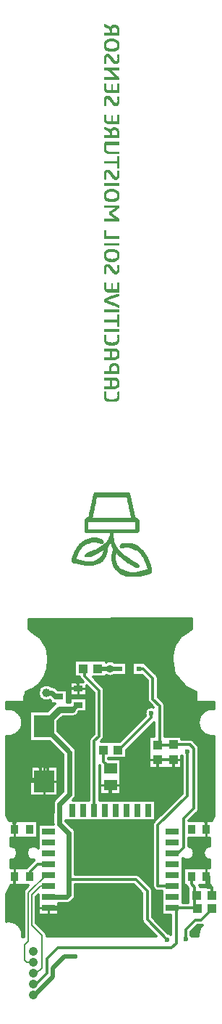
<source format=gbr>
G04 DipTrace 3.2.0.1*
G04 Bottom.gbr*
%MOIN*%
G04 #@! TF.FileFunction,Copper,L2,Bot*
G04 #@! TF.Part,Single*
%ADD12C,0.003*%
G04 #@! TA.AperFunction,CopperBalancing*
%ADD10C,0.009843*%
%ADD15C,0.011811*%
G04 #@! TA.AperFunction,Conductor*
%ADD16C,0.019685*%
G04 #@! TA.AperFunction,ViaPad*
%ADD17C,0.023622*%
%ADD18C,0.03937*%
%ADD19C,0.031496*%
G04 #@! TA.AperFunction,Conductor*
%ADD20C,0.007874*%
%ADD23R,0.03937X0.043307*%
%ADD24R,0.043307X0.03937*%
%ADD25R,0.094488X0.102362*%
%ADD26R,0.059055X0.051181*%
%ADD28R,0.023622X0.023622*%
%ADD30R,0.041339X0.025591*%
G04 #@! TA.AperFunction,ComponentPad*
%ADD35C,0.041339*%
%ADD36R,0.027559X0.059055*%
%ADD37R,0.059055X0.027559*%
%ADD38R,0.037402X0.043307*%
G04 #@! TA.AperFunction,ViaPad*
%ADD40C,0.035433*%
%FSLAX26Y26*%
G04*
G70*
G90*
G75*
G01*
G04 Bottom*
%LPD*%
X-370327Y473156D2*
D16*
Y600550D1*
X-392861Y623084D1*
Y858463D1*
X-386849Y864475D1*
X-384176D1*
X-347663Y836434D2*
Y858463D1*
X-392861D1*
X-1424Y395579D2*
D15*
Y451257D1*
X-417Y452264D1*
X-285433Y-112205D2*
D17*
X-52008D1*
X-445Y-60642D1*
X454770Y-16270D2*
D15*
X458399Y-18311D1*
X465993Y-20761D1*
Y-54694D1*
X-441566Y282871D2*
Y248849D1*
X-440945Y248228D1*
X440165Y287528D2*
Y249008D1*
X440945Y248228D1*
X-440945Y29724D2*
Y-103991D1*
X-465631Y-128677D1*
X440945Y29724D2*
X452835D1*
Y-7602D1*
X465993Y-20761D1*
X-370327Y473156D2*
D17*
X-310839D1*
D15*
X-306919Y469236D1*
X-323018Y538857D2*
X-288993D1*
Y539026D1*
Y487161D1*
X-306919Y469236D1*
X-323018Y538857D2*
Y485336D1*
X-306919Y469236D1*
X216946Y568639D2*
X290484D1*
X291196Y569350D1*
X216946Y568639D2*
Y532407D1*
X169339Y484799D1*
X291196Y569350D2*
Y467534D1*
X258386Y434724D1*
X-147833Y893759D2*
Y895238D1*
X-189105D1*
X-147833Y893759D2*
Y923142D1*
X-149304Y924613D1*
X-354331Y-462795D2*
X-341781D1*
X-291559Y-412573D1*
Y-345982D1*
X-242189Y-296612D1*
X281950D1*
X303096Y-275466D1*
Y-112205D1*
X285433D1*
X379823D1*
X387343Y-119724D1*
Y-102576D1*
Y-42972D1*
X399064Y-54694D1*
X387343Y-102576D2*
X400487Y-115720D1*
X374016Y29724D2*
Y-2370D1*
X389067Y-17421D1*
Y-44697D1*
X399064Y-54694D1*
X-31698Y612493D2*
Y558348D1*
X-417Y527067D1*
X467416Y-115720D2*
Y-120190D1*
X418487Y-169119D1*
X390900D1*
X348118Y-211902D1*
Y-255999D1*
X347769Y-256348D1*
X-306919Y721218D2*
X-322520D1*
D18*
X-305543Y738194D1*
Y727360D1*
D19*
X-234382Y798521D1*
X-176583D1*
D17*
X-156148Y818955D1*
X-147833D1*
X-285433Y-62205D2*
X-201142D1*
X-191769Y-52832D1*
Y18391D1*
Y230276D1*
X-234159Y272665D1*
Y363446D1*
X-188293Y409312D1*
Y602592D1*
X-306919Y721218D1*
X-191769Y18391D2*
D15*
X116371D1*
X169425Y-34663D1*
Y-167005D1*
X260762Y-258343D1*
X35231Y612493D2*
Y606629D1*
X189068Y760466D1*
Y780400D1*
X353734Y602987D2*
Y402392D1*
X218448Y267106D1*
Y-11000D1*
X286638D1*
X285433Y-12205D1*
X-285433D2*
D20*
X-323766D1*
X-363745Y-52184D1*
Y-191337D1*
X-315445Y-239638D1*
Y-388121D1*
X-340820Y-413496D1*
X-353630D1*
X-354331Y-412795D1*
X-294469Y874307D2*
D17*
X-271291D1*
X-253341Y856357D1*
X-238385D1*
X-285433Y37795D2*
D20*
Y42518D1*
X-294022D1*
X-378280Y-41739D1*
Y-264739D1*
X-397224Y-283684D1*
Y-351593D1*
X-387349Y-361469D1*
X-355657D1*
X-354331Y-362795D1*
X-285433Y87795D2*
D15*
X-336482D1*
X-369336Y54941D1*
Y34404D1*
X-374016Y29724D1*
X291196Y636280D2*
X367214D1*
X384316Y619177D1*
Y344654D1*
X336314Y296651D1*
Y163585D1*
X310524Y137795D1*
X285433D1*
X216946Y635568D2*
X290484D1*
X291196Y636280D1*
X129680Y985823D2*
X150526D1*
X195579Y940770D1*
Y845298D1*
X226294Y814583D1*
Y635568D1*
X216946D1*
X-354331Y-512795D2*
D16*
X-347421D1*
X-264261Y-429635D1*
Y-389709D1*
X-211140Y-336588D1*
X-162852D1*
X-74803Y334646D2*
D15*
Y653231D1*
X-52421Y675613D1*
Y885986D1*
X-118509Y952073D1*
Y977854D1*
X-126539Y985885D1*
X-991Y985033D2*
D16*
X43066Y985823D1*
X-991Y985033D2*
X-58759D1*
D15*
X-59610Y985885D1*
D17*
X276953Y1194650D3*
X362399D3*
X-363127Y1193844D3*
X322094D3*
X-320295Y1192664D3*
X-279302Y1192207D3*
D18*
X-294469Y874307D3*
D19*
X169339Y484799D3*
D17*
X-189105Y895238D3*
X292197Y877332D3*
D40*
X-991Y985033D3*
D17*
X-149304Y924613D3*
X392828Y759764D3*
X390867Y818007D3*
X-468570Y821068D3*
X451887Y657806D3*
X466944Y818642D3*
X-347663Y836434D3*
X-384176Y864475D3*
X-145434Y678560D3*
X-464243Y652970D3*
X156068Y632353D3*
X-288993Y539026D3*
X-465661Y567533D3*
X189068Y780400D3*
X455406Y579804D3*
D19*
X-370327Y473156D3*
D17*
X-263083Y589976D3*
X136094Y538812D3*
X353734Y602987D3*
X-323018Y538857D3*
X258386Y434724D3*
X326028Y793261D3*
X-422558Y410198D3*
X-1424Y395579D3*
X468427Y391425D3*
X465375Y325106D3*
X-330736Y338289D3*
X440165Y287528D3*
X-441566Y282871D3*
X512Y223988D3*
X-54673Y204402D3*
X52262Y203638D3*
X512Y173562D3*
X52262Y153634D3*
X-53339Y152370D3*
X-1280Y120642D3*
X-122689Y-17157D3*
X119224Y-35085D3*
X454770Y-16270D3*
D19*
X-445Y-60642D3*
D17*
X-465631Y-128677D3*
X214026Y-103315D3*
X-221432Y-200259D3*
X400724Y-218823D3*
X236424Y-190526D3*
X120583Y-134556D3*
X-158928Y-120337D3*
X260762Y-258343D3*
X347769Y-256348D3*
X-162852Y-336588D3*
X-373885Y1201412D2*
D15*
X373014D1*
X-374046Y1189732D2*
X372969D1*
X-374207Y1178052D2*
X372899D1*
X-372478Y1166373D2*
X371215D1*
X-359282Y1154693D2*
X354421D1*
X-341843Y1143013D2*
X337651D1*
X-324403Y1131333D2*
X322495D1*
X-315084Y1119654D2*
X313937D1*
X-308071Y1107974D2*
X305402D1*
X-301058Y1096294D2*
X296843D1*
X-294045Y1084614D2*
X291676D1*
X-290723Y1072934D2*
X289622D1*
X-288440Y1061255D2*
X287570D1*
X-286156Y1049575D2*
X285516D1*
X-283873Y1037895D2*
X283463D1*
X-283526Y1026215D2*
X281409D1*
X-284541Y1014535D2*
X-167571D1*
X74241D2*
X98500D1*
X160864D2*
X283555D1*
X-285556Y1002856D2*
X-167571D1*
X74241D2*
X98500D1*
X168753D2*
X285770D1*
X-286571Y991176D2*
X-167571D1*
X74241D2*
X98500D1*
X180425D2*
X287962D1*
X-289109Y979496D2*
X-167571D1*
X74241D2*
X98500D1*
X192098D2*
X290176D1*
X-293930Y967816D2*
X-167571D1*
X74241D2*
X98500D1*
X203794D2*
X292391D1*
X-298774Y956136D2*
X-167571D1*
X74241D2*
X98500D1*
X215328D2*
X297073D1*
X-304795Y944457D2*
X-142541D1*
X-75634D2*
X156633D1*
X220564D2*
X306970D1*
X-313676Y932777D2*
X-134467D1*
X-63961D2*
X168306D1*
X220865D2*
X316866D1*
X-322581Y921097D2*
X-187870D1*
X-52289D2*
X170312D1*
X220865D2*
X326762D1*
X-333354Y909417D2*
X-309857D1*
X-279073D2*
X-187870D1*
X-40593D2*
X170312D1*
X220865D2*
X336635D1*
X-348463Y897738D2*
X-325404D1*
X-251369D2*
X-187870D1*
X-107791D2*
X-99427D1*
X-30211D2*
X170312D1*
X220865D2*
X352576D1*
X-365349Y886058D2*
X-331656D1*
X-198335D2*
X-187870D1*
X-107791D2*
X-87753D1*
X-27144D2*
X170312D1*
X220865D2*
X378482D1*
X-388465Y874378D2*
X-333525D1*
X-198335D2*
X-187870D1*
X-107791D2*
X-77696D1*
X-27144D2*
X170312D1*
X220865D2*
X393453D1*
X-388280Y862698D2*
X-331702D1*
X-198335D2*
X-77696D1*
X-27144D2*
X170312D1*
X220865D2*
X393385D1*
X-388096Y851018D2*
X-325520D1*
X-198335D2*
X-77696D1*
X-27144D2*
X170312D1*
X225109D2*
X393291D1*
X-387911Y839339D2*
X-310202D1*
X-198335D2*
X-187870D1*
X-107791D2*
X-77696D1*
X-27144D2*
X171051D1*
X236804D2*
X393199D1*
X-477163Y827659D2*
X-278415D1*
X-107791D2*
X-77696D1*
X-27144D2*
X177971D1*
X247717D2*
X477168D1*
X-477163Y815979D2*
X-266096D1*
X-107791D2*
X-77696D1*
X-27144D2*
X189644D1*
X251522D2*
X477168D1*
X-477163Y804299D2*
X-277768D1*
X-107791D2*
X-77696D1*
X-27144D2*
X169759D1*
X251568D2*
X477168D1*
X-435362Y792619D2*
X-289463D1*
X-107791D2*
X-77696D1*
X-27144D2*
X160486D1*
X251568D2*
X435345D1*
X-420875Y780940D2*
X-373525D1*
X-146385D2*
X-77696D1*
X-27144D2*
X157902D1*
X251568D2*
X420882D1*
X-412386Y769260D2*
X-373525D1*
X-158218D2*
X-77696D1*
X-27144D2*
X160024D1*
X251568D2*
X412369D1*
X-407241Y757580D2*
X-373525D1*
X-226155D2*
X-77696D1*
X-27144D2*
X150936D1*
X251568D2*
X407248D1*
X-404681Y745900D2*
X-373525D1*
X-237828D2*
X-77696D1*
X-27144D2*
X139239D1*
X251568D2*
X404664D1*
X-404336Y734220D2*
X-373525D1*
X-240295D2*
X-77696D1*
X-27144D2*
X127567D1*
X251568D2*
X404319D1*
X-406181Y722541D2*
X-373525D1*
X-240295D2*
X-77696D1*
X-27144D2*
X115894D1*
X186400D2*
X201017D1*
X251568D2*
X406164D1*
X-410425Y710861D2*
X-373525D1*
X-240295D2*
X-77696D1*
X-27144D2*
X104198D1*
X174728D2*
X201017D1*
X251568D2*
X410432D1*
X-417692Y699181D2*
X-373525D1*
X-240295D2*
X-77696D1*
X-27144D2*
X92526D1*
X163031D2*
X201017D1*
X251568D2*
X417698D1*
X-429710Y687501D2*
X-373525D1*
X-229592D2*
X-77696D1*
X-27144D2*
X80853D1*
X151360D2*
X201017D1*
X251568D2*
X429694D1*
X-457577Y675822D2*
X-373525D1*
X-217920D2*
X-87476D1*
X-27144D2*
X69157D1*
X139686D2*
X201017D1*
X330255D2*
X457584D1*
X-477163Y664142D2*
X-373525D1*
X-206224D2*
X-97466D1*
X-30050D2*
X57486D1*
X127991D2*
X177902D1*
X330255D2*
X477168D1*
X-477163Y652462D2*
X-373525D1*
X-194551D2*
X-100072D1*
X-40316D2*
X45812D1*
X116319D2*
X177902D1*
X386289D2*
X477168D1*
X-477163Y640782D2*
X-270087D1*
X-182879D2*
X-100072D1*
X104646D2*
X177902D1*
X397961D2*
X477168D1*
X-477163Y629102D2*
X-258413D1*
X-171206D2*
X-100072D1*
X92950D2*
X177902D1*
X407442D2*
X477168D1*
X-477163Y617423D2*
X-246741D1*
X-161033D2*
X-100072D1*
X81278D2*
X177902D1*
X409587D2*
X477168D1*
X-477163Y605743D2*
X-235046D1*
X-157273D2*
X-100072D1*
X76249D2*
X177902D1*
X409587D2*
X477168D1*
X-477163Y594063D2*
X-223373D1*
X-157112D2*
X-100072D1*
X76249D2*
X177902D1*
X409587D2*
X477168D1*
X-477163Y582383D2*
X-219474D1*
X-157112D2*
X-100072D1*
X76249D2*
X177902D1*
X409587D2*
X477168D1*
X-477163Y570703D2*
X-219474D1*
X-157112D2*
X-100072D1*
X48475D2*
X177902D1*
X409587D2*
X477168D1*
X-477163Y559024D2*
X-219474D1*
X-157112D2*
X-100072D1*
X48475D2*
X177902D1*
X409587D2*
X477168D1*
X-477163Y547344D2*
X-219474D1*
X-157112D2*
X-100072D1*
X48475D2*
X177902D1*
X409587D2*
X477168D1*
X-477163Y535664D2*
X-373525D1*
X-240295D2*
X-219474D1*
X-157112D2*
X-100072D1*
X48475D2*
X177902D1*
X409587D2*
X477168D1*
X-477163Y523984D2*
X-373525D1*
X-240295D2*
X-219474D1*
X-157112D2*
X-100072D1*
X48475D2*
X328470D1*
X409587D2*
X477168D1*
X-477163Y512304D2*
X-373525D1*
X-240295D2*
X-219474D1*
X-157112D2*
X-100072D1*
X48475D2*
X328470D1*
X409587D2*
X477168D1*
X-477163Y500625D2*
X-373525D1*
X-240295D2*
X-219474D1*
X-157112D2*
X-100072D1*
X48475D2*
X328470D1*
X409587D2*
X477168D1*
X-477163Y488945D2*
X-373525D1*
X-240295D2*
X-219474D1*
X-157112D2*
X-100072D1*
X48475D2*
X328470D1*
X409587D2*
X477168D1*
X-477163Y477265D2*
X-373525D1*
X-240295D2*
X-219474D1*
X-157112D2*
X-100072D1*
X48475D2*
X328470D1*
X409587D2*
X477168D1*
X-477163Y465585D2*
X-373525D1*
X-240295D2*
X-219474D1*
X-157112D2*
X-100072D1*
X48475D2*
X328470D1*
X409587D2*
X477168D1*
X-477163Y453906D2*
X-373525D1*
X-240295D2*
X-219474D1*
X-157112D2*
X-100072D1*
X48475D2*
X328470D1*
X409587D2*
X477168D1*
X-477163Y442226D2*
X-373525D1*
X-240295D2*
X-219474D1*
X-157112D2*
X-100072D1*
X48475D2*
X328470D1*
X409587D2*
X477168D1*
X-477163Y430546D2*
X-373525D1*
X-240295D2*
X-219474D1*
X-157112D2*
X-100072D1*
X48475D2*
X328470D1*
X409587D2*
X477168D1*
X-477163Y418866D2*
X-373525D1*
X-240295D2*
X-222358D1*
X-157112D2*
X-100072D1*
X48475D2*
X328470D1*
X409587D2*
X477168D1*
X-477163Y407186D2*
X-373525D1*
X-240295D2*
X-234033D1*
X-157180D2*
X-100072D1*
X-49520D2*
X323280D1*
X409587D2*
X477168D1*
X-477163Y395507D2*
X-245703D1*
X-160479D2*
X-100072D1*
X-49520D2*
X311584D1*
X409587D2*
X477168D1*
X-477163Y383827D2*
X-257353D1*
X-170168D2*
X-100072D1*
X-49520D2*
X299911D1*
X409587D2*
X477168D1*
X-477163Y372147D2*
X-264042D1*
X208339D2*
X288239D1*
X409587D2*
X477168D1*
X-477163Y360467D2*
X-265335D1*
X208339D2*
X276542D1*
X409587D2*
X477168D1*
X-477163Y348787D2*
X-265335D1*
X208339D2*
X264870D1*
X409587D2*
X477168D1*
X-477163Y337108D2*
X-265335D1*
X208339D2*
X253197D1*
X408387D2*
X477168D1*
X-477163Y325428D2*
X-265335D1*
X208339D2*
X241525D1*
X400337D2*
X477168D1*
X-477163Y313748D2*
X-265335D1*
X208339D2*
X229829D1*
X388664D2*
X477168D1*
X-472664Y302068D2*
X-265335D1*
X208339D2*
X218156D1*
X376992D2*
X472671D1*
X-466828Y290388D2*
X-265335D1*
X365295D2*
X466833D1*
X-335937Y278709D2*
X-265335D1*
X-196604D2*
X196150D1*
X-184908Y267029D2*
X193173D1*
X-173236Y255349D2*
X193173D1*
X-163755Y243669D2*
X193173D1*
X-160640Y231990D2*
X193173D1*
X-160594Y220310D2*
X193173D1*
X-160594Y208630D2*
X193173D1*
X-457486Y196950D2*
X-334332D1*
X-160594D2*
X193173D1*
X361581D2*
X457491D1*
X-457486Y185270D2*
X-334332D1*
X-160594D2*
X193173D1*
X361581D2*
X457491D1*
X-457486Y173591D2*
X-334332D1*
X-160594D2*
X193173D1*
X361581D2*
X457491D1*
X-437185Y161911D2*
X-377793D1*
X-160594D2*
X193173D1*
X377776D2*
X437168D1*
X-429526Y150231D2*
X-385428D1*
X-160594D2*
X193173D1*
X385434D2*
X429533D1*
X-427472Y138551D2*
X-387482D1*
X-160594D2*
X193173D1*
X387488D2*
X427479D1*
X-429871Y126871D2*
X-385105D1*
X-160594D2*
X193173D1*
X385089D2*
X429856D1*
X-438084Y115192D2*
X-376870D1*
X-160594D2*
X193173D1*
X376877D2*
X438091D1*
X-457486Y103512D2*
X-356016D1*
X-160594D2*
X193173D1*
X334339D2*
X457491D1*
X-457486Y91832D2*
X-367711D1*
X-160594D2*
X193173D1*
X334339D2*
X457491D1*
X-457486Y80152D2*
X-379385D1*
X-160594D2*
X193173D1*
X334339D2*
X457491D1*
X-160594Y68472D2*
X193173D1*
X-160594Y56793D2*
X193173D1*
X-160594Y45113D2*
X193173D1*
X136596Y33433D2*
X193173D1*
X148268Y21753D2*
X193173D1*
X159941Y10073D2*
X193173D1*
X171614Y-1606D2*
X193173D1*
X-460161Y-13286D2*
X-382291D1*
X-160594D2*
X112803D1*
X183310D2*
X193289D1*
X334339D2*
X351353D1*
X413993D2*
X460167D1*
X-466135Y-24966D2*
X-393987D1*
X-160594D2*
X124475D1*
X334339D2*
X358043D1*
X-472134Y-36646D2*
X-401000D1*
X-160594D2*
X136148D1*
X194705D2*
X236542D1*
X334339D2*
X358043D1*
X-477623Y-48325D2*
X-401576D1*
X-160594D2*
X144154D1*
X194705D2*
X236542D1*
X334339D2*
X358043D1*
X-477554Y-60005D2*
X-401576D1*
X-161448D2*
X144154D1*
X194705D2*
X236542D1*
X334339D2*
X358043D1*
X-477486Y-71685D2*
X-401576D1*
X-340436D2*
X-334337D1*
X-167261D2*
X144154D1*
X194705D2*
X236542D1*
X334339D2*
X358043D1*
X-477440Y-83365D2*
X-401576D1*
X-340436D2*
X-334337D1*
X-178703D2*
X144154D1*
X194705D2*
X236542D1*
X334339D2*
X358043D1*
X-477370Y-95045D2*
X-401576D1*
X-340436D2*
X-334337D1*
X-236535D2*
X144154D1*
X194705D2*
X236542D1*
X-477301Y-106724D2*
X-401576D1*
X-340436D2*
X-334337D1*
X-236535D2*
X144154D1*
X194705D2*
X236542D1*
X-477278Y-118404D2*
X-401576D1*
X-340436D2*
X-334337D1*
X-236535D2*
X144154D1*
X194705D2*
X236542D1*
X-477278Y-130084D2*
X-401576D1*
X-340436D2*
X-334337D1*
X-236535D2*
X144154D1*
X194705D2*
X236542D1*
X-477278Y-141764D2*
X-401576D1*
X-340436D2*
X-334337D1*
X-236535D2*
X144154D1*
X194705D2*
X236542D1*
X-477278Y-153444D2*
X-401576D1*
X-340436D2*
X144154D1*
X194705D2*
X277811D1*
X-477255Y-165123D2*
X-401576D1*
X-340436D2*
X144154D1*
X202802D2*
X277811D1*
X-446020Y-176803D2*
X-401576D1*
X-340436D2*
X146230D1*
X214475D2*
X277811D1*
X-426020Y-188483D2*
X-401576D1*
X-334138D2*
X155640D1*
X226171D2*
X277811D1*
X-415500Y-200163D2*
X-401576D1*
X-322442D2*
X167337D1*
X237843D2*
X277811D1*
X395123D2*
X415507D1*
X-409088Y-211843D2*
X-401576D1*
X-310770D2*
X179009D1*
X249516D2*
X277811D1*
X383428D2*
X409093D1*
X-299097Y-223522D2*
X190682D1*
X261188D2*
X277811D1*
X373392D2*
X405495D1*
X-292592Y-235202D2*
X202354D1*
X373392D2*
X404203D1*
X184978Y675411D2*
X202210D1*
X202199Y739538D1*
X75072Y612395D1*
X75073Y574619D1*
X-4612Y574642D1*
X-6795Y570846D1*
X47299D1*
Y408484D1*
X-48134D1*
Y540705D1*
X-50025Y542706D1*
X-50709Y541026D1*
Y382385D1*
X10945Y382362D1*
X207165D1*
Y289881D1*
X329638Y412371D1*
X329639Y585117D1*
X329070Y585942D1*
Y529508D1*
X254822D1*
X254820Y528797D1*
X179072D1*
Y675411D1*
X184978D1*
X427332Y-16820D2*
X463121D1*
X459766Y-10110D1*
X412030Y-10118D1*
X412865Y-13652D1*
X413088Y-15538D1*
X418277Y-16820D1*
X427332D1*
X359222Y-88115D2*
Y-21644D1*
X355694Y-18018D1*
X353471Y-14959D1*
X351753Y-11584D1*
X345945Y-10118D1*
X337126D1*
Y69567D1*
X458659D1*
X458661Y107060D1*
X453167Y107891D1*
X448396Y109441D1*
X443927Y111719D1*
X439867Y114668D1*
X436322Y118214D1*
X433373Y122273D1*
X431094Y126743D1*
X429545Y131513D1*
X428760Y136469D1*
Y141484D1*
X429545Y146440D1*
X431094Y151210D1*
X433373Y155680D1*
X436322Y159739D1*
X439867Y163285D1*
X443927Y166234D1*
X448396Y168512D1*
X453167Y170062D1*
X458122Y170846D1*
X458660Y170867D1*
X458661Y208377D1*
X360409Y208386D1*
X360408Y170352D1*
X364210Y169381D1*
X368844Y167461D1*
X373121Y164840D1*
X376936Y161581D1*
X380194Y157766D1*
X382815Y153490D1*
X384735Y148856D1*
X385906Y143978D1*
X386299Y138976D1*
X385906Y133975D1*
X384735Y129097D1*
X382815Y124463D1*
X380194Y120186D1*
X376936Y116371D1*
X373121Y113113D1*
X368844Y110492D1*
X364210Y108572D1*
X359332Y107402D1*
X354331Y107008D1*
X349329Y107402D1*
X344451Y108572D1*
X339818Y110492D1*
X335541Y113113D1*
X333144Y115060D1*
X333150Y-88102D1*
X359228Y-88110D1*
X-366446Y790588D2*
X-290298D1*
X-256415Y824333D1*
X-258581Y825373D1*
X-277243D1*
Y837853D1*
X-279105Y839694D1*
X-282765Y838287D1*
X-288543Y836899D1*
X-294469Y836433D1*
X-300394Y836899D1*
X-306172Y838287D1*
X-311663Y840562D1*
X-316730Y843667D1*
X-321249Y847526D1*
X-325109Y852046D1*
X-328214Y857113D1*
X-330488Y862604D1*
X-331877Y868382D1*
X-332343Y874307D1*
X-331877Y880232D1*
X-330488Y886010D1*
X-328214Y891501D1*
X-325109Y896568D1*
X-321249Y901088D1*
X-316730Y904948D1*
X-311663Y908052D1*
X-306172Y910327D1*
X-300394Y911715D1*
X-294469Y912181D1*
X-288543Y911715D1*
X-282765Y910327D1*
X-277274Y908052D1*
X-272207Y904948D1*
X-271291Y904307D1*
X-266598Y903938D1*
X-262021Y902839D1*
X-257672Y901037D1*
X-253657Y898577D1*
X-250077Y895521D1*
X-241810Y887341D1*
X-199526D1*
Y832461D1*
X-186699Y832458D1*
X-186692Y849940D1*
X-108975D1*
Y787971D1*
X-144339D1*
X-146345Y783114D1*
X-149127Y778573D1*
X-152585Y774524D1*
X-156635Y771066D1*
X-161176Y768283D1*
X-166096Y766245D1*
X-171274Y765001D1*
X-176583Y764584D1*
X-220344D1*
X-241486Y743344D1*
Y698199D1*
X-165480Y622075D1*
X-162714Y618266D1*
X-160576Y614072D1*
X-159122Y609596D1*
X-158385Y604946D1*
X-158293Y584875D1*
X-158385Y406958D1*
X-159122Y402308D1*
X-160576Y397832D1*
X-162714Y393638D1*
X-165480Y389829D1*
X-172804Y382374D1*
X-98892Y382362D1*
X-98823Y655122D1*
X-98232Y658856D1*
X-97063Y662451D1*
X-95348Y665820D1*
X-93125Y668879D1*
X-76524Y685585D1*
X-76516Y876008D1*
X-108982Y908471D1*
X-108975Y862774D1*
X-186692D1*
Y924743D1*
X-125251D1*
X-136831Y936425D1*
X-139054Y939484D1*
X-140769Y942853D1*
X-141940Y946455D1*
X-145752Y948010D1*
X-166382D1*
Y1023759D1*
X-19768D1*
X-19752Y1015647D1*
X-14731Y1018205D1*
X-9373Y1019946D1*
X-3808Y1020828D1*
X1827D1*
X7391Y1019946D1*
X12749Y1018205D1*
X17453Y1015825D1*
X73066Y1015823D1*
Y955823D1*
X19894D1*
X15310Y953041D1*
X10105Y950885D1*
X4626Y949570D1*
X-991Y949127D1*
X-6608Y949570D1*
X-12087Y950885D1*
X-17291Y953041D1*
X-19761Y954424D1*
X-19768Y948010D1*
X-80367D1*
X-34100Y901634D1*
X-31877Y898575D1*
X-30161Y895206D1*
X-28992Y891610D1*
X-28402Y887877D1*
X-28327Y856458D1*
X-28402Y673722D1*
X-28992Y669988D1*
X-30161Y666392D1*
X-31877Y663024D1*
X-34100Y659965D1*
X-43589Y650370D1*
X44916Y650367D1*
X161982Y767455D1*
X160537Y771130D1*
X159437Y775707D1*
X159068Y780400D1*
X159437Y785093D1*
X160537Y789671D1*
X162339Y794020D1*
X164798Y798034D1*
X167856Y801613D1*
X171434Y804671D1*
X175449Y807130D1*
X179798Y808932D1*
X184375Y810031D1*
X189068Y810400D1*
X193761Y810031D1*
X197693Y809114D1*
X177257Y829650D1*
X175034Y832709D1*
X173318Y836077D1*
X172150Y839673D1*
X171558Y843407D1*
X171484Y874825D1*
Y930812D1*
X146455Y955818D1*
X99680Y955823D1*
Y1015823D1*
X159680D1*
X159747Y1008084D1*
X163115Y1006367D1*
X166175Y1004144D1*
X188442Y981982D1*
X213900Y956419D1*
X216123Y953360D1*
X217840Y949991D1*
X219008Y946395D1*
X219600Y942661D1*
X219673Y911243D1*
Y855256D1*
X244615Y830231D1*
X246839Y827172D1*
X248555Y823803D1*
X249723Y820207D1*
X250315Y816474D1*
X250388Y785055D1*
Y675411D1*
X253322Y676122D1*
X329070D1*
Y660366D1*
X369105Y660299D1*
X372839Y659709D1*
X376434Y658539D1*
X379803Y656824D1*
X382862Y654601D1*
X401354Y636215D1*
X403810Y633340D1*
X405785Y630115D1*
X407231Y626623D1*
X408114Y622946D1*
X408411Y619177D1*
X408336Y342762D1*
X407745Y339029D1*
X406576Y335433D1*
X404861Y332064D1*
X402638Y329005D1*
X380475Y306738D1*
X361798Y288060D1*
X466861Y288071D1*
X478348Y311051D1*
X478346Y675832D1*
X473457Y675260D1*
X468504Y675066D1*
X463551Y675260D1*
X458630Y675843D1*
X453768Y676810D1*
X448997Y678155D1*
X444348Y679870D1*
X439846Y681946D1*
X435522Y684367D1*
X431402Y687121D1*
X427509Y690189D1*
X423869Y693554D1*
X420504Y697194D1*
X417436Y701087D1*
X414682Y705207D1*
X412261Y709531D1*
X410185Y714033D1*
X408470Y718682D1*
X407125Y723453D1*
X406157Y728315D1*
X405575Y733236D1*
X405381Y738189D1*
X405575Y743142D1*
X406157Y748063D1*
X407125Y752925D1*
X408470Y757696D1*
X410185Y762345D1*
X412261Y766846D1*
X414682Y771171D1*
X417436Y775291D1*
X420504Y779184D1*
X423869Y782824D1*
X427509Y786189D1*
X431402Y789257D1*
X435522Y792010D1*
X439846Y794432D1*
X444348Y796508D1*
X448997Y798223D1*
X453768Y799568D1*
X458630Y800535D1*
X463551Y801118D1*
X468504Y801312D1*
X473457Y801118D1*
X478360Y800538D1*
X478346Y832651D1*
X399310Y832283D1*
X397556Y832867D1*
X396070Y833965D1*
X394995Y835467D1*
X394437Y837228D1*
X394504Y855869D1*
X394678Y879283D1*
X344131Y902222D1*
X343115Y903168D1*
X295394Y959706D1*
X294770Y961445D1*
X282656Y1026209D1*
X285815Y1044580D1*
X294059Y1090584D1*
X294741Y1091793D1*
X325448Y1133608D1*
X340705Y1144316D1*
X374046Y1167525D1*
X374264Y1213101D1*
X-374911Y1212878D1*
X-375528Y1168371D1*
X-366749Y1158908D1*
X-321879Y1128701D1*
X-321030Y1127602D1*
X-293751Y1081951D1*
X-290100Y1063672D1*
X-284161Y1032699D1*
X-288427Y984197D1*
X-295479Y966942D1*
X-303539Y947692D1*
X-330188Y912802D1*
X-363428Y887157D1*
X-364701Y886605D1*
X-389735Y879096D1*
X-389143Y837854D1*
X-389710Y836096D1*
X-390793Y834600D1*
X-392286Y833510D1*
X-394042Y832936D1*
X-412682Y832824D1*
X-478346Y832677D1*
Y800543D1*
X-473457Y801118D1*
X-468504Y801312D1*
X-463551Y801118D1*
X-458630Y800535D1*
X-453768Y799568D1*
X-448997Y798223D1*
X-444348Y796508D1*
X-439846Y794432D1*
X-435522Y792010D1*
X-431402Y789257D1*
X-427509Y786189D1*
X-423869Y782824D1*
X-420504Y779184D1*
X-417436Y775291D1*
X-414682Y771171D1*
X-412261Y766846D1*
X-410185Y762345D1*
X-408470Y757696D1*
X-407125Y752925D1*
X-406157Y748063D1*
X-405575Y743142D1*
X-405381Y738189D1*
X-405575Y733236D1*
X-406157Y728315D1*
X-407125Y723453D1*
X-408470Y718682D1*
X-410185Y714033D1*
X-412261Y709531D1*
X-414682Y705207D1*
X-417436Y701087D1*
X-420504Y697194D1*
X-423869Y693554D1*
X-427509Y690189D1*
X-431402Y687121D1*
X-435522Y684367D1*
X-439846Y681946D1*
X-444348Y679870D1*
X-448997Y678155D1*
X-453768Y676810D1*
X-458630Y675843D1*
X-463551Y675260D1*
X-468504Y675066D1*
X-473457Y675260D1*
X-478360Y675840D1*
X-478346Y311034D1*
X-466848Y288052D1*
X-337126Y288071D1*
Y208386D1*
X-458657D1*
X-458661Y170883D1*
X-453167Y170062D1*
X-448396Y168512D1*
X-443927Y166234D1*
X-439867Y163285D1*
X-436322Y159739D1*
X-433373Y155680D1*
X-431094Y151210D1*
X-429545Y146440D1*
X-428760Y141484D1*
Y136469D1*
X-429545Y131513D1*
X-431094Y126743D1*
X-433373Y122273D1*
X-436322Y118214D1*
X-439867Y114668D1*
X-443927Y111719D1*
X-448396Y109441D1*
X-453167Y107891D1*
X-458122Y107106D1*
X-458660Y107085D1*
X-458661Y69567D1*
X-388507D1*
X-386367Y71983D1*
X-352123Y106122D1*
X-351823Y107106D1*
X-356839D1*
X-361794Y107891D1*
X-366564Y109441D1*
X-371034Y111719D1*
X-375093Y114668D1*
X-378639Y118214D1*
X-381588Y122273D1*
X-383866Y126743D1*
X-385416Y131513D1*
X-386201Y136469D1*
Y141484D1*
X-385416Y146440D1*
X-383866Y151210D1*
X-381588Y155680D1*
X-378639Y159739D1*
X-375093Y163285D1*
X-371034Y166234D1*
X-366564Y168512D1*
X-361794Y170062D1*
X-356839Y170846D1*
X-351823D1*
X-346867Y170062D1*
X-342097Y168512D1*
X-337627Y166234D1*
X-333568Y163285D1*
X-333144Y162892D1*
X-333150Y269764D1*
X-264013D1*
X-264159Y278571D1*
X-264067Y365801D1*
X-263329Y370450D1*
X-261875Y374927D1*
X-259738Y379121D1*
X-256971Y382929D1*
X-242845Y397186D1*
X-218295Y421736D1*
X-218293Y590146D1*
X-279990Y651862D1*
X-372352Y651848D1*
Y790588D1*
X-366446D1*
X-371171Y538606D2*
X-241486D1*
Y399866D1*
X-372352D1*
Y538606D1*
X-371171D1*
X-405575Y-241173D2*
X-405983Y-244614D1*
X-400408Y-244490D1*
X-400337Y-40003D1*
X-399794Y-36573D1*
X-398722Y-33272D1*
X-397146Y-30177D1*
X-395105Y-27369D1*
X-377955Y-10123D1*
X-459710Y-10118D1*
X-478807Y-47361D1*
X-478454Y-144385D1*
X-478378Y-173874D1*
X-473457Y-173291D1*
X-468504Y-173097D1*
X-463551Y-173291D1*
X-458630Y-173874D1*
X-453768Y-174841D1*
X-448997Y-176186D1*
X-444348Y-177902D1*
X-439846Y-179978D1*
X-435522Y-182399D1*
X-431402Y-185152D1*
X-427509Y-188220D1*
X-423869Y-191585D1*
X-420504Y-195226D1*
X-417436Y-199118D1*
X-414682Y-203239D1*
X-412261Y-207563D1*
X-410185Y-212064D1*
X-408470Y-216714D1*
X-407125Y-221484D1*
X-406157Y-226346D1*
X-405575Y-231268D1*
X-405381Y-236220D1*
X-405575Y-241173D1*
X405814Y-243192D2*
X405381Y-236220D1*
X405575Y-231268D1*
X406157Y-226346D1*
X407125Y-221484D1*
X408470Y-216714D1*
X410185Y-212064D1*
X412261Y-207563D1*
X414682Y-203239D1*
X417436Y-199118D1*
X420504Y-195226D1*
X422699Y-192850D1*
X418487Y-193214D1*
X400886D1*
X372198Y-221896D1*
X372213Y-238961D1*
X374741Y-243255D1*
X405789Y-243194D1*
X265172Y-228678D2*
X270033Y-229811D1*
X274382Y-231613D1*
X278396Y-234072D1*
X278996Y-234545D1*
X279001Y-144184D1*
X237717Y-144173D1*
Y-35108D1*
X216556Y-35020D1*
X212823Y-34428D1*
X209227Y-33260D1*
X205858Y-31543D1*
X202799Y-29322D1*
X200126Y-26648D1*
X197904Y-23589D1*
X196188Y-20220D1*
X195018Y-16625D1*
X194428Y-12890D1*
X194353Y18528D1*
X194428Y268997D1*
X195018Y272731D1*
X196188Y276327D1*
X197904Y279696D1*
X200126Y282755D1*
X201416Y284148D1*
X201260Y286929D1*
X-6772D1*
X-156772Y286953D1*
X-204159Y286929D1*
Y285083D1*
X-168957Y249759D1*
X-166190Y245950D1*
X-164052Y241756D1*
X-162598Y237280D1*
X-161861Y232630D1*
X-161769Y212559D1*
Y42475D1*
X118262Y42411D1*
X121996Y41820D1*
X125592Y40652D1*
X128961Y38936D1*
X132020Y36713D1*
X154287Y14550D1*
X187747Y-19014D1*
X189970Y-22073D1*
X191686Y-25442D1*
X192854Y-29038D1*
X193445Y-32772D1*
X193520Y-64190D1*
Y-157041D1*
X265167Y-228672D1*
X-333146Y-94173D2*
X-333176Y-52906D1*
X-341609Y-61339D1*
X-341619Y-182175D1*
X-298621Y-225268D1*
X-296579Y-228077D1*
X-295003Y-231171D1*
X-293930Y-234472D1*
X-293387Y-237902D1*
X-293319Y-242521D1*
X211510Y-243172D1*
X151104Y-182654D1*
X148881Y-179594D1*
X147164Y-176226D1*
X145996Y-172630D1*
X145404Y-168896D1*
X145331Y-137478D1*
Y-44627D1*
X106404Y-5717D1*
X-161764Y-5703D1*
X-161861Y-55186D1*
X-162598Y-59836D1*
X-164052Y-64312D1*
X-166190Y-68507D1*
X-168957Y-72315D1*
X-179929Y-83417D1*
X-183508Y-86475D1*
X-187522Y-88934D1*
X-191871Y-90736D1*
X-196449Y-91836D1*
X-201151Y-92205D1*
X-237705D1*
X-237717Y-144173D1*
X-333150D1*
Y-94175D1*
X-7604Y574638D2*
Y570854D1*
X216946Y568639D2*
D10*
Y528820D1*
X179096Y568639D2*
X216946D1*
X465993Y-16844D2*
Y-54694D1*
X-306919Y538583D2*
Y399890D1*
X-372328Y469236D2*
X-241509D1*
X-417Y452264D2*
Y408507D1*
X-48110Y452264D2*
X47277D1*
X-147833Y924719D2*
Y862797D1*
X-186668Y893759D2*
X-108997D1*
X291196Y569350D2*
Y529530D1*
Y569350D2*
X329047D1*
X-285433Y-112205D2*
Y-144150D1*
X-333126Y-112205D2*
X-237740D1*
X440945Y288047D2*
Y208409D1*
Y69543D2*
Y-10096D1*
X-440945Y288047D2*
Y208408D1*
Y69543D2*
Y-10096D1*
D23*
X216946Y635568D3*
Y568639D3*
D24*
X465993Y-54694D3*
X399064D3*
D25*
X-306919Y721218D3*
Y469236D3*
D26*
X-417Y452264D3*
Y527067D3*
D28*
X129680Y985823D3*
X43066D3*
D30*
X-147833Y893759D3*
Y818955D3*
X-238385Y856357D3*
D23*
X291196Y636280D3*
Y569350D3*
D24*
X-31698Y612493D3*
X35231D3*
X467416Y-115720D3*
X400487D3*
X-59610Y985885D3*
X-126539D3*
D35*
X-354331Y-412795D3*
Y-362795D3*
Y-462795D3*
Y-312795D3*
Y-462795D3*
Y-412795D3*
Y-512795D3*
Y-362795D3*
D36*
X-174803Y334646D3*
X-124803D3*
X-74803D3*
X-24803D3*
X25197D3*
X75197D3*
X125197D3*
X175197D3*
D37*
X285433Y237795D3*
Y187795D3*
Y137795D3*
Y87795D3*
Y37795D3*
Y-12205D3*
Y-62205D3*
Y-112205D3*
X-285433Y237795D3*
Y187795D3*
Y137795D3*
Y87795D3*
Y37795D3*
Y-12205D3*
Y-62205D3*
Y-112205D3*
D38*
X374016Y248228D3*
X440945D3*
X374016Y29724D3*
X440945D3*
X-440945Y248228D3*
X-374016D3*
X-440945Y29724D3*
X-374016D3*
X-28475Y3943043D2*
D12*
X-25475D1*
X-28475Y3941543D2*
X-21730D1*
X12025D2*
X22525D1*
X-28475Y3940043D2*
X-17912D1*
X9140D2*
X25917D1*
X-28469Y3938543D2*
X-14251D1*
X6784D2*
X28672D1*
X-28399Y3937043D2*
X-10953D1*
X4901D2*
X30695D1*
X-28223Y3935543D2*
X-8182D1*
X3393D2*
X32124D1*
X-27283Y3934043D2*
X-6003D1*
X2117D2*
X33187D1*
X-24859Y3932543D2*
X-4115D1*
X744D2*
X34064D1*
X-21753Y3931043D2*
X-2115D1*
X-995D2*
X14415D1*
X20610D2*
X34812D1*
X-18302Y3929543D2*
X10336D1*
X24038D2*
X35385D1*
X-14889Y3928043D2*
X7526D1*
X26513D2*
X35734D1*
X-11829Y3926543D2*
X5713D1*
X28358D2*
X35959D1*
X-9330Y3925043D2*
X4531D1*
X29171D2*
X36226D1*
X-7450Y3923543D2*
X3776D1*
X29696D2*
X36616D1*
X-6137Y3922043D2*
X3362D1*
X30116D2*
X37012D1*
X-5243Y3920543D2*
X3164D1*
X30573D2*
X37278D1*
X-4593Y3919043D2*
X3078D1*
X30996D2*
X37419D1*
X-4017Y3917543D2*
X3044D1*
X31272D2*
X37483D1*
X-3539Y3916043D2*
X3032D1*
X31417D2*
X37509D1*
X-3241Y3914543D2*
X3027D1*
X31482D2*
X37519D1*
X-3088Y3913043D2*
X3026D1*
X31509D2*
X37523D1*
X-3020Y3911543D2*
X3025D1*
X31519D2*
X37524D1*
X-2992Y3910043D2*
X3025D1*
X31523D2*
X37525D1*
X-2981Y3908543D2*
X3025D1*
X31524D2*
X37525D1*
X-2977Y3907043D2*
X3025D1*
X31525D2*
X37525D1*
X-2976Y3905543D2*
X3025D1*
X31525D2*
X37525D1*
X-28475Y3904043D2*
X37525D1*
X-28475Y3902543D2*
X37525D1*
X-28475Y3901043D2*
X37525D1*
X-28475Y3899543D2*
X37525D1*
X-28475Y3898043D2*
X37525D1*
X-28475Y3896543D2*
X37525D1*
X-28475Y3895043D2*
X37525D1*
X-4475Y3877043D2*
X12025D1*
X-10002Y3875543D2*
X17558D1*
X-14490Y3874043D2*
X22099D1*
X-17819Y3872543D2*
X25613D1*
X-20263Y3871043D2*
X28363D1*
X-22185Y3869543D2*
X30485D1*
X-23810Y3868043D2*
X32058D1*
X-25181Y3866543D2*
X33329D1*
X-26294Y3865043D2*
X-10117D1*
X17724D2*
X34459D1*
X-27221Y3863543D2*
X-13744D1*
X21537D2*
X35437D1*
X-28045Y3862043D2*
X-16631D1*
X24737D2*
X36252D1*
X-28772Y3860543D2*
X-18828D1*
X27175D2*
X36860D1*
X-29339Y3859043D2*
X-20481D1*
X28868D2*
X37225D1*
X-29680Y3857543D2*
X-21711D1*
X30021D2*
X37455D1*
X-29851Y3856043D2*
X-22634D1*
X30778D2*
X37725D1*
X-29926Y3854543D2*
X-23285D1*
X31245D2*
X38115D1*
X-29957Y3853043D2*
X-23660D1*
X31635D2*
X38512D1*
X-29969Y3851543D2*
X-23844D1*
X32074D2*
X38778D1*
X-29973Y3850043D2*
X-23924D1*
X32440D2*
X38919D1*
X-29974Y3848543D2*
X-23956D1*
X32523D2*
X38983D1*
X-29975Y3847043D2*
X-23963D1*
X32308D2*
X39003D1*
X-29975Y3845543D2*
X-23914D1*
X31983D2*
X38961D1*
X-29975Y3844043D2*
X-23719D1*
X31695D2*
X38773D1*
X-29969Y3842543D2*
X-23301D1*
X31369D2*
X38415D1*
X-29916Y3841043D2*
X-22667D1*
X30892D2*
X38025D1*
X-29719Y3839543D2*
X-21797D1*
X30226D2*
X37711D1*
X-29307Y3838043D2*
X-20652D1*
X29282D2*
X37375D1*
X-28726Y3836543D2*
X-19187D1*
X27814D2*
X36899D1*
X-28052Y3835043D2*
X-16945D1*
X25371D2*
X36291D1*
X-27332Y3833543D2*
X-12726D1*
X21064D2*
X35602D1*
X-26583Y3832043D2*
X-5076D1*
X13775D2*
X34825D1*
X-25730Y3830543D2*
X6266D1*
X3253D2*
X33883D1*
X-24589Y3829043D2*
X32671D1*
X-23008Y3827543D2*
X31139D1*
X-21032Y3826043D2*
X29233D1*
X-18622Y3824543D2*
X26823D1*
X-15558Y3823043D2*
X23632D1*
X-11734Y3821543D2*
X19558D1*
X-7475Y3820043D2*
X15025D1*
X-19475Y3806543D2*
X-8975D1*
X-21667Y3805043D2*
X-6726D1*
X-23592Y3803543D2*
X-4608D1*
X31525D2*
X37525D1*
X-25252Y3802043D2*
X-2584D1*
X31525D2*
X37525D1*
X-26605Y3800543D2*
X-793D1*
X31525D2*
X37531D1*
X-27587Y3799043D2*
X648D1*
X31525D2*
X37584D1*
X-28300Y3797543D2*
X1912D1*
X31525D2*
X37775D1*
X-28909Y3796043D2*
X-17623D1*
X-13770D2*
X3166D1*
X31531D2*
X38134D1*
X-29401Y3794543D2*
X-19802D1*
X-11393D2*
X4364D1*
X31584D2*
X38519D1*
X-29706Y3793043D2*
X-21387D1*
X-9390D2*
X5446D1*
X31775D2*
X38780D1*
X-29861Y3791543D2*
X-22496D1*
X-7647D2*
X6486D1*
X32134D2*
X38919D1*
X-29930Y3790043D2*
X-23230D1*
X-6047D2*
X7525D1*
X32519D2*
X38983D1*
X-29958Y3788543D2*
X-23640D1*
X-4558D2*
X8517D1*
X32774D2*
X39009D1*
X-29969Y3787043D2*
X-23837D1*
X-3233D2*
X9515D1*
X32861D2*
X39019D1*
X-29973Y3785543D2*
X-23922D1*
X-2093D2*
X10536D1*
X32733D2*
X39017D1*
X-29974Y3784043D2*
X-23955D1*
X-1028D2*
X11527D1*
X32400D2*
X38966D1*
X-29975Y3782543D2*
X-23968D1*
X20D2*
X12575D1*
X32020D2*
X38775D1*
X-29975Y3781043D2*
X-23973D1*
X1016D2*
X13786D1*
X31709D2*
X38416D1*
X-29975Y3779543D2*
X-23974D1*
X2015D2*
X15142D1*
X31369D2*
X38031D1*
X-29975Y3778043D2*
X-23969D1*
X3036D2*
X16645D1*
X30817D2*
X37764D1*
X-29969Y3776543D2*
X-23916D1*
X4027D2*
X18481D1*
X30045D2*
X37572D1*
X-29916Y3775043D2*
X-23725D1*
X5075D2*
X21038D1*
X27912D2*
X37311D1*
X-29725Y3773543D2*
X-23366D1*
X6286D2*
X24519D1*
X24770D2*
X36873D1*
X-29366Y3772043D2*
X-22976D1*
X7636D2*
X36281D1*
X-28981Y3770543D2*
X-22661D1*
X9069D2*
X35592D1*
X-28714Y3769043D2*
X-22330D1*
X10547D2*
X34765D1*
X-28518Y3767543D2*
X-21894D1*
X12094D2*
X33638D1*
X-28222Y3766043D2*
X-21421D1*
X13822D2*
X32108D1*
X-27682Y3764543D2*
X-20975D1*
X15833D2*
X30341D1*
X-26975Y3763043D2*
X-25475D1*
X18025D2*
X28525D1*
X-28475Y3745043D2*
X37525D1*
X-28475Y3743543D2*
X37525D1*
X-28475Y3742043D2*
X37525D1*
X-28475Y3740543D2*
X37525D1*
X-28475Y3739043D2*
X37525D1*
X-28475Y3737543D2*
X37525D1*
X-28475Y3736043D2*
X37525D1*
X-20051Y3734543D2*
X-1243D1*
X-14243Y3733043D2*
X629D1*
X-10563Y3731543D2*
X2517D1*
X-8096Y3730043D2*
X4280D1*
X-6205Y3728543D2*
X5919D1*
X-4556Y3727043D2*
X7483D1*
X-3003Y3725543D2*
X9009D1*
X-1484Y3724043D2*
X10519D1*
X22Y3722543D2*
X12023D1*
X1524Y3721043D2*
X13524D1*
X3025Y3719543D2*
X15025D1*
X4525Y3718043D2*
X16525D1*
X6031Y3716543D2*
X18025D1*
X7584Y3715043D2*
X19531D1*
X9275Y3713543D2*
X21084D1*
X11134Y3712043D2*
X22775D1*
X13019Y3710543D2*
X24634D1*
X14780Y3709043D2*
X26519D1*
X16419Y3707543D2*
X28280D1*
X17983Y3706043D2*
X29919D1*
X19509Y3704543D2*
X31483D1*
X21019Y3703043D2*
X33003D1*
X22523Y3701543D2*
X34455D1*
X-28475Y3700043D2*
X35709D1*
X-28475Y3698543D2*
X36601D1*
X-28475Y3697043D2*
X37108D1*
X-28475Y3695543D2*
X37353D1*
X-28475Y3694043D2*
X37459D1*
X-28475Y3692543D2*
X37502D1*
X-28475Y3691043D2*
X37525D1*
X-28475Y3671543D2*
X-22475D1*
X31525D2*
X37525D1*
X-28475Y3670043D2*
X-22475D1*
X31525D2*
X37525D1*
X-28475Y3668543D2*
X-22475D1*
X3025D2*
X9025D1*
X31525D2*
X37525D1*
X-28475Y3667043D2*
X-22475D1*
X3025D2*
X9025D1*
X31525D2*
X37525D1*
X-28475Y3665543D2*
X-22475D1*
X3025D2*
X9025D1*
X31525D2*
X37525D1*
X-28475Y3664043D2*
X-22475D1*
X3025D2*
X9025D1*
X31525D2*
X37525D1*
X-28475Y3662543D2*
X-22475D1*
X3025D2*
X9025D1*
X31525D2*
X37525D1*
X-28475Y3661043D2*
X-22475D1*
X3025D2*
X9025D1*
X31525D2*
X37525D1*
X-28475Y3659543D2*
X-22475D1*
X3025D2*
X9025D1*
X31525D2*
X37525D1*
X-28475Y3658043D2*
X-22475D1*
X3025D2*
X9025D1*
X31525D2*
X37525D1*
X-28475Y3656543D2*
X-22475D1*
X3025D2*
X9025D1*
X31525D2*
X37525D1*
X-28475Y3655043D2*
X-22475D1*
X3025D2*
X9025D1*
X31525D2*
X37525D1*
X-28475Y3653543D2*
X-22475D1*
X3025D2*
X9025D1*
X31525D2*
X37525D1*
X-28475Y3652043D2*
X-22475D1*
X3025D2*
X9025D1*
X31525D2*
X37525D1*
X-28475Y3650543D2*
X-22469D1*
X3025D2*
X9025D1*
X31525D2*
X37525D1*
X-28475Y3649043D2*
X-22411D1*
X3025D2*
X9025D1*
X31525D2*
X37525D1*
X-28475Y3647543D2*
X-22161D1*
X3025D2*
X9025D1*
X31525D2*
X37525D1*
X-28469Y3646043D2*
X-21552D1*
X3025D2*
X9025D1*
X31525D2*
X37525D1*
X-28416Y3644543D2*
X-20560D1*
X3025D2*
X9025D1*
X31525D2*
X37525D1*
X-28219Y3643043D2*
X-19316D1*
X3025D2*
X9025D1*
X31525D2*
X37525D1*
X-27807Y3641543D2*
X37525D1*
X-27226Y3640043D2*
X37525D1*
X-26541Y3638543D2*
X37525D1*
X-25697Y3637043D2*
X37525D1*
X-24666Y3635543D2*
X37525D1*
X-22241Y3634043D2*
X37525D1*
X-18886Y3632543D2*
X37525D1*
X-14975Y3631043D2*
X37525D1*
X-19475Y3614543D2*
X-8975D1*
X-21667Y3613043D2*
X-6726D1*
X-23592Y3611543D2*
X-4608D1*
X31525D2*
X37525D1*
X-25252Y3610043D2*
X-2584D1*
X31525D2*
X37525D1*
X-26605Y3608543D2*
X-793D1*
X31525D2*
X37531D1*
X-27587Y3607043D2*
X648D1*
X31525D2*
X37584D1*
X-28300Y3605543D2*
X1912D1*
X31525D2*
X37775D1*
X-28909Y3604043D2*
X-17623D1*
X-13770D2*
X3166D1*
X31531D2*
X38134D1*
X-29401Y3602543D2*
X-19802D1*
X-11393D2*
X4364D1*
X31584D2*
X38519D1*
X-29706Y3601043D2*
X-21387D1*
X-9390D2*
X5446D1*
X31775D2*
X38780D1*
X-29861Y3599543D2*
X-22496D1*
X-7647D2*
X6486D1*
X32134D2*
X38919D1*
X-29930Y3598043D2*
X-23230D1*
X-6047D2*
X7525D1*
X32519D2*
X38983D1*
X-29958Y3596543D2*
X-23640D1*
X-4558D2*
X8517D1*
X32774D2*
X39009D1*
X-29969Y3595043D2*
X-23837D1*
X-3233D2*
X9515D1*
X32861D2*
X39019D1*
X-29973Y3593543D2*
X-23922D1*
X-2093D2*
X10536D1*
X32733D2*
X39017D1*
X-29974Y3592043D2*
X-23955D1*
X-1028D2*
X11527D1*
X32400D2*
X38966D1*
X-29975Y3590543D2*
X-23968D1*
X20D2*
X12575D1*
X32020D2*
X38775D1*
X-29975Y3589043D2*
X-23973D1*
X1016D2*
X13786D1*
X31709D2*
X38416D1*
X-29975Y3587543D2*
X-23974D1*
X2015D2*
X15142D1*
X31369D2*
X38031D1*
X-29975Y3586043D2*
X-23969D1*
X3036D2*
X16645D1*
X30817D2*
X37764D1*
X-29969Y3584543D2*
X-23916D1*
X4027D2*
X18481D1*
X30045D2*
X37572D1*
X-29916Y3583043D2*
X-23725D1*
X5075D2*
X21038D1*
X27912D2*
X37311D1*
X-29725Y3581543D2*
X-23366D1*
X6286D2*
X24519D1*
X24770D2*
X36873D1*
X-29366Y3580043D2*
X-22976D1*
X7636D2*
X36281D1*
X-28981Y3578543D2*
X-22661D1*
X9069D2*
X35592D1*
X-28714Y3577043D2*
X-22330D1*
X10547D2*
X34765D1*
X-28518Y3575543D2*
X-21894D1*
X12094D2*
X33638D1*
X-28222Y3574043D2*
X-21421D1*
X13822D2*
X32108D1*
X-27682Y3572543D2*
X-20975D1*
X15833D2*
X30341D1*
X-26975Y3571043D2*
X-25475D1*
X18025D2*
X28525D1*
X-28475Y3529043D2*
X-22475D1*
X31525D2*
X37525D1*
X-28475Y3527543D2*
X-22475D1*
X31525D2*
X37525D1*
X-28475Y3526043D2*
X-22475D1*
X3025D2*
X9025D1*
X31525D2*
X37525D1*
X-28475Y3524543D2*
X-22475D1*
X3025D2*
X9025D1*
X31525D2*
X37525D1*
X-28475Y3523043D2*
X-22475D1*
X3025D2*
X9025D1*
X31525D2*
X37525D1*
X-28475Y3521543D2*
X-22475D1*
X3025D2*
X9025D1*
X31525D2*
X37525D1*
X-28475Y3520043D2*
X-22475D1*
X3025D2*
X9025D1*
X31525D2*
X37525D1*
X-28475Y3518543D2*
X-22475D1*
X3025D2*
X9025D1*
X31525D2*
X37525D1*
X-28475Y3517043D2*
X-22475D1*
X3025D2*
X9025D1*
X31525D2*
X37525D1*
X-28475Y3515543D2*
X-22475D1*
X3025D2*
X9025D1*
X31525D2*
X37525D1*
X-28475Y3514043D2*
X-22475D1*
X3025D2*
X9025D1*
X31525D2*
X37525D1*
X-28475Y3512543D2*
X-22475D1*
X3025D2*
X9025D1*
X31525D2*
X37525D1*
X-28475Y3511043D2*
X-22475D1*
X3025D2*
X9025D1*
X31525D2*
X37525D1*
X-28475Y3509543D2*
X-22475D1*
X3025D2*
X9025D1*
X31525D2*
X37525D1*
X-28475Y3508043D2*
X-22469D1*
X3025D2*
X9025D1*
X31525D2*
X37525D1*
X-28475Y3506543D2*
X-22411D1*
X3025D2*
X9025D1*
X31525D2*
X37525D1*
X-28475Y3505043D2*
X-22161D1*
X3025D2*
X9025D1*
X31525D2*
X37525D1*
X-28469Y3503543D2*
X-21552D1*
X3025D2*
X9025D1*
X31525D2*
X37525D1*
X-28416Y3502043D2*
X-20560D1*
X3025D2*
X9025D1*
X31525D2*
X37525D1*
X-28219Y3500543D2*
X-19316D1*
X3025D2*
X9025D1*
X31525D2*
X37525D1*
X-27807Y3499043D2*
X37525D1*
X-27226Y3497543D2*
X37525D1*
X-26541Y3496043D2*
X37525D1*
X-25697Y3494543D2*
X37525D1*
X-24666Y3493043D2*
X37525D1*
X-22241Y3491543D2*
X37525D1*
X-18886Y3490043D2*
X37525D1*
X-14975Y3488543D2*
X37525D1*
X-28475Y3472043D2*
X-25475D1*
X-28475Y3470543D2*
X-21730D1*
X12025D2*
X22525D1*
X-28475Y3469043D2*
X-17912D1*
X9140D2*
X25917D1*
X-28469Y3467543D2*
X-14251D1*
X6784D2*
X28672D1*
X-28399Y3466043D2*
X-10953D1*
X4901D2*
X30695D1*
X-28223Y3464543D2*
X-8182D1*
X3393D2*
X32124D1*
X-27283Y3463043D2*
X-6003D1*
X2117D2*
X33187D1*
X-24859Y3461543D2*
X-4115D1*
X744D2*
X34064D1*
X-21753Y3460043D2*
X-2115D1*
X-995D2*
X14415D1*
X20610D2*
X34812D1*
X-18302Y3458543D2*
X10336D1*
X24038D2*
X35385D1*
X-14889Y3457043D2*
X7526D1*
X26513D2*
X35734D1*
X-11829Y3455543D2*
X5713D1*
X28358D2*
X35959D1*
X-9330Y3454043D2*
X4531D1*
X29171D2*
X36226D1*
X-7450Y3452543D2*
X3776D1*
X29696D2*
X36616D1*
X-6137Y3451043D2*
X3362D1*
X30116D2*
X37012D1*
X-5243Y3449543D2*
X3164D1*
X30573D2*
X37278D1*
X-4593Y3448043D2*
X3078D1*
X30996D2*
X37419D1*
X-4017Y3446543D2*
X3044D1*
X31272D2*
X37483D1*
X-3539Y3445043D2*
X3032D1*
X31417D2*
X37509D1*
X-3241Y3443543D2*
X3027D1*
X31482D2*
X37519D1*
X-3088Y3442043D2*
X3026D1*
X31509D2*
X37523D1*
X-3020Y3440543D2*
X3025D1*
X31519D2*
X37524D1*
X-2992Y3439043D2*
X3025D1*
X31523D2*
X37525D1*
X-2981Y3437543D2*
X3025D1*
X31524D2*
X37525D1*
X-2977Y3436043D2*
X3025D1*
X31525D2*
X37525D1*
X-2976Y3434543D2*
X3025D1*
X31525D2*
X37525D1*
X-28475Y3433043D2*
X37525D1*
X-28475Y3431543D2*
X37525D1*
X-28475Y3430043D2*
X37525D1*
X-28475Y3428543D2*
X37525D1*
X-28475Y3427043D2*
X37525D1*
X-28475Y3425543D2*
X37525D1*
X-28475Y3424043D2*
X37525D1*
X-25475Y3403043D2*
X37525D1*
X-26225Y3401543D2*
X37525D1*
X-26848Y3400043D2*
X37525D1*
X-27425Y3398543D2*
X37525D1*
X-27912Y3397043D2*
X37525D1*
X-28266Y3395543D2*
X37525D1*
X-28611Y3394043D2*
X37525D1*
X-29039Y3392543D2*
X37525D1*
X-29452Y3391043D2*
X-22707D1*
X-29724Y3389543D2*
X-23079D1*
X-29867Y3388043D2*
X-23467D1*
X-29932Y3386543D2*
X-23730D1*
X-29959Y3385043D2*
X-23869D1*
X-29969Y3383543D2*
X-23933D1*
X-29973Y3382043D2*
X-23959D1*
X-29974Y3380543D2*
X-23969D1*
X-29975Y3379043D2*
X-23973D1*
X-29975Y3377543D2*
X-23974D1*
X-29975Y3376043D2*
X-23975D1*
X-29975Y3374543D2*
X-23969D1*
X-29975Y3373043D2*
X-23916D1*
X-29969Y3371543D2*
X-23719D1*
X-29916Y3370043D2*
X-23302D1*
X-29725Y3368543D2*
X-22661D1*
X-29360Y3367043D2*
X-21726D1*
X-28923Y3365543D2*
X-20285D1*
X-28464Y3364043D2*
X-18108D1*
X-27907Y3362543D2*
X-15092D1*
X-27209Y3361043D2*
X-11422D1*
X-26312Y3359543D2*
X37525D1*
X-25164Y3358043D2*
X37525D1*
X-23771Y3356543D2*
X37525D1*
X-21985Y3355043D2*
X37525D1*
X-19450Y3353543D2*
X37525D1*
X-15977Y3352043D2*
X37525D1*
X-11975Y3350543D2*
X37525D1*
X31525Y3338543D2*
X37525D1*
X31525Y3337043D2*
X37525D1*
X31525Y3335543D2*
X37525D1*
X31525Y3334043D2*
X37525D1*
X31525Y3332543D2*
X37525D1*
X31525Y3331043D2*
X37525D1*
X31525Y3329543D2*
X37525D1*
X31525Y3328043D2*
X37525D1*
X31525Y3326543D2*
X37525D1*
X31525Y3325043D2*
X37525D1*
X31525Y3323543D2*
X37525D1*
X31525Y3322043D2*
X37525D1*
X31525Y3320543D2*
X37525D1*
X31525Y3319043D2*
X37525D1*
X31525Y3317543D2*
X37525D1*
X-28475Y3316043D2*
X37525D1*
X-28475Y3314543D2*
X37525D1*
X-28475Y3313043D2*
X37525D1*
X-28475Y3311543D2*
X37525D1*
X-28475Y3310043D2*
X37525D1*
X-28475Y3308543D2*
X37525D1*
X-28475Y3307043D2*
X37525D1*
X31525Y3305543D2*
X37525D1*
X31525Y3304043D2*
X37525D1*
X31525Y3302543D2*
X37525D1*
X31525Y3301043D2*
X37525D1*
X31525Y3299543D2*
X37525D1*
X31525Y3298043D2*
X37525D1*
X31525Y3296543D2*
X37525D1*
X31525Y3295043D2*
X37525D1*
X31525Y3293543D2*
X37525D1*
X31525Y3292043D2*
X37525D1*
X31525Y3290543D2*
X37525D1*
X31525Y3289043D2*
X37525D1*
X31525Y3287543D2*
X37525D1*
X31525Y3286043D2*
X37525D1*
X31525Y3284543D2*
X37525D1*
X-19475Y3275543D2*
X-8975D1*
X-21667Y3274043D2*
X-6726D1*
X-23592Y3272543D2*
X-4608D1*
X31525D2*
X37525D1*
X-25252Y3271043D2*
X-2584D1*
X31525D2*
X37525D1*
X-26605Y3269543D2*
X-793D1*
X31525D2*
X37531D1*
X-27587Y3268043D2*
X648D1*
X31525D2*
X37584D1*
X-28300Y3266543D2*
X1912D1*
X31525D2*
X37775D1*
X-28909Y3265043D2*
X-17623D1*
X-13770D2*
X3166D1*
X31531D2*
X38134D1*
X-29401Y3263543D2*
X-19802D1*
X-11393D2*
X4364D1*
X31584D2*
X38519D1*
X-29706Y3262043D2*
X-21387D1*
X-9390D2*
X5446D1*
X31775D2*
X38780D1*
X-29861Y3260543D2*
X-22496D1*
X-7647D2*
X6486D1*
X32134D2*
X38919D1*
X-29930Y3259043D2*
X-23230D1*
X-6047D2*
X7525D1*
X32519D2*
X38983D1*
X-29958Y3257543D2*
X-23640D1*
X-4558D2*
X8517D1*
X32774D2*
X39009D1*
X-29969Y3256043D2*
X-23837D1*
X-3233D2*
X9515D1*
X32861D2*
X39019D1*
X-29973Y3254543D2*
X-23922D1*
X-2093D2*
X10536D1*
X32733D2*
X39017D1*
X-29974Y3253043D2*
X-23955D1*
X-1028D2*
X11527D1*
X32400D2*
X38966D1*
X-29975Y3251543D2*
X-23968D1*
X20D2*
X12575D1*
X32020D2*
X38775D1*
X-29975Y3250043D2*
X-23973D1*
X1016D2*
X13786D1*
X31709D2*
X38416D1*
X-29975Y3248543D2*
X-23974D1*
X2015D2*
X15142D1*
X31369D2*
X38031D1*
X-29975Y3247043D2*
X-23969D1*
X3036D2*
X16645D1*
X30817D2*
X37764D1*
X-29969Y3245543D2*
X-23916D1*
X4027D2*
X18481D1*
X30045D2*
X37572D1*
X-29916Y3244043D2*
X-23725D1*
X5075D2*
X21038D1*
X27912D2*
X37311D1*
X-29725Y3242543D2*
X-23366D1*
X6286D2*
X24519D1*
X24770D2*
X36873D1*
X-29366Y3241043D2*
X-22976D1*
X7636D2*
X36281D1*
X-28981Y3239543D2*
X-22661D1*
X9069D2*
X35592D1*
X-28714Y3238043D2*
X-22330D1*
X10547D2*
X34765D1*
X-28518Y3236543D2*
X-21894D1*
X12094D2*
X33638D1*
X-28222Y3235043D2*
X-21421D1*
X13822D2*
X32108D1*
X-27682Y3233543D2*
X-20975D1*
X15833D2*
X30341D1*
X-26975Y3232043D2*
X-25475D1*
X18025D2*
X28525D1*
X-28475Y3214043D2*
X37525D1*
X-28475Y3212543D2*
X37525D1*
X-28475Y3211043D2*
X37525D1*
X-28475Y3209543D2*
X37525D1*
X-28475Y3208043D2*
X37525D1*
X-28475Y3206543D2*
X37525D1*
X-28475Y3205043D2*
X37525D1*
X-4475Y3187043D2*
X12025D1*
X-10002Y3185543D2*
X17558D1*
X-14490Y3184043D2*
X22099D1*
X-17819Y3182543D2*
X25613D1*
X-20263Y3181043D2*
X28363D1*
X-22185Y3179543D2*
X30485D1*
X-23810Y3178043D2*
X32058D1*
X-25181Y3176543D2*
X33329D1*
X-26294Y3175043D2*
X-10117D1*
X17724D2*
X34459D1*
X-27221Y3173543D2*
X-13744D1*
X21537D2*
X35437D1*
X-28045Y3172043D2*
X-16631D1*
X24737D2*
X36252D1*
X-28772Y3170543D2*
X-18828D1*
X27175D2*
X36860D1*
X-29339Y3169043D2*
X-20481D1*
X28868D2*
X37225D1*
X-29680Y3167543D2*
X-21711D1*
X30021D2*
X37455D1*
X-29851Y3166043D2*
X-22634D1*
X30778D2*
X37725D1*
X-29926Y3164543D2*
X-23285D1*
X31245D2*
X38115D1*
X-29957Y3163043D2*
X-23660D1*
X31635D2*
X38512D1*
X-29969Y3161543D2*
X-23844D1*
X32074D2*
X38778D1*
X-29973Y3160043D2*
X-23924D1*
X32440D2*
X38919D1*
X-29974Y3158543D2*
X-23956D1*
X32523D2*
X38983D1*
X-29975Y3157043D2*
X-23963D1*
X32308D2*
X39003D1*
X-29975Y3155543D2*
X-23914D1*
X31983D2*
X38961D1*
X-29975Y3154043D2*
X-23719D1*
X31695D2*
X38773D1*
X-29969Y3152543D2*
X-23301D1*
X31369D2*
X38415D1*
X-29916Y3151043D2*
X-22667D1*
X30892D2*
X38025D1*
X-29719Y3149543D2*
X-21797D1*
X30226D2*
X37711D1*
X-29307Y3148043D2*
X-20652D1*
X29282D2*
X37375D1*
X-28726Y3146543D2*
X-19187D1*
X27814D2*
X36899D1*
X-28052Y3145043D2*
X-16945D1*
X25371D2*
X36291D1*
X-27332Y3143543D2*
X-12726D1*
X21064D2*
X35602D1*
X-26583Y3142043D2*
X-5076D1*
X13775D2*
X34825D1*
X-25730Y3140543D2*
X6266D1*
X3253D2*
X33883D1*
X-24589Y3139043D2*
X32671D1*
X-23008Y3137543D2*
X31139D1*
X-21032Y3136043D2*
X29233D1*
X-18622Y3134543D2*
X26823D1*
X-15558Y3133043D2*
X23632D1*
X-11734Y3131543D2*
X19558D1*
X-7475Y3130043D2*
X15025D1*
X-28475Y3112043D2*
X37525D1*
X-28475Y3110543D2*
X37525D1*
X-28475Y3109043D2*
X37525D1*
X-28475Y3107543D2*
X37525D1*
X-28475Y3106043D2*
X37513D1*
X-28475Y3104543D2*
X37402D1*
X-28475Y3103043D2*
X37138D1*
X22287Y3101543D2*
X35980D1*
X20363Y3100043D2*
X34370D1*
X18277Y3098543D2*
X32433D1*
X16103Y3097043D2*
X30322D1*
X13882Y3095543D2*
X28173D1*
X11644Y3094043D2*
X26086D1*
X9397Y3092543D2*
X24059D1*
X7150Y3091043D2*
X21980D1*
X4899Y3089543D2*
X19824D1*
X2645Y3088043D2*
X17620D1*
X352Y3086543D2*
X15388D1*
X-1976Y3085043D2*
X13146D1*
X-4140Y3083543D2*
X10898D1*
X-5996Y3082043D2*
X8656D1*
X-6751Y3080543D2*
X6467D1*
X-7164Y3079043D2*
X4489D1*
X-7347Y3077543D2*
X2877D1*
X-7365Y3076043D2*
X1525D1*
X-7139Y3074543D2*
X3955D1*
X-6667Y3073043D2*
X6310D1*
X-5346Y3071543D2*
X8614D1*
X-3646Y3070043D2*
X10885D1*
X-1662Y3068543D2*
X13145D1*
X471Y3067043D2*
X15398D1*
X2677Y3065543D2*
X17650D1*
X4909Y3064043D2*
X19899D1*
X7154Y3062543D2*
X22150D1*
X9400Y3061043D2*
X24399D1*
X11651Y3059543D2*
X26651D1*
X13899Y3058043D2*
X28899D1*
X16145Y3056543D2*
X31139D1*
X18341Y3055043D2*
X33276D1*
X20399Y3053543D2*
X35081D1*
X22262Y3052043D2*
X36514D1*
X-28475Y3050543D2*
X37036D1*
X-28475Y3049043D2*
X37317D1*
X-28475Y3047543D2*
X37444D1*
X-28475Y3046043D2*
X37495D1*
X-28475Y3044543D2*
X37514D1*
X-28475Y3043043D2*
X37522D1*
X-28475Y3041543D2*
X37525D1*
X-28475Y2999543D2*
X-22475D1*
X-28475Y2998043D2*
X-22475D1*
X-28475Y2996543D2*
X-22475D1*
X-28475Y2995043D2*
X-22475D1*
X-28475Y2993543D2*
X-22475D1*
X-28475Y2992043D2*
X-22475D1*
X-28475Y2990543D2*
X-22475D1*
X-28475Y2989043D2*
X-22475D1*
X-28475Y2987543D2*
X-22475D1*
X-28475Y2986043D2*
X-22475D1*
X-28475Y2984543D2*
X-22475D1*
X-28475Y2983043D2*
X-22475D1*
X-28475Y2981543D2*
X-22475D1*
X-28475Y2980043D2*
X-22475D1*
X-28475Y2978543D2*
X-22475D1*
X-28475Y2977043D2*
X-22475D1*
X-28475Y2975543D2*
X-22475D1*
X-28475Y2974043D2*
X-22475D1*
X-28475Y2972543D2*
X-22475D1*
X-28475Y2971043D2*
X37525D1*
X-28475Y2969543D2*
X37525D1*
X-28475Y2968043D2*
X37525D1*
X-28475Y2966543D2*
X37525D1*
X-28475Y2965043D2*
X37525D1*
X-28475Y2963543D2*
X37525D1*
X-28475Y2962043D2*
X37525D1*
X-28475Y2939543D2*
X37525D1*
X-28475Y2938043D2*
X37525D1*
X-28475Y2936543D2*
X37525D1*
X-28475Y2935043D2*
X37525D1*
X-28475Y2933543D2*
X37525D1*
X-28475Y2932043D2*
X37525D1*
X-28475Y2930543D2*
X37525D1*
X-4475Y2912543D2*
X12025D1*
X-10002Y2911043D2*
X17558D1*
X-14490Y2909543D2*
X22099D1*
X-17819Y2908043D2*
X25613D1*
X-20263Y2906543D2*
X28363D1*
X-22185Y2905043D2*
X30485D1*
X-23810Y2903543D2*
X32058D1*
X-25181Y2902043D2*
X33329D1*
X-26294Y2900543D2*
X-10117D1*
X17724D2*
X34459D1*
X-27221Y2899043D2*
X-13744D1*
X21537D2*
X35437D1*
X-28045Y2897543D2*
X-16631D1*
X24737D2*
X36252D1*
X-28772Y2896043D2*
X-18828D1*
X27175D2*
X36860D1*
X-29339Y2894543D2*
X-20481D1*
X28868D2*
X37225D1*
X-29680Y2893043D2*
X-21711D1*
X30021D2*
X37455D1*
X-29851Y2891543D2*
X-22634D1*
X30778D2*
X37725D1*
X-29926Y2890043D2*
X-23285D1*
X31245D2*
X38115D1*
X-29957Y2888543D2*
X-23660D1*
X31635D2*
X38512D1*
X-29969Y2887043D2*
X-23844D1*
X32074D2*
X38778D1*
X-29973Y2885543D2*
X-23924D1*
X32440D2*
X38919D1*
X-29974Y2884043D2*
X-23956D1*
X32523D2*
X38983D1*
X-29975Y2882543D2*
X-23963D1*
X32308D2*
X39003D1*
X-29975Y2881043D2*
X-23914D1*
X31983D2*
X38961D1*
X-29975Y2879543D2*
X-23719D1*
X31695D2*
X38773D1*
X-29969Y2878043D2*
X-23301D1*
X31369D2*
X38415D1*
X-29916Y2876543D2*
X-22667D1*
X30892D2*
X38025D1*
X-29719Y2875043D2*
X-21797D1*
X30226D2*
X37711D1*
X-29307Y2873543D2*
X-20652D1*
X29282D2*
X37375D1*
X-28726Y2872043D2*
X-19187D1*
X27814D2*
X36899D1*
X-28052Y2870543D2*
X-16945D1*
X25371D2*
X36291D1*
X-27332Y2869043D2*
X-12726D1*
X21064D2*
X35602D1*
X-26583Y2867543D2*
X-5076D1*
X13775D2*
X34825D1*
X-25730Y2866043D2*
X6266D1*
X3253D2*
X33883D1*
X-24589Y2864543D2*
X32671D1*
X-23008Y2863043D2*
X31139D1*
X-21032Y2861543D2*
X29233D1*
X-18622Y2860043D2*
X26823D1*
X-15558Y2858543D2*
X23632D1*
X-11734Y2857043D2*
X19558D1*
X-7475Y2855543D2*
X15025D1*
X-19475Y2842043D2*
X-8975D1*
X-21667Y2840543D2*
X-6726D1*
X-23592Y2839043D2*
X-4608D1*
X31525D2*
X37525D1*
X-25252Y2837543D2*
X-2584D1*
X31525D2*
X37525D1*
X-26605Y2836043D2*
X-793D1*
X31525D2*
X37531D1*
X-27587Y2834543D2*
X648D1*
X31525D2*
X37584D1*
X-28300Y2833043D2*
X1912D1*
X31525D2*
X37775D1*
X-28909Y2831543D2*
X-17623D1*
X-13770D2*
X3166D1*
X31531D2*
X38134D1*
X-29401Y2830043D2*
X-19802D1*
X-11393D2*
X4364D1*
X31584D2*
X38519D1*
X-29706Y2828543D2*
X-21387D1*
X-9390D2*
X5446D1*
X31775D2*
X38780D1*
X-29861Y2827043D2*
X-22496D1*
X-7647D2*
X6486D1*
X32134D2*
X38919D1*
X-29930Y2825543D2*
X-23230D1*
X-6047D2*
X7525D1*
X32519D2*
X38983D1*
X-29958Y2824043D2*
X-23640D1*
X-4558D2*
X8517D1*
X32774D2*
X39009D1*
X-29969Y2822543D2*
X-23837D1*
X-3233D2*
X9515D1*
X32861D2*
X39019D1*
X-29973Y2821043D2*
X-23922D1*
X-2093D2*
X10536D1*
X32733D2*
X39017D1*
X-29974Y2819543D2*
X-23955D1*
X-1028D2*
X11527D1*
X32400D2*
X38966D1*
X-29975Y2818043D2*
X-23968D1*
X20D2*
X12575D1*
X32020D2*
X38775D1*
X-29975Y2816543D2*
X-23973D1*
X1016D2*
X13786D1*
X31709D2*
X38416D1*
X-29975Y2815043D2*
X-23974D1*
X2015D2*
X15142D1*
X31369D2*
X38031D1*
X-29975Y2813543D2*
X-23969D1*
X3036D2*
X16645D1*
X30817D2*
X37764D1*
X-29969Y2812043D2*
X-23916D1*
X4027D2*
X18481D1*
X30045D2*
X37572D1*
X-29916Y2810543D2*
X-23725D1*
X5075D2*
X21038D1*
X27912D2*
X37311D1*
X-29725Y2809043D2*
X-23366D1*
X6286D2*
X24519D1*
X24770D2*
X36873D1*
X-29366Y2807543D2*
X-22976D1*
X7636D2*
X36281D1*
X-28981Y2806043D2*
X-22661D1*
X9069D2*
X35592D1*
X-28714Y2804543D2*
X-22330D1*
X10547D2*
X34765D1*
X-28518Y2803043D2*
X-21894D1*
X12094D2*
X33638D1*
X-28222Y2801543D2*
X-21421D1*
X13822D2*
X32108D1*
X-27682Y2800043D2*
X-20975D1*
X15833D2*
X30341D1*
X-26975Y2798543D2*
X-25475D1*
X18025D2*
X28525D1*
X-28475Y2756543D2*
X-22475D1*
X31525D2*
X37525D1*
X-28475Y2755043D2*
X-22475D1*
X31525D2*
X37525D1*
X-28475Y2753543D2*
X-22475D1*
X3025D2*
X9025D1*
X31525D2*
X37525D1*
X-28475Y2752043D2*
X-22475D1*
X3025D2*
X9025D1*
X31525D2*
X37525D1*
X-28475Y2750543D2*
X-22475D1*
X3025D2*
X9025D1*
X31525D2*
X37525D1*
X-28475Y2749043D2*
X-22475D1*
X3025D2*
X9025D1*
X31525D2*
X37525D1*
X-28475Y2747543D2*
X-22475D1*
X3025D2*
X9025D1*
X31525D2*
X37525D1*
X-28475Y2746043D2*
X-22475D1*
X3025D2*
X9025D1*
X31525D2*
X37525D1*
X-28475Y2744543D2*
X-22475D1*
X3025D2*
X9025D1*
X31525D2*
X37525D1*
X-28475Y2743043D2*
X-22475D1*
X3025D2*
X9025D1*
X31525D2*
X37525D1*
X-28475Y2741543D2*
X-22475D1*
X3025D2*
X9025D1*
X31525D2*
X37525D1*
X-28475Y2740043D2*
X-22475D1*
X3025D2*
X9025D1*
X31525D2*
X37525D1*
X-28475Y2738543D2*
X-22475D1*
X3025D2*
X9025D1*
X31525D2*
X37525D1*
X-28475Y2737043D2*
X-22475D1*
X3025D2*
X9025D1*
X31525D2*
X37525D1*
X-28475Y2735543D2*
X-22469D1*
X3025D2*
X9025D1*
X31525D2*
X37525D1*
X-28475Y2734043D2*
X-22411D1*
X3025D2*
X9025D1*
X31525D2*
X37525D1*
X-28475Y2732543D2*
X-22161D1*
X3025D2*
X9025D1*
X31525D2*
X37525D1*
X-28469Y2731043D2*
X-21552D1*
X3025D2*
X9025D1*
X31525D2*
X37525D1*
X-28416Y2729543D2*
X-20560D1*
X3025D2*
X9025D1*
X31525D2*
X37525D1*
X-28219Y2728043D2*
X-19316D1*
X3025D2*
X9025D1*
X31525D2*
X37525D1*
X-27807Y2726543D2*
X37525D1*
X-27226Y2725043D2*
X37525D1*
X-26541Y2723543D2*
X37525D1*
X-25697Y2722043D2*
X37525D1*
X-24666Y2720543D2*
X37525D1*
X-22241Y2719043D2*
X37525D1*
X-18886Y2717543D2*
X37525D1*
X-14975Y2716043D2*
X37525D1*
X33025Y2705543D2*
X37525D1*
X26627Y2704043D2*
X37525D1*
X20825Y2702543D2*
X37525D1*
X15657Y2701043D2*
X37501D1*
X11014Y2699543D2*
X37431D1*
X6788Y2698043D2*
X36681D1*
X2865Y2696543D2*
X33706D1*
X-791Y2695043D2*
X29343D1*
X-4219Y2693543D2*
X24165D1*
X-7594Y2692043D2*
X18935D1*
X-11033Y2690543D2*
X14009D1*
X-14450Y2689043D2*
X9461D1*
X-17718Y2687543D2*
X5269D1*
X-20797Y2686043D2*
X1353D1*
X-23554Y2684543D2*
X-2346D1*
X-25722Y2683043D2*
X-5911D1*
X-27376Y2681543D2*
X-9453D1*
X-27946Y2680043D2*
X-12922D1*
X-28251Y2678543D2*
X-16239D1*
X-28388Y2677043D2*
X-19475D1*
X-28437Y2675543D2*
X-15488D1*
X-28388Y2674043D2*
X-11440D1*
X-28221Y2672543D2*
X-7277D1*
X-27306Y2671043D2*
X-3115D1*
X-25048Y2669543D2*
X953D1*
X-22157Y2668043D2*
X4989D1*
X-18813Y2666543D2*
X9026D1*
X-15189Y2665043D2*
X13018D1*
X-11365Y2663543D2*
X17015D1*
X-7418Y2662043D2*
X21036D1*
X-3462Y2660543D2*
X25010D1*
X523Y2659043D2*
X28882D1*
X4538Y2657543D2*
X32344D1*
X8522Y2656043D2*
X35257D1*
X12517Y2654543D2*
X36610D1*
X16536Y2653043D2*
X37098D1*
X20522Y2651543D2*
X37350D1*
X24512Y2650043D2*
X37459D1*
X28490Y2648543D2*
X37501D1*
X32320Y2647043D2*
X37517D1*
X36025Y2645543D2*
X37525D1*
X-28475Y2633543D2*
X37525D1*
X-28475Y2632043D2*
X37525D1*
X-28475Y2630543D2*
X37525D1*
X-28475Y2629043D2*
X37525D1*
X-28475Y2627543D2*
X37525D1*
X-28475Y2626043D2*
X37525D1*
X-28475Y2624543D2*
X37525D1*
X31525Y2611043D2*
X37525D1*
X31525Y2609543D2*
X37525D1*
X31525Y2608043D2*
X37525D1*
X31525Y2606543D2*
X37525D1*
X31525Y2605043D2*
X37525D1*
X31525Y2603543D2*
X37525D1*
X31525Y2602043D2*
X37525D1*
X31525Y2600543D2*
X37525D1*
X31525Y2599043D2*
X37525D1*
X31525Y2597543D2*
X37525D1*
X31525Y2596043D2*
X37525D1*
X31525Y2594543D2*
X37525D1*
X31525Y2593043D2*
X37525D1*
X31525Y2591543D2*
X37525D1*
X31525Y2590043D2*
X37525D1*
X-28475Y2588543D2*
X37525D1*
X-28475Y2587043D2*
X37525D1*
X-28475Y2585543D2*
X37525D1*
X-28475Y2584043D2*
X37525D1*
X-28475Y2582543D2*
X37525D1*
X-28475Y2581043D2*
X37525D1*
X-28475Y2579543D2*
X37525D1*
X31525Y2578043D2*
X37525D1*
X31525Y2576543D2*
X37525D1*
X31525Y2575043D2*
X37525D1*
X31525Y2573543D2*
X37525D1*
X31525Y2572043D2*
X37525D1*
X31525Y2570543D2*
X37525D1*
X31525Y2569043D2*
X37525D1*
X31525Y2567543D2*
X37525D1*
X31525Y2566043D2*
X37525D1*
X31525Y2564543D2*
X37525D1*
X31525Y2563043D2*
X37525D1*
X31525Y2561543D2*
X37525D1*
X31525Y2560043D2*
X37525D1*
X31525Y2558543D2*
X37525D1*
X31525Y2557043D2*
X37525D1*
X-28475Y2543543D2*
X37525D1*
X-28475Y2542043D2*
X37525D1*
X-28475Y2540543D2*
X37525D1*
X-28475Y2539043D2*
X37525D1*
X-28475Y2537543D2*
X37525D1*
X-28475Y2536043D2*
X37525D1*
X-28475Y2534543D2*
X37525D1*
X-28475Y2518043D2*
X-23975D1*
X36025D2*
X37525D1*
X-28988Y2516543D2*
X-23340D1*
X30025D2*
X37525D1*
X-29434Y2515043D2*
X-22952D1*
X30717D2*
X37531D1*
X-29719Y2513543D2*
X-23205D1*
X31148D2*
X37584D1*
X-29866Y2512043D2*
X-23521D1*
X31366D2*
X37775D1*
X-29932Y2510543D2*
X-23751D1*
X31469D2*
X38134D1*
X-29959Y2509043D2*
X-23877D1*
X31561D2*
X38519D1*
X-29969Y2507543D2*
X-23936D1*
X31767D2*
X38780D1*
X-29973Y2506043D2*
X-23960D1*
X32131D2*
X38919D1*
X-29974Y2504543D2*
X-23970D1*
X32518D2*
X38983D1*
X-29975Y2503043D2*
X-23973D1*
X32774D2*
X39009D1*
X-29975Y2501543D2*
X-23974D1*
X32861D2*
X39019D1*
X-29975Y2500043D2*
X-23975D1*
X32733D2*
X39017D1*
X-29975Y2498543D2*
X-23969D1*
X32400D2*
X38966D1*
X-29975Y2497043D2*
X-23916D1*
X32020D2*
X38775D1*
X-29969Y2495543D2*
X-23719D1*
X31709D2*
X38416D1*
X-29916Y2494043D2*
X-23302D1*
X31374D2*
X38031D1*
X-29725Y2492543D2*
X-22667D1*
X30893D2*
X37764D1*
X-29360Y2491043D2*
X-21797D1*
X30227D2*
X37572D1*
X-28923Y2489543D2*
X-20652D1*
X29282D2*
X37311D1*
X-28464Y2488043D2*
X-19187D1*
X27814D2*
X36873D1*
X-27907Y2486543D2*
X-16945D1*
X25371D2*
X36281D1*
X-27215Y2485043D2*
X-12726D1*
X21064D2*
X35598D1*
X-26365Y2483543D2*
X-5076D1*
X13775D2*
X34823D1*
X-25361Y2482043D2*
X6266D1*
X3253D2*
X33889D1*
X-24200Y2480543D2*
X32724D1*
X-22745Y2479043D2*
X31330D1*
X-20892Y2477543D2*
X29592D1*
X-18559Y2476043D2*
X27207D1*
X-15531Y2474543D2*
X23891D1*
X-11725Y2473043D2*
X19680D1*
X-7475Y2471543D2*
X15025D1*
X-28475Y2455043D2*
X24025D1*
X-28475Y2453543D2*
X26730D1*
X-28475Y2452043D2*
X29107D1*
X-28475Y2450543D2*
X31104D1*
X-28475Y2449043D2*
X32789D1*
X-28475Y2447543D2*
X34150D1*
X-28475Y2446043D2*
X35136D1*
X-2975Y2444543D2*
X3025D1*
X21929D2*
X35849D1*
X-2975Y2443043D2*
X3025D1*
X25131D2*
X36459D1*
X-2975Y2441543D2*
X3025D1*
X27439D2*
X36957D1*
X-2975Y2440043D2*
X3025D1*
X29008D2*
X37314D1*
X-2975Y2438543D2*
X3025D1*
X30091D2*
X37660D1*
X-2975Y2437043D2*
X3025D1*
X30857D2*
X38089D1*
X-2975Y2435543D2*
X3025D1*
X31447D2*
X38502D1*
X-2975Y2434043D2*
X3025D1*
X31998D2*
X38774D1*
X-2975Y2432543D2*
X3025D1*
X32460D2*
X38917D1*
X-2975Y2431043D2*
X3025D1*
X32702D2*
X38982D1*
X-2975Y2429543D2*
X3025D1*
X32663D2*
X39003D1*
X-2975Y2428043D2*
X3025D1*
X32366D2*
X38961D1*
X-2975Y2426543D2*
X3025D1*
X31956D2*
X38773D1*
X-2975Y2425043D2*
X3025D1*
X31508D2*
X38415D1*
X-2975Y2423543D2*
X3025D1*
X30955D2*
X38025D1*
X-2975Y2422043D2*
X3025D1*
X30247D2*
X37711D1*
X-2975Y2420543D2*
X3025D1*
X29233D2*
X37381D1*
X-2975Y2419043D2*
X3025D1*
X27592D2*
X36952D1*
X-2975Y2417543D2*
X3025D1*
X25062D2*
X36483D1*
X-2975Y2416043D2*
X3025D1*
X21725D2*
X35961D1*
X-28475Y2414543D2*
X35209D1*
X-28475Y2413043D2*
X34145D1*
X-28475Y2411543D2*
X32799D1*
X-28475Y2410043D2*
X31087D1*
X-28475Y2408543D2*
X28790D1*
X-28475Y2407043D2*
X25833D1*
X-28475Y2405543D2*
X22525D1*
X10525Y2389043D2*
X22525D1*
X7127Y2387543D2*
X25917D1*
X4325Y2386043D2*
X28672D1*
X2157Y2384543D2*
X30695D1*
X514Y2383043D2*
X32124D1*
X-718Y2381543D2*
X33187D1*
X-1694Y2380043D2*
X34064D1*
X-2535Y2378543D2*
X12389D1*
X20435D2*
X34812D1*
X-3269Y2377043D2*
X8815D1*
X23684D2*
X35385D1*
X-3837Y2375543D2*
X6119D1*
X26130D2*
X35734D1*
X-4179Y2374043D2*
X4287D1*
X27868D2*
X35959D1*
X-4351Y2372543D2*
X3071D1*
X29163D2*
X36226D1*
X-4426Y2371043D2*
X2294D1*
X29665D2*
X36616D1*
X-4457Y2369543D2*
X1869D1*
X30097D2*
X37012D1*
X-4469Y2368043D2*
X1666D1*
X30565D2*
X37278D1*
X-4473Y2366543D2*
X1579D1*
X30993D2*
X37419D1*
X-4474Y2365043D2*
X1545D1*
X31271D2*
X37483D1*
X-4475Y2363543D2*
X1532D1*
X31416D2*
X37509D1*
X-4475Y2362043D2*
X1527D1*
X31482D2*
X37519D1*
X-4475Y2360543D2*
X1526D1*
X31509D2*
X37523D1*
X-4475Y2359043D2*
X1525D1*
X31519D2*
X37524D1*
X-4475Y2357543D2*
X1525D1*
X31523D2*
X37525D1*
X-4475Y2356043D2*
X1525D1*
X31524D2*
X37525D1*
X-4475Y2354543D2*
X1525D1*
X31525D2*
X37525D1*
X-4475Y2353043D2*
X1525D1*
X31525D2*
X37525D1*
X-28475Y2351543D2*
X37525D1*
X-28475Y2350043D2*
X37525D1*
X-28475Y2348543D2*
X37525D1*
X-28475Y2347043D2*
X37525D1*
X-28475Y2345543D2*
X37525D1*
X-28475Y2344043D2*
X37525D1*
X-28475Y2342543D2*
X37525D1*
X-28475Y2321543D2*
X24025D1*
X-28475Y2320043D2*
X26730D1*
X-28475Y2318543D2*
X29107D1*
X-28475Y2317043D2*
X31104D1*
X-28475Y2315543D2*
X32789D1*
X-28475Y2314043D2*
X34150D1*
X-28475Y2312543D2*
X35136D1*
X-2975Y2311043D2*
X3025D1*
X21929D2*
X35849D1*
X-2975Y2309543D2*
X3025D1*
X25131D2*
X36459D1*
X-2975Y2308043D2*
X3025D1*
X27439D2*
X36957D1*
X-2975Y2306543D2*
X3025D1*
X29008D2*
X37314D1*
X-2975Y2305043D2*
X3025D1*
X30091D2*
X37660D1*
X-2975Y2303543D2*
X3025D1*
X30857D2*
X38089D1*
X-2975Y2302043D2*
X3025D1*
X31447D2*
X38502D1*
X-2975Y2300543D2*
X3025D1*
X31998D2*
X38774D1*
X-2975Y2299043D2*
X3025D1*
X32460D2*
X38917D1*
X-2975Y2297543D2*
X3025D1*
X32702D2*
X38982D1*
X-2975Y2296043D2*
X3025D1*
X32663D2*
X39003D1*
X-2975Y2294543D2*
X3025D1*
X32366D2*
X38961D1*
X-2975Y2293043D2*
X3025D1*
X31956D2*
X38773D1*
X-2975Y2291543D2*
X3025D1*
X31508D2*
X38415D1*
X-2975Y2290043D2*
X3025D1*
X30955D2*
X38025D1*
X-2975Y2288543D2*
X3025D1*
X30247D2*
X37711D1*
X-2975Y2287043D2*
X3025D1*
X29233D2*
X37381D1*
X-2975Y2285543D2*
X3025D1*
X27592D2*
X36952D1*
X-2975Y2284043D2*
X3025D1*
X25062D2*
X36483D1*
X-2975Y2282543D2*
X3025D1*
X21725D2*
X35961D1*
X-28475Y2281043D2*
X35209D1*
X-28475Y2279543D2*
X34145D1*
X-28475Y2278043D2*
X32799D1*
X-28475Y2276543D2*
X31087D1*
X-28475Y2275043D2*
X28790D1*
X-28475Y2273543D2*
X25833D1*
X-28475Y2272043D2*
X22525D1*
X-28475Y2257043D2*
X-23975D1*
X36025D2*
X37525D1*
X-28988Y2255543D2*
X-23340D1*
X30025D2*
X37525D1*
X-29434Y2254043D2*
X-22952D1*
X30717D2*
X37531D1*
X-29719Y2252543D2*
X-23205D1*
X31148D2*
X37584D1*
X-29866Y2251043D2*
X-23521D1*
X31366D2*
X37775D1*
X-29932Y2249543D2*
X-23751D1*
X31469D2*
X38134D1*
X-29959Y2248043D2*
X-23877D1*
X31561D2*
X38519D1*
X-29969Y2246543D2*
X-23936D1*
X31767D2*
X38780D1*
X-29973Y2245043D2*
X-23960D1*
X32131D2*
X38919D1*
X-29974Y2243543D2*
X-23970D1*
X32518D2*
X38983D1*
X-29975Y2242043D2*
X-23973D1*
X32774D2*
X39009D1*
X-29975Y2240543D2*
X-23974D1*
X32861D2*
X39019D1*
X-29975Y2239043D2*
X-23975D1*
X32733D2*
X39017D1*
X-29975Y2237543D2*
X-23969D1*
X32400D2*
X38966D1*
X-29975Y2236043D2*
X-23916D1*
X32020D2*
X38775D1*
X-29969Y2234543D2*
X-23719D1*
X31709D2*
X38416D1*
X-29916Y2233043D2*
X-23302D1*
X31374D2*
X38031D1*
X-29725Y2231543D2*
X-22667D1*
X30893D2*
X37764D1*
X-29360Y2230043D2*
X-21797D1*
X30227D2*
X37572D1*
X-28923Y2228543D2*
X-20652D1*
X29282D2*
X37311D1*
X-28464Y2227043D2*
X-19187D1*
X27814D2*
X36873D1*
X-27907Y2225543D2*
X-16945D1*
X25371D2*
X36281D1*
X-27215Y2224043D2*
X-12726D1*
X21064D2*
X35598D1*
X-26365Y2222543D2*
X-5076D1*
X13775D2*
X34823D1*
X-25361Y2221043D2*
X6266D1*
X3253D2*
X33889D1*
X-24200Y2219543D2*
X32724D1*
X-22747Y2218043D2*
X31338D1*
X-20921Y2216543D2*
X29682D1*
X-18783Y2215043D2*
X27700D1*
X-16475Y2213543D2*
X25525D1*
X-75315Y1793575D2*
X83685D1*
X-76814Y1790575D2*
X86095D1*
X-78060Y1787575D2*
X87850D1*
X-79215Y1784575D2*
X88866D1*
X-80178Y1781575D2*
X89459D1*
X-80791Y1778575D2*
X90052D1*
X-81205Y1775575D2*
X90855D1*
X-81725Y1772575D2*
X-66327D1*
X75149D2*
X91667D1*
X-82500Y1769575D2*
X-66432D1*
X75892D2*
X92307D1*
X-83302Y1766575D2*
X-66814D1*
X76669D2*
X92971D1*
X-83939Y1763575D2*
X-67533D1*
X77195D2*
X93818D1*
X-84602Y1760575D2*
X-68302D1*
X77485D2*
X94641D1*
X-85448Y1757575D2*
X-68825D1*
X77718D2*
X95196D1*
X-86271Y1754575D2*
X-69115D1*
X78153D2*
X95587D1*
X-86826Y1751575D2*
X-69348D1*
X78892D2*
X96099D1*
X-87217Y1748575D2*
X-69783D1*
X79680D2*
X96871D1*
X-87729Y1745575D2*
X-70522D1*
X80311D2*
X97673D1*
X-88501Y1742575D2*
X-71310D1*
X80973D2*
X98309D1*
X-89302Y1739575D2*
X-71941D1*
X81819D2*
X98972D1*
X-89939Y1736575D2*
X-72603D1*
X82641D2*
X99819D1*
X-90602Y1733575D2*
X-73449D1*
X83196D2*
X100641D1*
X-91448Y1730575D2*
X-74271D1*
X83587D2*
X101196D1*
X-92271Y1727575D2*
X-74826D1*
X84099D2*
X101587D1*
X-92826Y1724575D2*
X-75217D1*
X84871D2*
X102099D1*
X-93217Y1721575D2*
X-75729D1*
X85673D2*
X102871D1*
X-93729Y1718575D2*
X-76501D1*
X86309D2*
X103673D1*
X-94501Y1715575D2*
X-77291D1*
X86972D2*
X104309D1*
X-95302Y1712575D2*
X-77833D1*
X87819D2*
X104972D1*
X-95939Y1709575D2*
X-78219D1*
X88641D2*
X105819D1*
X-96602Y1706575D2*
X-78730D1*
X89196D2*
X106641D1*
X-97448Y1703575D2*
X-79501D1*
X89587D2*
X107196D1*
X-98271Y1700575D2*
X-80303D1*
X90099D2*
X107587D1*
X-98826Y1697575D2*
X-80939D1*
X90871D2*
X108099D1*
X-99217Y1694575D2*
X-81602D1*
X91661D2*
X108871D1*
X-99729Y1691575D2*
X-82448D1*
X92203D2*
X109661D1*
X-100560Y1688575D2*
X-83271D1*
X92601D2*
X110192D1*
X-101888Y1685575D2*
X-83814D1*
X93228D2*
X110473D1*
X-103779Y1682575D2*
X-84100D1*
X94489D2*
X110606D1*
X-108528Y1679575D2*
X-84235D1*
X96428D2*
X110685D1*
X-113343Y1676575D2*
X119098D1*
X-117375Y1673575D2*
X125916D1*
X-118895Y1670575D2*
X129241D1*
X-119714Y1667575D2*
X130523D1*
X-120081Y1664575D2*
X131199D1*
X-120229Y1661575D2*
X131498D1*
X-120285Y1658575D2*
X-105315D1*
X113685D2*
X131617D1*
X-120305Y1655575D2*
X-105315D1*
X113685D2*
X131661D1*
X-120312Y1652575D2*
X-105315D1*
X113685D2*
X131677D1*
X-120314Y1649575D2*
X-105315D1*
X113685D2*
X131682D1*
X-120315Y1646575D2*
X-105315D1*
X113685D2*
X131684D1*
X-120315Y1643575D2*
X-105315D1*
X113685D2*
X131685D1*
X-120315Y1640575D2*
X-105315D1*
X113685D2*
X131685D1*
X-120315Y1637575D2*
X-105315D1*
X113685D2*
X131685D1*
X-120315Y1634575D2*
X-105315D1*
X113685D2*
X131685D1*
X-120315Y1631575D2*
X-105315D1*
X113685D2*
X131685D1*
X-120315Y1628575D2*
X-105315D1*
X113685D2*
X131685D1*
X-120315Y1625575D2*
X131673D1*
X-120303Y1622575D2*
X131556D1*
X-120189Y1619575D2*
X131057D1*
X-119725Y1616575D2*
X129850D1*
X-118700Y1613575D2*
X127931D1*
X-117315Y1610575D2*
X125685D1*
X-3315Y1607575D2*
X11685D1*
X-3327Y1604575D2*
X11685D1*
X-3432Y1601575D2*
X11685D1*
X-3814Y1598575D2*
X11685D1*
X-4545Y1595575D2*
X11685D1*
X-5419Y1592575D2*
X11697D1*
X-6337Y1589575D2*
X11802D1*
X-84315Y1586575D2*
X-69315D1*
X-7451D2*
X12185D1*
X-96880Y1583575D2*
X-56888D1*
X-8835D2*
X12903D1*
X-107207Y1580575D2*
X-47167D1*
X-10523D2*
X13672D1*
X-115403Y1577575D2*
X-40573D1*
X-12426D2*
X14207D1*
X-121971Y1574575D2*
X-35969D1*
X-14353D2*
X14591D1*
X-127198Y1571575D2*
X-34378D1*
X-16428D2*
X15100D1*
X-131384Y1568575D2*
X-34076D1*
X-18841D2*
X15883D1*
X-134937Y1565575D2*
X-95714D1*
X-57315D2*
X-35032D1*
X-21551D2*
X16778D1*
X-138171Y1562575D2*
X-103363D1*
X-45315D2*
X-36315D1*
X-24521D2*
X17703D1*
X-141263Y1559575D2*
X-109973D1*
X-27859D2*
X18819D1*
X53685D2*
X98685D1*
X-144285Y1556575D2*
X-115625D1*
X-31662D2*
X-6905D1*
X2799D2*
X20204D1*
X48505D2*
X107084D1*
X-147192Y1553575D2*
X-120567D1*
X-35817D2*
X-8138D1*
X3196D2*
X21893D1*
X44426D2*
X114721D1*
X-149813Y1550575D2*
X-124910D1*
X-40174D2*
X-10016D1*
X4020D2*
X23796D1*
X42799D2*
X121226D1*
X-152085Y1547575D2*
X-128664D1*
X-44708D2*
X-12030D1*
X5183D2*
X25711D1*
X42468D2*
X126495D1*
X-154210Y1544575D2*
X-131932D1*
X-49471D2*
X-13601D1*
X6531D2*
X27681D1*
X43412D2*
X130719D1*
X-156293Y1541575D2*
X-134712D1*
X-54406D2*
X-14530D1*
X7960D2*
X29712D1*
X44685D2*
X59685D1*
X91494D2*
X134293D1*
X-158191Y1538575D2*
X-137047D1*
X-59357D2*
X-14988D1*
X9318D2*
X31691D1*
X100898D2*
X137535D1*
X-159912Y1535575D2*
X-139197D1*
X-64542D2*
X-15188D1*
X10312D2*
X33786D1*
X108513D2*
X140631D1*
X-161606Y1532575D2*
X-141289D1*
X-70352D2*
X-15280D1*
X10865D2*
X36208D1*
X114652D2*
X143666D1*
X-163421Y1529575D2*
X-143190D1*
X-76886D2*
X-15416D1*
X10275D2*
X38908D1*
X119805D2*
X146667D1*
X-165276Y1526575D2*
X-144900D1*
X-84007D2*
X-42201D1*
X-33429D2*
X-15809D1*
X9501D2*
X41773D1*
X124231D2*
X149566D1*
X-166830Y1523575D2*
X-146501D1*
X-91564D2*
X-47816D1*
X-33825D2*
X-16531D1*
X8643D2*
X44718D1*
X128029D2*
X152185D1*
X-168088Y1520575D2*
X-148039D1*
X-99192D2*
X-53109D1*
X-34650D2*
X-17313D1*
X7667D2*
X47708D1*
X131402D2*
X154455D1*
X-169342Y1517575D2*
X-149557D1*
X-106092D2*
X-58445D1*
X-35813D2*
X-17942D1*
X6778D2*
X50806D1*
X134463D2*
X156581D1*
X-170682Y1514575D2*
X-151061D1*
X-111597D2*
X-64316D1*
X-37161D2*
X-18615D1*
X6205D2*
X23571D1*
X30286D2*
X54186D1*
X137147D2*
X158675D1*
X-172011Y1511575D2*
X-152565D1*
X-116019D2*
X-70873D1*
X-38602D2*
X-19566D1*
X5907D2*
X23186D1*
X31293D2*
X57915D1*
X139442D2*
X160667D1*
X-173192Y1508575D2*
X-154063D1*
X-118083D2*
X-78014D1*
X-40088D2*
X-20782D1*
X5773D2*
X22467D1*
X33929D2*
X61790D1*
X141576D2*
X162665D1*
X-174235Y1505575D2*
X-155554D1*
X-118207D2*
X-85694D1*
X-41688D2*
X-22149D1*
X5718D2*
X21698D1*
X37225D2*
X65695D1*
X143674D2*
X164695D1*
X-175288Y1502575D2*
X-156958D1*
X-117835D2*
X-93886D1*
X-43576D2*
X-23598D1*
X5697D2*
X21175D1*
X40799D2*
X69703D1*
X145666D2*
X166561D1*
X-176218Y1499575D2*
X-158181D1*
X-117315D2*
X-102315D1*
X-45914D2*
X-25087D1*
X5689D2*
X20896D1*
X44254D2*
X73705D1*
X147665D2*
X168169D1*
X-176907Y1496575D2*
X-159321D1*
X-48691D2*
X-26676D1*
X5686D2*
X20769D1*
X47608D2*
X77675D1*
X149695D2*
X169478D1*
X-177590Y1493575D2*
X-160703D1*
X-52040D2*
X-28459D1*
X5685D2*
X20728D1*
X51106D2*
X81798D1*
X151561D2*
X170586D1*
X-178445Y1490575D2*
X-162315D1*
X-56197D2*
X-30402D1*
X5685D2*
X20813D1*
X54885D2*
X86095D1*
X153169D2*
X171764D1*
X-179258Y1487575D2*
X-153881D1*
X-61161D2*
X-32356D1*
X5685D2*
X21188D1*
X58779D2*
X90510D1*
X154478D2*
X173084D1*
X-179673Y1484575D2*
X-143240D1*
X-66662D2*
X-34542D1*
X5697D2*
X21904D1*
X62703D2*
X95078D1*
X155586D2*
X174494D1*
X-179705Y1481575D2*
X-130689D1*
X-72441D2*
X-37352D1*
X5802D2*
X22684D1*
X66808D2*
X99954D1*
X156764D2*
X175947D1*
X-178239Y1478575D2*
X-40886D1*
X6185D2*
X23313D1*
X71099D2*
X105274D1*
X158084D2*
X177337D1*
X-174104Y1475575D2*
X-45031D1*
X6903D2*
X23985D1*
X75499D2*
X110910D1*
X159494D2*
X178545D1*
X-168037Y1472575D2*
X-49845D1*
X7684D2*
X24936D1*
X79961D2*
X116536D1*
X160947D2*
X179599D1*
X-159503Y1469575D2*
X-55703D1*
X8313D2*
X26152D1*
X84454D2*
X121581D1*
X162337D2*
X180668D1*
X-147943Y1466575D2*
X-63003D1*
X8985D2*
X27531D1*
X89056D2*
X125504D1*
X163545D2*
X181693D1*
X-133391Y1463575D2*
X-71780D1*
X9936D2*
X29085D1*
X93946D2*
X128228D1*
X164599D2*
X182659D1*
X-117315Y1460575D2*
X-81315D1*
X11152D2*
X30956D1*
X99272D2*
X130240D1*
X165668D2*
X183679D1*
X12531Y1457575D2*
X33275D1*
X104932D2*
X130730D1*
X166693D2*
X184595D1*
X14074Y1454575D2*
X35934D1*
X110775D2*
X129881D1*
X167659D2*
X185280D1*
X15839Y1451575D2*
X38794D1*
X116685D2*
X128685D1*
X168679D2*
X185961D1*
X17776Y1448575D2*
X41850D1*
X169549D2*
X186815D1*
X19716Y1445575D2*
X45326D1*
X169959D2*
X187639D1*
X21795Y1442575D2*
X49559D1*
X170030D2*
X188184D1*
X24211Y1439575D2*
X54778D1*
X164219D2*
X188470D1*
X26921Y1436575D2*
X61285D1*
X154997D2*
X188588D1*
X29902Y1433575D2*
X69488D1*
X142197D2*
X188501D1*
X33346Y1430575D2*
X79238D1*
X126934D2*
X188175D1*
X37543Y1427575D2*
X186252D1*
X42546Y1424575D2*
X180706D1*
X48282Y1421575D2*
X172625D1*
X54997Y1418575D2*
X161869D1*
X62961Y1415575D2*
X148846D1*
X71685Y1412575D2*
X134685D1*
X-28475Y3943043D2*
Y3941543D1*
Y3940043D1*
X-28469Y3938543D1*
X-28399Y3937043D1*
X-28223Y3935543D1*
X-27283Y3934043D1*
X-24859Y3932543D1*
X-21753Y3931043D1*
X-18302Y3929543D1*
X-14889Y3928043D1*
X-11829Y3926543D1*
X-9330Y3925043D1*
X-7450Y3923543D1*
X-6137Y3922043D1*
X-5243Y3920543D1*
X-4593Y3919043D1*
X-4017Y3917543D1*
X-3539Y3916043D1*
X-3241Y3914543D1*
X-3088Y3913043D1*
X-3020Y3911543D1*
X-2992Y3910043D1*
X-2981Y3908543D1*
X-2977Y3907043D1*
X-2976Y3905543D1*
X-2975Y3904043D1*
X-25475Y3943043D2*
X-21730Y3941543D1*
X-17912Y3940043D1*
X-14251Y3938543D1*
X-10953Y3937043D1*
X-8182Y3935543D1*
X-6003Y3934043D1*
X-4115Y3932543D1*
X-2115Y3931043D1*
X25Y3929543D1*
X12025Y3941543D2*
X9140Y3940043D1*
X6784Y3938543D1*
X4901Y3937043D1*
X3393Y3935543D1*
X2117Y3934043D1*
X744Y3932543D1*
X-995Y3931043D1*
X-2975Y3929543D1*
X22525Y3941543D2*
X25917Y3940043D1*
X28672Y3938543D1*
X30695Y3937043D1*
X32124Y3935543D1*
X33187Y3934043D1*
X34064Y3932543D1*
X34812Y3931043D1*
X35385Y3929543D1*
X35734Y3928043D1*
X35959Y3926543D1*
X36226Y3925043D1*
X36616Y3923543D1*
X37012Y3922043D1*
X37278Y3920543D1*
X37419Y3919043D1*
X37483Y3917543D1*
X37509Y3916043D1*
X37519Y3914543D1*
X37523Y3913043D1*
X37524Y3911543D1*
X37525Y3910043D1*
Y3908543D1*
Y3907043D1*
Y3905543D1*
Y3904043D1*
Y3902543D1*
Y3901043D1*
Y3899543D1*
Y3898043D1*
Y3896543D1*
Y3895043D1*
X19525Y3932543D2*
X14415Y3931043D1*
X10336Y3929543D1*
X7526Y3928043D1*
X5713Y3926543D1*
X4531Y3925043D1*
X3776Y3923543D1*
X3362Y3922043D1*
X3164Y3920543D1*
X3078Y3919043D1*
X3044Y3917543D1*
X3032Y3916043D1*
X3027Y3914543D1*
X3026Y3913043D1*
X3025Y3911543D1*
Y3910043D1*
Y3908543D1*
Y3907043D1*
Y3905543D1*
Y3904043D1*
X16525Y3932543D2*
X20610Y3931043D1*
X24038Y3929543D1*
X26513Y3928043D1*
X28358Y3926543D1*
X29171Y3925043D1*
X29696Y3923543D1*
X30116Y3922043D1*
X30573Y3920543D1*
X30996Y3919043D1*
X31272Y3917543D1*
X31417Y3916043D1*
X31482Y3914543D1*
X31509Y3913043D1*
X31519Y3911543D1*
X31523Y3910043D1*
X31524Y3908543D1*
X31525Y3907043D1*
Y3905543D1*
Y3904043D1*
X-28475D2*
Y3902543D1*
Y3901043D1*
Y3899543D1*
Y3898043D1*
Y3896543D1*
Y3895043D1*
X-4475Y3877043D2*
X-10002Y3875543D1*
X-14490Y3874043D1*
X-17819Y3872543D1*
X-20263Y3871043D1*
X-22185Y3869543D1*
X-23810Y3868043D1*
X-25181Y3866543D1*
X-26294Y3865043D1*
X-27221Y3863543D1*
X-28045Y3862043D1*
X-28772Y3860543D1*
X-29339Y3859043D1*
X-29680Y3857543D1*
X-29851Y3856043D1*
X-29926Y3854543D1*
X-29957Y3853043D1*
X-29969Y3851543D1*
X-29973Y3850043D1*
X-29974Y3848543D1*
X-29975Y3847043D1*
Y3845543D1*
Y3844043D1*
X-29969Y3842543D1*
X-29916Y3841043D1*
X-29719Y3839543D1*
X-29307Y3838043D1*
X-28726Y3836543D1*
X-28052Y3835043D1*
X-27332Y3833543D1*
X-26583Y3832043D1*
X-25730Y3830543D1*
X-24589Y3829043D1*
X-23008Y3827543D1*
X-21032Y3826043D1*
X-18622Y3824543D1*
X-15558Y3823043D1*
X-11734Y3821543D1*
X-7475Y3820043D1*
X12025Y3877043D2*
X17558Y3875543D1*
X22099Y3874043D1*
X25613Y3872543D1*
X28363Y3871043D1*
X30485Y3869543D1*
X32058Y3868043D1*
X33329Y3866543D1*
X34459Y3865043D1*
X35437Y3863543D1*
X36252Y3862043D1*
X36860Y3860543D1*
X37225Y3859043D1*
X37455Y3857543D1*
X37725Y3856043D1*
X38115Y3854543D1*
X38512Y3853043D1*
X38778Y3851543D1*
X38919Y3850043D1*
X38983Y3848543D1*
X39003Y3847043D1*
X38961Y3845543D1*
X38773Y3844043D1*
X38415Y3842543D1*
X38025Y3841043D1*
X37711Y3839543D1*
X37375Y3838043D1*
X36899Y3836543D1*
X36291Y3835043D1*
X35602Y3833543D1*
X34825Y3832043D1*
X33883Y3830543D1*
X32671Y3829043D1*
X31139Y3827543D1*
X29233Y3826043D1*
X26823Y3824543D1*
X23632Y3823043D1*
X19558Y3821543D1*
X15025Y3820043D1*
X-5975Y3866543D2*
X-10117Y3865043D1*
X-13744Y3863543D1*
X-16631Y3862043D1*
X-18828Y3860543D1*
X-20481Y3859043D1*
X-21711Y3857543D1*
X-22634Y3856043D1*
X-23285Y3854543D1*
X-23660Y3853043D1*
X-23844Y3851543D1*
X-23924Y3850043D1*
X-23956Y3848543D1*
X-23963Y3847043D1*
X-23914Y3845543D1*
X-23719Y3844043D1*
X-23301Y3842543D1*
X-22667Y3841043D1*
X-21797Y3839543D1*
X-20652Y3838043D1*
X-19187Y3836543D1*
X-16945Y3835043D1*
X-12726Y3833543D1*
X-5076Y3832043D1*
X6266Y3830543D1*
X19525Y3829043D1*
X13525Y3866543D2*
X17724Y3865043D1*
X21537Y3863543D1*
X24737Y3862043D1*
X27175Y3860543D1*
X28868Y3859043D1*
X30021Y3857543D1*
X30778Y3856043D1*
X31245Y3854543D1*
X31635Y3853043D1*
X32074Y3851543D1*
X32440Y3850043D1*
X32523Y3848543D1*
X32308Y3847043D1*
X31983Y3845543D1*
X31695Y3844043D1*
X31369Y3842543D1*
X30892Y3841043D1*
X30226Y3839543D1*
X29282Y3838043D1*
X27814Y3836543D1*
X25371Y3835043D1*
X21064Y3833543D1*
X13775Y3832043D1*
X3253Y3830543D1*
X-8975Y3829043D1*
X-19475Y3806543D2*
X-21667Y3805043D1*
X-23592Y3803543D1*
X-25252Y3802043D1*
X-26605Y3800543D1*
X-27587Y3799043D1*
X-28300Y3797543D1*
X-28909Y3796043D1*
X-29401Y3794543D1*
X-29706Y3793043D1*
X-29861Y3791543D1*
X-29930Y3790043D1*
X-29958Y3788543D1*
X-29969Y3787043D1*
X-29973Y3785543D1*
X-29974Y3784043D1*
X-29975Y3782543D1*
Y3781043D1*
Y3779543D1*
Y3778043D1*
X-29969Y3776543D1*
X-29916Y3775043D1*
X-29725Y3773543D1*
X-29366Y3772043D1*
X-28981Y3770543D1*
X-28714Y3769043D1*
X-28518Y3767543D1*
X-28222Y3766043D1*
X-27682Y3764543D1*
X-26975Y3763043D1*
X-8975Y3806543D2*
X-6726Y3805043D1*
X-4608Y3803543D1*
X-2584Y3802043D1*
X-793Y3800543D1*
X648Y3799043D1*
X1912Y3797543D1*
X3166Y3796043D1*
X4364Y3794543D1*
X5446Y3793043D1*
X6486Y3791543D1*
X7525Y3790043D1*
X8517Y3788543D1*
X9515Y3787043D1*
X10536Y3785543D1*
X11527Y3784043D1*
X12575Y3782543D1*
X13786Y3781043D1*
X15142Y3779543D1*
X16645Y3778043D1*
X18481Y3776543D1*
X21038Y3775043D1*
X24519Y3773543D1*
X28525Y3772043D1*
X31525Y3803543D2*
Y3802043D1*
Y3800543D1*
Y3799043D1*
Y3797543D1*
X31531Y3796043D1*
X31584Y3794543D1*
X31775Y3793043D1*
X32134Y3791543D1*
X32519Y3790043D1*
X32774Y3788543D1*
X32861Y3787043D1*
X32733Y3785543D1*
X32400Y3784043D1*
X32020Y3782543D1*
X31709Y3781043D1*
X31369Y3779543D1*
X30817Y3778043D1*
X30045Y3776543D1*
X27912Y3775043D1*
X24770Y3773543D1*
X21025Y3772043D1*
X37525Y3803543D2*
Y3802043D1*
X37531Y3800543D1*
X37584Y3799043D1*
X37775Y3797543D1*
X38134Y3796043D1*
X38519Y3794543D1*
X38780Y3793043D1*
X38919Y3791543D1*
X38983Y3790043D1*
X39009Y3788543D1*
X39019Y3787043D1*
X39017Y3785543D1*
X38966Y3784043D1*
X38775Y3782543D1*
X38416Y3781043D1*
X38031Y3779543D1*
X37764Y3778043D1*
X37572Y3776543D1*
X37311Y3775043D1*
X36873Y3773543D1*
X36281Y3772043D1*
X35592Y3770543D1*
X34765Y3769043D1*
X33638Y3767543D1*
X32108Y3766043D1*
X30341Y3764543D1*
X28525Y3763043D1*
X-14975Y3797543D2*
X-17623Y3796043D1*
X-19802Y3794543D1*
X-21387Y3793043D1*
X-22496Y3791543D1*
X-23230Y3790043D1*
X-23640Y3788543D1*
X-23837Y3787043D1*
X-23922Y3785543D1*
X-23955Y3784043D1*
X-23968Y3782543D1*
X-23973Y3781043D1*
X-23974Y3779543D1*
X-23969Y3778043D1*
X-23916Y3776543D1*
X-23725Y3775043D1*
X-23366Y3773543D1*
X-22976Y3772043D1*
X-22661Y3770543D1*
X-22330Y3769043D1*
X-21894Y3767543D1*
X-21421Y3766043D1*
X-20975Y3764543D1*
X-25475Y3763043D1*
X-16475Y3797543D2*
X-13770Y3796043D1*
X-11393Y3794543D1*
X-9390Y3793043D1*
X-7647Y3791543D1*
X-6047Y3790043D1*
X-4558Y3788543D1*
X-3233Y3787043D1*
X-2093Y3785543D1*
X-1028Y3784043D1*
X20Y3782543D1*
X1016Y3781043D1*
X2015Y3779543D1*
X3036Y3778043D1*
X4027Y3776543D1*
X5075Y3775043D1*
X6286Y3773543D1*
X7636Y3772043D1*
X9069Y3770543D1*
X10547Y3769043D1*
X12094Y3767543D1*
X13822Y3766043D1*
X15833Y3764543D1*
X18025Y3763043D1*
X-28475Y3745043D2*
Y3743543D1*
Y3742043D1*
Y3740543D1*
Y3739043D1*
Y3737543D1*
Y3736043D1*
X-20051Y3734543D1*
X-14243Y3733043D1*
X-10563Y3731543D1*
X-8096Y3730043D1*
X-6205Y3728543D1*
X-4556Y3727043D1*
X-3003Y3725543D1*
X-1484Y3724043D1*
X22Y3722543D1*
X1524Y3721043D1*
X3025Y3719543D1*
X4525Y3718043D1*
X6031Y3716543D1*
X7584Y3715043D1*
X9275Y3713543D1*
X11134Y3712043D1*
X13019Y3710543D1*
X14780Y3709043D1*
X16419Y3707543D1*
X17983Y3706043D1*
X19509Y3704543D1*
X21019Y3703043D1*
X22523Y3701543D1*
X24025Y3700043D1*
X37525Y3745043D2*
Y3743543D1*
Y3742043D1*
Y3740543D1*
Y3739043D1*
Y3737543D1*
Y3736043D1*
X-2975D2*
X-1243Y3734543D1*
X629Y3733043D1*
X2517Y3731543D1*
X4280Y3730043D1*
X5919Y3728543D1*
X7483Y3727043D1*
X9009Y3725543D1*
X10519Y3724043D1*
X12023Y3722543D1*
X13524Y3721043D1*
X15025Y3719543D1*
X16525Y3718043D1*
X18025Y3716543D1*
X19531Y3715043D1*
X21084Y3713543D1*
X22775Y3712043D1*
X24634Y3710543D1*
X26519Y3709043D1*
X28280Y3707543D1*
X29919Y3706043D1*
X31483Y3704543D1*
X33003Y3703043D1*
X34455Y3701543D1*
X35709Y3700043D1*
X36601Y3698543D1*
X37108Y3697043D1*
X37353Y3695543D1*
X37459Y3694043D1*
X37502Y3692543D1*
X37525Y3691043D1*
X-28475Y3700043D2*
Y3698543D1*
Y3697043D1*
Y3695543D1*
Y3694043D1*
Y3692543D1*
Y3691043D1*
Y3671543D2*
Y3670043D1*
Y3668543D1*
Y3667043D1*
Y3665543D1*
Y3664043D1*
Y3662543D1*
Y3661043D1*
Y3659543D1*
Y3658043D1*
Y3656543D1*
Y3655043D1*
Y3653543D1*
Y3652043D1*
Y3650543D1*
Y3649043D1*
Y3647543D1*
X-28469Y3646043D1*
X-28416Y3644543D1*
X-28219Y3643043D1*
X-27807Y3641543D1*
X-27226Y3640043D1*
X-26541Y3638543D1*
X-25697Y3637043D1*
X-24666Y3635543D1*
X-22241Y3634043D1*
X-18886Y3632543D1*
X-14975Y3631043D1*
X-22475Y3671543D2*
Y3670043D1*
Y3668543D1*
Y3667043D1*
Y3665543D1*
Y3664043D1*
Y3662543D1*
Y3661043D1*
Y3659543D1*
Y3658043D1*
Y3656543D1*
Y3655043D1*
Y3653543D1*
Y3652043D1*
X-22469Y3650543D1*
X-22411Y3649043D1*
X-22161Y3647543D1*
X-21552Y3646043D1*
X-20560Y3644543D1*
X-19316Y3643043D1*
X-17975Y3641543D1*
X31525Y3671543D2*
Y3670043D1*
Y3668543D1*
Y3667043D1*
Y3665543D1*
Y3664043D1*
Y3662543D1*
Y3661043D1*
Y3659543D1*
Y3658043D1*
Y3656543D1*
Y3655043D1*
Y3653543D1*
Y3652043D1*
Y3650543D1*
Y3649043D1*
Y3647543D1*
Y3646043D1*
Y3644543D1*
Y3643043D1*
Y3641543D1*
X37525Y3671543D2*
Y3670043D1*
Y3668543D1*
Y3667043D1*
Y3665543D1*
Y3664043D1*
Y3662543D1*
Y3661043D1*
Y3659543D1*
Y3658043D1*
Y3656543D1*
Y3655043D1*
Y3653543D1*
Y3652043D1*
Y3650543D1*
Y3649043D1*
Y3647543D1*
Y3646043D1*
Y3644543D1*
Y3643043D1*
Y3641543D1*
Y3640043D1*
Y3638543D1*
Y3637043D1*
Y3635543D1*
Y3634043D1*
Y3632543D1*
Y3631043D1*
X3025Y3668543D2*
Y3667043D1*
Y3665543D1*
Y3664043D1*
Y3662543D1*
Y3661043D1*
Y3659543D1*
Y3658043D1*
Y3656543D1*
Y3655043D1*
Y3653543D1*
Y3652043D1*
Y3650543D1*
Y3649043D1*
Y3647543D1*
Y3646043D1*
Y3644543D1*
Y3643043D1*
Y3641543D1*
X9025Y3668543D2*
Y3667043D1*
Y3665543D1*
Y3664043D1*
Y3662543D1*
Y3661043D1*
Y3659543D1*
Y3658043D1*
Y3656543D1*
Y3655043D1*
Y3653543D1*
Y3652043D1*
Y3650543D1*
Y3649043D1*
Y3647543D1*
Y3646043D1*
Y3644543D1*
Y3643043D1*
Y3641543D1*
X-19475Y3614543D2*
X-21667Y3613043D1*
X-23592Y3611543D1*
X-25252Y3610043D1*
X-26605Y3608543D1*
X-27587Y3607043D1*
X-28300Y3605543D1*
X-28909Y3604043D1*
X-29401Y3602543D1*
X-29706Y3601043D1*
X-29861Y3599543D1*
X-29930Y3598043D1*
X-29958Y3596543D1*
X-29969Y3595043D1*
X-29973Y3593543D1*
X-29974Y3592043D1*
X-29975Y3590543D1*
Y3589043D1*
Y3587543D1*
Y3586043D1*
X-29969Y3584543D1*
X-29916Y3583043D1*
X-29725Y3581543D1*
X-29366Y3580043D1*
X-28981Y3578543D1*
X-28714Y3577043D1*
X-28518Y3575543D1*
X-28222Y3574043D1*
X-27682Y3572543D1*
X-26975Y3571043D1*
X-8975Y3614543D2*
X-6726Y3613043D1*
X-4608Y3611543D1*
X-2584Y3610043D1*
X-793Y3608543D1*
X648Y3607043D1*
X1912Y3605543D1*
X3166Y3604043D1*
X4364Y3602543D1*
X5446Y3601043D1*
X6486Y3599543D1*
X7525Y3598043D1*
X8517Y3596543D1*
X9515Y3595043D1*
X10536Y3593543D1*
X11527Y3592043D1*
X12575Y3590543D1*
X13786Y3589043D1*
X15142Y3587543D1*
X16645Y3586043D1*
X18481Y3584543D1*
X21038Y3583043D1*
X24519Y3581543D1*
X28525Y3580043D1*
X31525Y3611543D2*
Y3610043D1*
Y3608543D1*
Y3607043D1*
Y3605543D1*
X31531Y3604043D1*
X31584Y3602543D1*
X31775Y3601043D1*
X32134Y3599543D1*
X32519Y3598043D1*
X32774Y3596543D1*
X32861Y3595043D1*
X32733Y3593543D1*
X32400Y3592043D1*
X32020Y3590543D1*
X31709Y3589043D1*
X31369Y3587543D1*
X30817Y3586043D1*
X30045Y3584543D1*
X27912Y3583043D1*
X24770Y3581543D1*
X21025Y3580043D1*
X37525Y3611543D2*
Y3610043D1*
X37531Y3608543D1*
X37584Y3607043D1*
X37775Y3605543D1*
X38134Y3604043D1*
X38519Y3602543D1*
X38780Y3601043D1*
X38919Y3599543D1*
X38983Y3598043D1*
X39009Y3596543D1*
X39019Y3595043D1*
X39017Y3593543D1*
X38966Y3592043D1*
X38775Y3590543D1*
X38416Y3589043D1*
X38031Y3587543D1*
X37764Y3586043D1*
X37572Y3584543D1*
X37311Y3583043D1*
X36873Y3581543D1*
X36281Y3580043D1*
X35592Y3578543D1*
X34765Y3577043D1*
X33638Y3575543D1*
X32108Y3574043D1*
X30341Y3572543D1*
X28525Y3571043D1*
X-14975Y3605543D2*
X-17623Y3604043D1*
X-19802Y3602543D1*
X-21387Y3601043D1*
X-22496Y3599543D1*
X-23230Y3598043D1*
X-23640Y3596543D1*
X-23837Y3595043D1*
X-23922Y3593543D1*
X-23955Y3592043D1*
X-23968Y3590543D1*
X-23973Y3589043D1*
X-23974Y3587543D1*
X-23969Y3586043D1*
X-23916Y3584543D1*
X-23725Y3583043D1*
X-23366Y3581543D1*
X-22976Y3580043D1*
X-22661Y3578543D1*
X-22330Y3577043D1*
X-21894Y3575543D1*
X-21421Y3574043D1*
X-20975Y3572543D1*
X-25475Y3571043D1*
X-16475Y3605543D2*
X-13770Y3604043D1*
X-11393Y3602543D1*
X-9390Y3601043D1*
X-7647Y3599543D1*
X-6047Y3598043D1*
X-4558Y3596543D1*
X-3233Y3595043D1*
X-2093Y3593543D1*
X-1028Y3592043D1*
X20Y3590543D1*
X1016Y3589043D1*
X2015Y3587543D1*
X3036Y3586043D1*
X4027Y3584543D1*
X5075Y3583043D1*
X6286Y3581543D1*
X7636Y3580043D1*
X9069Y3578543D1*
X10547Y3577043D1*
X12094Y3575543D1*
X13822Y3574043D1*
X15833Y3572543D1*
X18025Y3571043D1*
X-28475Y3529043D2*
Y3527543D1*
Y3526043D1*
Y3524543D1*
Y3523043D1*
Y3521543D1*
Y3520043D1*
Y3518543D1*
Y3517043D1*
Y3515543D1*
Y3514043D1*
Y3512543D1*
Y3511043D1*
Y3509543D1*
Y3508043D1*
Y3506543D1*
Y3505043D1*
X-28469Y3503543D1*
X-28416Y3502043D1*
X-28219Y3500543D1*
X-27807Y3499043D1*
X-27226Y3497543D1*
X-26541Y3496043D1*
X-25697Y3494543D1*
X-24666Y3493043D1*
X-22241Y3491543D1*
X-18886Y3490043D1*
X-14975Y3488543D1*
X-22475Y3529043D2*
Y3527543D1*
Y3526043D1*
Y3524543D1*
Y3523043D1*
Y3521543D1*
Y3520043D1*
Y3518543D1*
Y3517043D1*
Y3515543D1*
Y3514043D1*
Y3512543D1*
Y3511043D1*
Y3509543D1*
X-22469Y3508043D1*
X-22411Y3506543D1*
X-22161Y3505043D1*
X-21552Y3503543D1*
X-20560Y3502043D1*
X-19316Y3500543D1*
X-17975Y3499043D1*
X31525Y3529043D2*
Y3527543D1*
Y3526043D1*
Y3524543D1*
Y3523043D1*
Y3521543D1*
Y3520043D1*
Y3518543D1*
Y3517043D1*
Y3515543D1*
Y3514043D1*
Y3512543D1*
Y3511043D1*
Y3509543D1*
Y3508043D1*
Y3506543D1*
Y3505043D1*
Y3503543D1*
Y3502043D1*
Y3500543D1*
Y3499043D1*
X37525Y3529043D2*
Y3527543D1*
Y3526043D1*
Y3524543D1*
Y3523043D1*
Y3521543D1*
Y3520043D1*
Y3518543D1*
Y3517043D1*
Y3515543D1*
Y3514043D1*
Y3512543D1*
Y3511043D1*
Y3509543D1*
Y3508043D1*
Y3506543D1*
Y3505043D1*
Y3503543D1*
Y3502043D1*
Y3500543D1*
Y3499043D1*
Y3497543D1*
Y3496043D1*
Y3494543D1*
Y3493043D1*
Y3491543D1*
Y3490043D1*
Y3488543D1*
X3025Y3526043D2*
Y3524543D1*
Y3523043D1*
Y3521543D1*
Y3520043D1*
Y3518543D1*
Y3517043D1*
Y3515543D1*
Y3514043D1*
Y3512543D1*
Y3511043D1*
Y3509543D1*
Y3508043D1*
Y3506543D1*
Y3505043D1*
Y3503543D1*
Y3502043D1*
Y3500543D1*
Y3499043D1*
X9025Y3526043D2*
Y3524543D1*
Y3523043D1*
Y3521543D1*
Y3520043D1*
Y3518543D1*
Y3517043D1*
Y3515543D1*
Y3514043D1*
Y3512543D1*
Y3511043D1*
Y3509543D1*
Y3508043D1*
Y3506543D1*
Y3505043D1*
Y3503543D1*
Y3502043D1*
Y3500543D1*
Y3499043D1*
X-28475Y3472043D2*
Y3470543D1*
Y3469043D1*
X-28469Y3467543D1*
X-28399Y3466043D1*
X-28223Y3464543D1*
X-27283Y3463043D1*
X-24859Y3461543D1*
X-21753Y3460043D1*
X-18302Y3458543D1*
X-14889Y3457043D1*
X-11829Y3455543D1*
X-9330Y3454043D1*
X-7450Y3452543D1*
X-6137Y3451043D1*
X-5243Y3449543D1*
X-4593Y3448043D1*
X-4017Y3446543D1*
X-3539Y3445043D1*
X-3241Y3443543D1*
X-3088Y3442043D1*
X-3020Y3440543D1*
X-2992Y3439043D1*
X-2981Y3437543D1*
X-2977Y3436043D1*
X-2976Y3434543D1*
X-2975Y3433043D1*
X-25475Y3472043D2*
X-21730Y3470543D1*
X-17912Y3469043D1*
X-14251Y3467543D1*
X-10953Y3466043D1*
X-8182Y3464543D1*
X-6003Y3463043D1*
X-4115Y3461543D1*
X-2115Y3460043D1*
X25Y3458543D1*
X12025Y3470543D2*
X9140Y3469043D1*
X6784Y3467543D1*
X4901Y3466043D1*
X3393Y3464543D1*
X2117Y3463043D1*
X744Y3461543D1*
X-995Y3460043D1*
X-2975Y3458543D1*
X22525Y3470543D2*
X25917Y3469043D1*
X28672Y3467543D1*
X30695Y3466043D1*
X32124Y3464543D1*
X33187Y3463043D1*
X34064Y3461543D1*
X34812Y3460043D1*
X35385Y3458543D1*
X35734Y3457043D1*
X35959Y3455543D1*
X36226Y3454043D1*
X36616Y3452543D1*
X37012Y3451043D1*
X37278Y3449543D1*
X37419Y3448043D1*
X37483Y3446543D1*
X37509Y3445043D1*
X37519Y3443543D1*
X37523Y3442043D1*
X37524Y3440543D1*
X37525Y3439043D1*
Y3437543D1*
Y3436043D1*
Y3434543D1*
Y3433043D1*
Y3431543D1*
Y3430043D1*
Y3428543D1*
Y3427043D1*
Y3425543D1*
Y3424043D1*
X19525Y3461543D2*
X14415Y3460043D1*
X10336Y3458543D1*
X7526Y3457043D1*
X5713Y3455543D1*
X4531Y3454043D1*
X3776Y3452543D1*
X3362Y3451043D1*
X3164Y3449543D1*
X3078Y3448043D1*
X3044Y3446543D1*
X3032Y3445043D1*
X3027Y3443543D1*
X3026Y3442043D1*
X3025Y3440543D1*
Y3439043D1*
Y3437543D1*
Y3436043D1*
Y3434543D1*
Y3433043D1*
X16525Y3461543D2*
X20610Y3460043D1*
X24038Y3458543D1*
X26513Y3457043D1*
X28358Y3455543D1*
X29171Y3454043D1*
X29696Y3452543D1*
X30116Y3451043D1*
X30573Y3449543D1*
X30996Y3448043D1*
X31272Y3446543D1*
X31417Y3445043D1*
X31482Y3443543D1*
X31509Y3442043D1*
X31519Y3440543D1*
X31523Y3439043D1*
X31524Y3437543D1*
X31525Y3436043D1*
Y3434543D1*
Y3433043D1*
X-28475D2*
Y3431543D1*
Y3430043D1*
Y3428543D1*
Y3427043D1*
Y3425543D1*
Y3424043D1*
X-25475Y3403043D2*
X-26225Y3401543D1*
X-26848Y3400043D1*
X-27425Y3398543D1*
X-27912Y3397043D1*
X-28266Y3395543D1*
X-28611Y3394043D1*
X-29039Y3392543D1*
X-29452Y3391043D1*
X-29724Y3389543D1*
X-29867Y3388043D1*
X-29932Y3386543D1*
X-29959Y3385043D1*
X-29969Y3383543D1*
X-29973Y3382043D1*
X-29974Y3380543D1*
X-29975Y3379043D1*
Y3377543D1*
Y3376043D1*
Y3374543D1*
Y3373043D1*
X-29969Y3371543D1*
X-29916Y3370043D1*
X-29725Y3368543D1*
X-29360Y3367043D1*
X-28923Y3365543D1*
X-28464Y3364043D1*
X-27907Y3362543D1*
X-27209Y3361043D1*
X-26312Y3359543D1*
X-25164Y3358043D1*
X-23771Y3356543D1*
X-21985Y3355043D1*
X-19450Y3353543D1*
X-15977Y3352043D1*
X-11975Y3350543D1*
X37525Y3403043D2*
Y3401543D1*
Y3400043D1*
Y3398543D1*
Y3397043D1*
Y3395543D1*
Y3394043D1*
Y3392543D1*
X-22475D2*
X-22707Y3391043D1*
X-23079Y3389543D1*
X-23467Y3388043D1*
X-23730Y3386543D1*
X-23869Y3385043D1*
X-23933Y3383543D1*
X-23959Y3382043D1*
X-23969Y3380543D1*
X-23973Y3379043D1*
X-23974Y3377543D1*
X-23975Y3376043D1*
X-23969Y3374543D1*
X-23916Y3373043D1*
X-23719Y3371543D1*
X-23302Y3370043D1*
X-22661Y3368543D1*
X-21726Y3367043D1*
X-20285Y3365543D1*
X-18108Y3364043D1*
X-15092Y3362543D1*
X-11422Y3361043D1*
X-7475Y3359543D1*
X37525D2*
Y3358043D1*
Y3356543D1*
Y3355043D1*
Y3353543D1*
Y3352043D1*
Y3350543D1*
X31525Y3338543D2*
Y3337043D1*
Y3335543D1*
Y3334043D1*
Y3332543D1*
Y3331043D1*
Y3329543D1*
Y3328043D1*
Y3326543D1*
Y3325043D1*
Y3323543D1*
Y3322043D1*
Y3320543D1*
Y3319043D1*
Y3317543D1*
Y3316043D1*
X37525Y3338543D2*
Y3337043D1*
Y3335543D1*
Y3334043D1*
Y3332543D1*
Y3331043D1*
Y3329543D1*
Y3328043D1*
Y3326543D1*
Y3325043D1*
Y3323543D1*
Y3322043D1*
Y3320543D1*
Y3319043D1*
Y3317543D1*
Y3316043D1*
Y3314543D1*
Y3313043D1*
Y3311543D1*
Y3310043D1*
Y3308543D1*
Y3307043D1*
Y3305543D1*
Y3304043D1*
Y3302543D1*
Y3301043D1*
Y3299543D1*
Y3298043D1*
Y3296543D1*
Y3295043D1*
Y3293543D1*
Y3292043D1*
Y3290543D1*
Y3289043D1*
Y3287543D1*
Y3286043D1*
Y3284543D1*
X-28475Y3316043D2*
Y3314543D1*
Y3313043D1*
Y3311543D1*
Y3310043D1*
Y3308543D1*
Y3307043D1*
X31525D2*
Y3305543D1*
Y3304043D1*
Y3302543D1*
Y3301043D1*
Y3299543D1*
Y3298043D1*
Y3296543D1*
Y3295043D1*
Y3293543D1*
Y3292043D1*
Y3290543D1*
Y3289043D1*
Y3287543D1*
Y3286043D1*
Y3284543D1*
X-19475Y3275543D2*
X-21667Y3274043D1*
X-23592Y3272543D1*
X-25252Y3271043D1*
X-26605Y3269543D1*
X-27587Y3268043D1*
X-28300Y3266543D1*
X-28909Y3265043D1*
X-29401Y3263543D1*
X-29706Y3262043D1*
X-29861Y3260543D1*
X-29930Y3259043D1*
X-29958Y3257543D1*
X-29969Y3256043D1*
X-29973Y3254543D1*
X-29974Y3253043D1*
X-29975Y3251543D1*
Y3250043D1*
Y3248543D1*
Y3247043D1*
X-29969Y3245543D1*
X-29916Y3244043D1*
X-29725Y3242543D1*
X-29366Y3241043D1*
X-28981Y3239543D1*
X-28714Y3238043D1*
X-28518Y3236543D1*
X-28222Y3235043D1*
X-27682Y3233543D1*
X-26975Y3232043D1*
X-8975Y3275543D2*
X-6726Y3274043D1*
X-4608Y3272543D1*
X-2584Y3271043D1*
X-793Y3269543D1*
X648Y3268043D1*
X1912Y3266543D1*
X3166Y3265043D1*
X4364Y3263543D1*
X5446Y3262043D1*
X6486Y3260543D1*
X7525Y3259043D1*
X8517Y3257543D1*
X9515Y3256043D1*
X10536Y3254543D1*
X11527Y3253043D1*
X12575Y3251543D1*
X13786Y3250043D1*
X15142Y3248543D1*
X16645Y3247043D1*
X18481Y3245543D1*
X21038Y3244043D1*
X24519Y3242543D1*
X28525Y3241043D1*
X31525Y3272543D2*
Y3271043D1*
Y3269543D1*
Y3268043D1*
Y3266543D1*
X31531Y3265043D1*
X31584Y3263543D1*
X31775Y3262043D1*
X32134Y3260543D1*
X32519Y3259043D1*
X32774Y3257543D1*
X32861Y3256043D1*
X32733Y3254543D1*
X32400Y3253043D1*
X32020Y3251543D1*
X31709Y3250043D1*
X31369Y3248543D1*
X30817Y3247043D1*
X30045Y3245543D1*
X27912Y3244043D1*
X24770Y3242543D1*
X21025Y3241043D1*
X37525Y3272543D2*
Y3271043D1*
X37531Y3269543D1*
X37584Y3268043D1*
X37775Y3266543D1*
X38134Y3265043D1*
X38519Y3263543D1*
X38780Y3262043D1*
X38919Y3260543D1*
X38983Y3259043D1*
X39009Y3257543D1*
X39019Y3256043D1*
X39017Y3254543D1*
X38966Y3253043D1*
X38775Y3251543D1*
X38416Y3250043D1*
X38031Y3248543D1*
X37764Y3247043D1*
X37572Y3245543D1*
X37311Y3244043D1*
X36873Y3242543D1*
X36281Y3241043D1*
X35592Y3239543D1*
X34765Y3238043D1*
X33638Y3236543D1*
X32108Y3235043D1*
X30341Y3233543D1*
X28525Y3232043D1*
X-14975Y3266543D2*
X-17623Y3265043D1*
X-19802Y3263543D1*
X-21387Y3262043D1*
X-22496Y3260543D1*
X-23230Y3259043D1*
X-23640Y3257543D1*
X-23837Y3256043D1*
X-23922Y3254543D1*
X-23955Y3253043D1*
X-23968Y3251543D1*
X-23973Y3250043D1*
X-23974Y3248543D1*
X-23969Y3247043D1*
X-23916Y3245543D1*
X-23725Y3244043D1*
X-23366Y3242543D1*
X-22976Y3241043D1*
X-22661Y3239543D1*
X-22330Y3238043D1*
X-21894Y3236543D1*
X-21421Y3235043D1*
X-20975Y3233543D1*
X-25475Y3232043D1*
X-16475Y3266543D2*
X-13770Y3265043D1*
X-11393Y3263543D1*
X-9390Y3262043D1*
X-7647Y3260543D1*
X-6047Y3259043D1*
X-4558Y3257543D1*
X-3233Y3256043D1*
X-2093Y3254543D1*
X-1028Y3253043D1*
X20Y3251543D1*
X1016Y3250043D1*
X2015Y3248543D1*
X3036Y3247043D1*
X4027Y3245543D1*
X5075Y3244043D1*
X6286Y3242543D1*
X7636Y3241043D1*
X9069Y3239543D1*
X10547Y3238043D1*
X12094Y3236543D1*
X13822Y3235043D1*
X15833Y3233543D1*
X18025Y3232043D1*
X-28475Y3214043D2*
Y3212543D1*
Y3211043D1*
Y3209543D1*
Y3208043D1*
Y3206543D1*
Y3205043D1*
X37525Y3214043D2*
Y3212543D1*
Y3211043D1*
Y3209543D1*
Y3208043D1*
Y3206543D1*
Y3205043D1*
X-4475Y3187043D2*
X-10002Y3185543D1*
X-14490Y3184043D1*
X-17819Y3182543D1*
X-20263Y3181043D1*
X-22185Y3179543D1*
X-23810Y3178043D1*
X-25181Y3176543D1*
X-26294Y3175043D1*
X-27221Y3173543D1*
X-28045Y3172043D1*
X-28772Y3170543D1*
X-29339Y3169043D1*
X-29680Y3167543D1*
X-29851Y3166043D1*
X-29926Y3164543D1*
X-29957Y3163043D1*
X-29969Y3161543D1*
X-29973Y3160043D1*
X-29974Y3158543D1*
X-29975Y3157043D1*
Y3155543D1*
Y3154043D1*
X-29969Y3152543D1*
X-29916Y3151043D1*
X-29719Y3149543D1*
X-29307Y3148043D1*
X-28726Y3146543D1*
X-28052Y3145043D1*
X-27332Y3143543D1*
X-26583Y3142043D1*
X-25730Y3140543D1*
X-24589Y3139043D1*
X-23008Y3137543D1*
X-21032Y3136043D1*
X-18622Y3134543D1*
X-15558Y3133043D1*
X-11734Y3131543D1*
X-7475Y3130043D1*
X12025Y3187043D2*
X17558Y3185543D1*
X22099Y3184043D1*
X25613Y3182543D1*
X28363Y3181043D1*
X30485Y3179543D1*
X32058Y3178043D1*
X33329Y3176543D1*
X34459Y3175043D1*
X35437Y3173543D1*
X36252Y3172043D1*
X36860Y3170543D1*
X37225Y3169043D1*
X37455Y3167543D1*
X37725Y3166043D1*
X38115Y3164543D1*
X38512Y3163043D1*
X38778Y3161543D1*
X38919Y3160043D1*
X38983Y3158543D1*
X39003Y3157043D1*
X38961Y3155543D1*
X38773Y3154043D1*
X38415Y3152543D1*
X38025Y3151043D1*
X37711Y3149543D1*
X37375Y3148043D1*
X36899Y3146543D1*
X36291Y3145043D1*
X35602Y3143543D1*
X34825Y3142043D1*
X33883Y3140543D1*
X32671Y3139043D1*
X31139Y3137543D1*
X29233Y3136043D1*
X26823Y3134543D1*
X23632Y3133043D1*
X19558Y3131543D1*
X15025Y3130043D1*
X-5975Y3176543D2*
X-10117Y3175043D1*
X-13744Y3173543D1*
X-16631Y3172043D1*
X-18828Y3170543D1*
X-20481Y3169043D1*
X-21711Y3167543D1*
X-22634Y3166043D1*
X-23285Y3164543D1*
X-23660Y3163043D1*
X-23844Y3161543D1*
X-23924Y3160043D1*
X-23956Y3158543D1*
X-23963Y3157043D1*
X-23914Y3155543D1*
X-23719Y3154043D1*
X-23301Y3152543D1*
X-22667Y3151043D1*
X-21797Y3149543D1*
X-20652Y3148043D1*
X-19187Y3146543D1*
X-16945Y3145043D1*
X-12726Y3143543D1*
X-5076Y3142043D1*
X6266Y3140543D1*
X19525Y3139043D1*
X13525Y3176543D2*
X17724Y3175043D1*
X21537Y3173543D1*
X24737Y3172043D1*
X27175Y3170543D1*
X28868Y3169043D1*
X30021Y3167543D1*
X30778Y3166043D1*
X31245Y3164543D1*
X31635Y3163043D1*
X32074Y3161543D1*
X32440Y3160043D1*
X32523Y3158543D1*
X32308Y3157043D1*
X31983Y3155543D1*
X31695Y3154043D1*
X31369Y3152543D1*
X30892Y3151043D1*
X30226Y3149543D1*
X29282Y3148043D1*
X27814Y3146543D1*
X25371Y3145043D1*
X21064Y3143543D1*
X13775Y3142043D1*
X3253Y3140543D1*
X-8975Y3139043D1*
X-28475Y3112043D2*
Y3110543D1*
Y3109043D1*
Y3107543D1*
Y3106043D1*
Y3104543D1*
Y3103043D1*
X37525Y3112043D2*
Y3110543D1*
Y3109043D1*
Y3107543D1*
X37513Y3106043D1*
X37402Y3104543D1*
X37138Y3103043D1*
X35980Y3101543D1*
X34370Y3100043D1*
X32433Y3098543D1*
X30322Y3097043D1*
X28173Y3095543D1*
X26086Y3094043D1*
X24059Y3092543D1*
X21980Y3091043D1*
X19824Y3089543D1*
X17620Y3088043D1*
X15388Y3086543D1*
X13146Y3085043D1*
X10898Y3083543D1*
X8656Y3082043D1*
X6467Y3080543D1*
X4489Y3079043D1*
X2877Y3077543D1*
X1525Y3076043D1*
X3955Y3074543D1*
X6310Y3073043D1*
X8614Y3071543D1*
X10885Y3070043D1*
X13145Y3068543D1*
X15398Y3067043D1*
X17650Y3065543D1*
X19899Y3064043D1*
X22150Y3062543D1*
X24399Y3061043D1*
X26651Y3059543D1*
X28899Y3058043D1*
X31139Y3056543D1*
X33276Y3055043D1*
X35081Y3053543D1*
X36514Y3052043D1*
X37036Y3050543D1*
X37317Y3049043D1*
X37444Y3047543D1*
X37495Y3046043D1*
X37514Y3044543D1*
X37522Y3043043D1*
X37525Y3041543D1*
X24025Y3103043D2*
X22287Y3101543D1*
X20363Y3100043D1*
X18277Y3098543D1*
X16103Y3097043D1*
X13882Y3095543D1*
X11644Y3094043D1*
X9397Y3092543D1*
X7150Y3091043D1*
X4899Y3089543D1*
X2645Y3088043D1*
X352Y3086543D1*
X-1976Y3085043D1*
X-4140Y3083543D1*
X-5996Y3082043D1*
X-6751Y3080543D1*
X-7164Y3079043D1*
X-7347Y3077543D1*
X-7365Y3076043D1*
X-7139Y3074543D1*
X-6667Y3073043D1*
X-5346Y3071543D1*
X-3646Y3070043D1*
X-1662Y3068543D1*
X471Y3067043D1*
X2677Y3065543D1*
X4909Y3064043D1*
X7154Y3062543D1*
X9400Y3061043D1*
X11651Y3059543D1*
X13899Y3058043D1*
X16145Y3056543D1*
X18341Y3055043D1*
X20399Y3053543D1*
X22262Y3052043D1*
X24025Y3050543D1*
X-28475D2*
Y3049043D1*
Y3047543D1*
Y3046043D1*
Y3044543D1*
Y3043043D1*
Y3041543D1*
Y2999543D2*
Y2998043D1*
Y2996543D1*
Y2995043D1*
Y2993543D1*
Y2992043D1*
Y2990543D1*
Y2989043D1*
Y2987543D1*
Y2986043D1*
Y2984543D1*
Y2983043D1*
Y2981543D1*
Y2980043D1*
Y2978543D1*
Y2977043D1*
Y2975543D1*
Y2974043D1*
Y2972543D1*
Y2971043D1*
Y2969543D1*
Y2968043D1*
Y2966543D1*
Y2965043D1*
Y2963543D1*
Y2962043D1*
X-22475Y2999543D2*
Y2998043D1*
Y2996543D1*
Y2995043D1*
Y2993543D1*
Y2992043D1*
Y2990543D1*
Y2989043D1*
Y2987543D1*
Y2986043D1*
Y2984543D1*
Y2983043D1*
Y2981543D1*
Y2980043D1*
Y2978543D1*
Y2977043D1*
Y2975543D1*
Y2974043D1*
Y2972543D1*
Y2971043D1*
X37525D2*
Y2969543D1*
Y2968043D1*
Y2966543D1*
Y2965043D1*
Y2963543D1*
Y2962043D1*
X-28475Y2939543D2*
Y2938043D1*
Y2936543D1*
Y2935043D1*
Y2933543D1*
Y2932043D1*
Y2930543D1*
X37525Y2939543D2*
Y2938043D1*
Y2936543D1*
Y2935043D1*
Y2933543D1*
Y2932043D1*
Y2930543D1*
X-4475Y2912543D2*
X-10002Y2911043D1*
X-14490Y2909543D1*
X-17819Y2908043D1*
X-20263Y2906543D1*
X-22185Y2905043D1*
X-23810Y2903543D1*
X-25181Y2902043D1*
X-26294Y2900543D1*
X-27221Y2899043D1*
X-28045Y2897543D1*
X-28772Y2896043D1*
X-29339Y2894543D1*
X-29680Y2893043D1*
X-29851Y2891543D1*
X-29926Y2890043D1*
X-29957Y2888543D1*
X-29969Y2887043D1*
X-29973Y2885543D1*
X-29974Y2884043D1*
X-29975Y2882543D1*
Y2881043D1*
Y2879543D1*
X-29969Y2878043D1*
X-29916Y2876543D1*
X-29719Y2875043D1*
X-29307Y2873543D1*
X-28726Y2872043D1*
X-28052Y2870543D1*
X-27332Y2869043D1*
X-26583Y2867543D1*
X-25730Y2866043D1*
X-24589Y2864543D1*
X-23008Y2863043D1*
X-21032Y2861543D1*
X-18622Y2860043D1*
X-15558Y2858543D1*
X-11734Y2857043D1*
X-7475Y2855543D1*
X12025Y2912543D2*
X17558Y2911043D1*
X22099Y2909543D1*
X25613Y2908043D1*
X28363Y2906543D1*
X30485Y2905043D1*
X32058Y2903543D1*
X33329Y2902043D1*
X34459Y2900543D1*
X35437Y2899043D1*
X36252Y2897543D1*
X36860Y2896043D1*
X37225Y2894543D1*
X37455Y2893043D1*
X37725Y2891543D1*
X38115Y2890043D1*
X38512Y2888543D1*
X38778Y2887043D1*
X38919Y2885543D1*
X38983Y2884043D1*
X39003Y2882543D1*
X38961Y2881043D1*
X38773Y2879543D1*
X38415Y2878043D1*
X38025Y2876543D1*
X37711Y2875043D1*
X37375Y2873543D1*
X36899Y2872043D1*
X36291Y2870543D1*
X35602Y2869043D1*
X34825Y2867543D1*
X33883Y2866043D1*
X32671Y2864543D1*
X31139Y2863043D1*
X29233Y2861543D1*
X26823Y2860043D1*
X23632Y2858543D1*
X19558Y2857043D1*
X15025Y2855543D1*
X-5975Y2902043D2*
X-10117Y2900543D1*
X-13744Y2899043D1*
X-16631Y2897543D1*
X-18828Y2896043D1*
X-20481Y2894543D1*
X-21711Y2893043D1*
X-22634Y2891543D1*
X-23285Y2890043D1*
X-23660Y2888543D1*
X-23844Y2887043D1*
X-23924Y2885543D1*
X-23956Y2884043D1*
X-23963Y2882543D1*
X-23914Y2881043D1*
X-23719Y2879543D1*
X-23301Y2878043D1*
X-22667Y2876543D1*
X-21797Y2875043D1*
X-20652Y2873543D1*
X-19187Y2872043D1*
X-16945Y2870543D1*
X-12726Y2869043D1*
X-5076Y2867543D1*
X6266Y2866043D1*
X19525Y2864543D1*
X13525Y2902043D2*
X17724Y2900543D1*
X21537Y2899043D1*
X24737Y2897543D1*
X27175Y2896043D1*
X28868Y2894543D1*
X30021Y2893043D1*
X30778Y2891543D1*
X31245Y2890043D1*
X31635Y2888543D1*
X32074Y2887043D1*
X32440Y2885543D1*
X32523Y2884043D1*
X32308Y2882543D1*
X31983Y2881043D1*
X31695Y2879543D1*
X31369Y2878043D1*
X30892Y2876543D1*
X30226Y2875043D1*
X29282Y2873543D1*
X27814Y2872043D1*
X25371Y2870543D1*
X21064Y2869043D1*
X13775Y2867543D1*
X3253Y2866043D1*
X-8975Y2864543D1*
X-19475Y2842043D2*
X-21667Y2840543D1*
X-23592Y2839043D1*
X-25252Y2837543D1*
X-26605Y2836043D1*
X-27587Y2834543D1*
X-28300Y2833043D1*
X-28909Y2831543D1*
X-29401Y2830043D1*
X-29706Y2828543D1*
X-29861Y2827043D1*
X-29930Y2825543D1*
X-29958Y2824043D1*
X-29969Y2822543D1*
X-29973Y2821043D1*
X-29974Y2819543D1*
X-29975Y2818043D1*
Y2816543D1*
Y2815043D1*
Y2813543D1*
X-29969Y2812043D1*
X-29916Y2810543D1*
X-29725Y2809043D1*
X-29366Y2807543D1*
X-28981Y2806043D1*
X-28714Y2804543D1*
X-28518Y2803043D1*
X-28222Y2801543D1*
X-27682Y2800043D1*
X-26975Y2798543D1*
X-8975Y2842043D2*
X-6726Y2840543D1*
X-4608Y2839043D1*
X-2584Y2837543D1*
X-793Y2836043D1*
X648Y2834543D1*
X1912Y2833043D1*
X3166Y2831543D1*
X4364Y2830043D1*
X5446Y2828543D1*
X6486Y2827043D1*
X7525Y2825543D1*
X8517Y2824043D1*
X9515Y2822543D1*
X10536Y2821043D1*
X11527Y2819543D1*
X12575Y2818043D1*
X13786Y2816543D1*
X15142Y2815043D1*
X16645Y2813543D1*
X18481Y2812043D1*
X21038Y2810543D1*
X24519Y2809043D1*
X28525Y2807543D1*
X31525Y2839043D2*
Y2837543D1*
Y2836043D1*
Y2834543D1*
Y2833043D1*
X31531Y2831543D1*
X31584Y2830043D1*
X31775Y2828543D1*
X32134Y2827043D1*
X32519Y2825543D1*
X32774Y2824043D1*
X32861Y2822543D1*
X32733Y2821043D1*
X32400Y2819543D1*
X32020Y2818043D1*
X31709Y2816543D1*
X31369Y2815043D1*
X30817Y2813543D1*
X30045Y2812043D1*
X27912Y2810543D1*
X24770Y2809043D1*
X21025Y2807543D1*
X37525Y2839043D2*
Y2837543D1*
X37531Y2836043D1*
X37584Y2834543D1*
X37775Y2833043D1*
X38134Y2831543D1*
X38519Y2830043D1*
X38780Y2828543D1*
X38919Y2827043D1*
X38983Y2825543D1*
X39009Y2824043D1*
X39019Y2822543D1*
X39017Y2821043D1*
X38966Y2819543D1*
X38775Y2818043D1*
X38416Y2816543D1*
X38031Y2815043D1*
X37764Y2813543D1*
X37572Y2812043D1*
X37311Y2810543D1*
X36873Y2809043D1*
X36281Y2807543D1*
X35592Y2806043D1*
X34765Y2804543D1*
X33638Y2803043D1*
X32108Y2801543D1*
X30341Y2800043D1*
X28525Y2798543D1*
X-14975Y2833043D2*
X-17623Y2831543D1*
X-19802Y2830043D1*
X-21387Y2828543D1*
X-22496Y2827043D1*
X-23230Y2825543D1*
X-23640Y2824043D1*
X-23837Y2822543D1*
X-23922Y2821043D1*
X-23955Y2819543D1*
X-23968Y2818043D1*
X-23973Y2816543D1*
X-23974Y2815043D1*
X-23969Y2813543D1*
X-23916Y2812043D1*
X-23725Y2810543D1*
X-23366Y2809043D1*
X-22976Y2807543D1*
X-22661Y2806043D1*
X-22330Y2804543D1*
X-21894Y2803043D1*
X-21421Y2801543D1*
X-20975Y2800043D1*
X-25475Y2798543D1*
X-16475Y2833043D2*
X-13770Y2831543D1*
X-11393Y2830043D1*
X-9390Y2828543D1*
X-7647Y2827043D1*
X-6047Y2825543D1*
X-4558Y2824043D1*
X-3233Y2822543D1*
X-2093Y2821043D1*
X-1028Y2819543D1*
X20Y2818043D1*
X1016Y2816543D1*
X2015Y2815043D1*
X3036Y2813543D1*
X4027Y2812043D1*
X5075Y2810543D1*
X6286Y2809043D1*
X7636Y2807543D1*
X9069Y2806043D1*
X10547Y2804543D1*
X12094Y2803043D1*
X13822Y2801543D1*
X15833Y2800043D1*
X18025Y2798543D1*
X-28475Y2756543D2*
Y2755043D1*
Y2753543D1*
Y2752043D1*
Y2750543D1*
Y2749043D1*
Y2747543D1*
Y2746043D1*
Y2744543D1*
Y2743043D1*
Y2741543D1*
Y2740043D1*
Y2738543D1*
Y2737043D1*
Y2735543D1*
Y2734043D1*
Y2732543D1*
X-28469Y2731043D1*
X-28416Y2729543D1*
X-28219Y2728043D1*
X-27807Y2726543D1*
X-27226Y2725043D1*
X-26541Y2723543D1*
X-25697Y2722043D1*
X-24666Y2720543D1*
X-22241Y2719043D1*
X-18886Y2717543D1*
X-14975Y2716043D1*
X-22475Y2756543D2*
Y2755043D1*
Y2753543D1*
Y2752043D1*
Y2750543D1*
Y2749043D1*
Y2747543D1*
Y2746043D1*
Y2744543D1*
Y2743043D1*
Y2741543D1*
Y2740043D1*
Y2738543D1*
Y2737043D1*
X-22469Y2735543D1*
X-22411Y2734043D1*
X-22161Y2732543D1*
X-21552Y2731043D1*
X-20560Y2729543D1*
X-19316Y2728043D1*
X-17975Y2726543D1*
X31525Y2756543D2*
Y2755043D1*
Y2753543D1*
Y2752043D1*
Y2750543D1*
Y2749043D1*
Y2747543D1*
Y2746043D1*
Y2744543D1*
Y2743043D1*
Y2741543D1*
Y2740043D1*
Y2738543D1*
Y2737043D1*
Y2735543D1*
Y2734043D1*
Y2732543D1*
Y2731043D1*
Y2729543D1*
Y2728043D1*
Y2726543D1*
X37525Y2756543D2*
Y2755043D1*
Y2753543D1*
Y2752043D1*
Y2750543D1*
Y2749043D1*
Y2747543D1*
Y2746043D1*
Y2744543D1*
Y2743043D1*
Y2741543D1*
Y2740043D1*
Y2738543D1*
Y2737043D1*
Y2735543D1*
Y2734043D1*
Y2732543D1*
Y2731043D1*
Y2729543D1*
Y2728043D1*
Y2726543D1*
Y2725043D1*
Y2723543D1*
Y2722043D1*
Y2720543D1*
Y2719043D1*
Y2717543D1*
Y2716043D1*
X3025Y2753543D2*
Y2752043D1*
Y2750543D1*
Y2749043D1*
Y2747543D1*
Y2746043D1*
Y2744543D1*
Y2743043D1*
Y2741543D1*
Y2740043D1*
Y2738543D1*
Y2737043D1*
Y2735543D1*
Y2734043D1*
Y2732543D1*
Y2731043D1*
Y2729543D1*
Y2728043D1*
Y2726543D1*
X9025Y2753543D2*
Y2752043D1*
Y2750543D1*
Y2749043D1*
Y2747543D1*
Y2746043D1*
Y2744543D1*
Y2743043D1*
Y2741543D1*
Y2740043D1*
Y2738543D1*
Y2737043D1*
Y2735543D1*
Y2734043D1*
Y2732543D1*
Y2731043D1*
Y2729543D1*
Y2728043D1*
Y2726543D1*
X33025Y2705543D2*
X26627Y2704043D1*
X20825Y2702543D1*
X15657Y2701043D1*
X11014Y2699543D1*
X6788Y2698043D1*
X2865Y2696543D1*
X-791Y2695043D1*
X-4219Y2693543D1*
X-7594Y2692043D1*
X-11033Y2690543D1*
X-14450Y2689043D1*
X-17718Y2687543D1*
X-20797Y2686043D1*
X-23554Y2684543D1*
X-25722Y2683043D1*
X-27376Y2681543D1*
X-27946Y2680043D1*
X-28251Y2678543D1*
X-28388Y2677043D1*
X-28437Y2675543D1*
X-28388Y2674043D1*
X-28221Y2672543D1*
X-27306Y2671043D1*
X-25048Y2669543D1*
X-22157Y2668043D1*
X-18813Y2666543D1*
X-15189Y2665043D1*
X-11365Y2663543D1*
X-7418Y2662043D1*
X-3462Y2660543D1*
X523Y2659043D1*
X4538Y2657543D1*
X8522Y2656043D1*
X12517Y2654543D1*
X16536Y2653043D1*
X20522Y2651543D1*
X24512Y2650043D1*
X28490Y2648543D1*
X32320Y2647043D1*
X36025Y2645543D1*
X37525Y2705543D2*
Y2704043D1*
Y2702543D1*
X37501Y2701043D1*
X37431Y2699543D1*
X36681Y2698043D1*
X33706Y2696543D1*
X29343Y2695043D1*
X24165Y2693543D1*
X18935Y2692043D1*
X14009Y2690543D1*
X9461Y2689043D1*
X5269Y2687543D1*
X1353Y2686043D1*
X-2346Y2684543D1*
X-5911Y2683043D1*
X-9453Y2681543D1*
X-12922Y2680043D1*
X-16239Y2678543D1*
X-19475Y2677043D1*
X-15488Y2675543D1*
X-11440Y2674043D1*
X-7277Y2672543D1*
X-3115Y2671043D1*
X953Y2669543D1*
X4989Y2668043D1*
X9026Y2666543D1*
X13018Y2665043D1*
X17015Y2663543D1*
X21036Y2662043D1*
X25010Y2660543D1*
X28882Y2659043D1*
X32344Y2657543D1*
X35257Y2656043D1*
X36610Y2654543D1*
X37098Y2653043D1*
X37350Y2651543D1*
X37459Y2650043D1*
X37501Y2648543D1*
X37517Y2647043D1*
X37525Y2645543D1*
X-28475Y2633543D2*
Y2632043D1*
Y2630543D1*
Y2629043D1*
Y2627543D1*
Y2626043D1*
Y2624543D1*
X37525Y2633543D2*
Y2632043D1*
Y2630543D1*
Y2629043D1*
Y2627543D1*
Y2626043D1*
Y2624543D1*
X31525Y2611043D2*
Y2609543D1*
Y2608043D1*
Y2606543D1*
Y2605043D1*
Y2603543D1*
Y2602043D1*
Y2600543D1*
Y2599043D1*
Y2597543D1*
Y2596043D1*
Y2594543D1*
Y2593043D1*
Y2591543D1*
Y2590043D1*
Y2588543D1*
X37525Y2611043D2*
Y2609543D1*
Y2608043D1*
Y2606543D1*
Y2605043D1*
Y2603543D1*
Y2602043D1*
Y2600543D1*
Y2599043D1*
Y2597543D1*
Y2596043D1*
Y2594543D1*
Y2593043D1*
Y2591543D1*
Y2590043D1*
Y2588543D1*
Y2587043D1*
Y2585543D1*
Y2584043D1*
Y2582543D1*
Y2581043D1*
Y2579543D1*
Y2578043D1*
Y2576543D1*
Y2575043D1*
Y2573543D1*
Y2572043D1*
Y2570543D1*
Y2569043D1*
Y2567543D1*
Y2566043D1*
Y2564543D1*
Y2563043D1*
Y2561543D1*
Y2560043D1*
Y2558543D1*
Y2557043D1*
X-28475Y2588543D2*
Y2587043D1*
Y2585543D1*
Y2584043D1*
Y2582543D1*
Y2581043D1*
Y2579543D1*
X31525D2*
Y2578043D1*
Y2576543D1*
Y2575043D1*
Y2573543D1*
Y2572043D1*
Y2570543D1*
Y2569043D1*
Y2567543D1*
Y2566043D1*
Y2564543D1*
Y2563043D1*
Y2561543D1*
Y2560043D1*
Y2558543D1*
Y2557043D1*
X-28475Y2543543D2*
Y2542043D1*
Y2540543D1*
Y2539043D1*
Y2537543D1*
Y2536043D1*
Y2534543D1*
X37525Y2543543D2*
Y2542043D1*
Y2540543D1*
Y2539043D1*
Y2537543D1*
Y2536043D1*
Y2534543D1*
X-28475Y2518043D2*
X-28988Y2516543D1*
X-29434Y2515043D1*
X-29719Y2513543D1*
X-29866Y2512043D1*
X-29932Y2510543D1*
X-29959Y2509043D1*
X-29969Y2507543D1*
X-29973Y2506043D1*
X-29974Y2504543D1*
X-29975Y2503043D1*
Y2501543D1*
Y2500043D1*
Y2498543D1*
Y2497043D1*
X-29969Y2495543D1*
X-29916Y2494043D1*
X-29725Y2492543D1*
X-29360Y2491043D1*
X-28923Y2489543D1*
X-28464Y2488043D1*
X-27907Y2486543D1*
X-27215Y2485043D1*
X-26365Y2483543D1*
X-25361Y2482043D1*
X-24200Y2480543D1*
X-22745Y2479043D1*
X-20892Y2477543D1*
X-18559Y2476043D1*
X-15531Y2474543D1*
X-11725Y2473043D1*
X-7475Y2471543D1*
X-23975Y2518043D2*
X-23340Y2516543D1*
X-22952Y2515043D1*
X-23205Y2513543D1*
X-23521Y2512043D1*
X-23751Y2510543D1*
X-23877Y2509043D1*
X-23936Y2507543D1*
X-23960Y2506043D1*
X-23970Y2504543D1*
X-23973Y2503043D1*
X-23974Y2501543D1*
X-23975Y2500043D1*
X-23969Y2498543D1*
X-23916Y2497043D1*
X-23719Y2495543D1*
X-23302Y2494043D1*
X-22667Y2492543D1*
X-21797Y2491043D1*
X-20652Y2489543D1*
X-19187Y2488043D1*
X-16945Y2486543D1*
X-12726Y2485043D1*
X-5076Y2483543D1*
X6266Y2482043D1*
X19525Y2480543D1*
X36025Y2518043D2*
X30025Y2516543D1*
X30717Y2515043D1*
X31148Y2513543D1*
X31366Y2512043D1*
X31469Y2510543D1*
X31561Y2509043D1*
X31767Y2507543D1*
X32131Y2506043D1*
X32518Y2504543D1*
X32774Y2503043D1*
X32861Y2501543D1*
X32733Y2500043D1*
X32400Y2498543D1*
X32020Y2497043D1*
X31709Y2495543D1*
X31374Y2494043D1*
X30893Y2492543D1*
X30227Y2491043D1*
X29282Y2489543D1*
X27814Y2488043D1*
X25371Y2486543D1*
X21064Y2485043D1*
X13775Y2483543D1*
X3253Y2482043D1*
X-8975Y2480543D1*
X37525Y2518043D2*
Y2516543D1*
X37531Y2515043D1*
X37584Y2513543D1*
X37775Y2512043D1*
X38134Y2510543D1*
X38519Y2509043D1*
X38780Y2507543D1*
X38919Y2506043D1*
X38983Y2504543D1*
X39009Y2503043D1*
X39019Y2501543D1*
X39017Y2500043D1*
X38966Y2498543D1*
X38775Y2497043D1*
X38416Y2495543D1*
X38031Y2494043D1*
X37764Y2492543D1*
X37572Y2491043D1*
X37311Y2489543D1*
X36873Y2488043D1*
X36281Y2486543D1*
X35598Y2485043D1*
X34823Y2483543D1*
X33889Y2482043D1*
X32724Y2480543D1*
X31330Y2479043D1*
X29592Y2477543D1*
X27207Y2476043D1*
X23891Y2474543D1*
X19680Y2473043D1*
X15025Y2471543D1*
X-28475Y2455043D2*
Y2453543D1*
Y2452043D1*
Y2450543D1*
Y2449043D1*
Y2447543D1*
Y2446043D1*
X24025Y2455043D2*
X26730Y2453543D1*
X29107Y2452043D1*
X31104Y2450543D1*
X32789Y2449043D1*
X34150Y2447543D1*
X35136Y2446043D1*
X35849Y2444543D1*
X36459Y2443043D1*
X36957Y2441543D1*
X37314Y2440043D1*
X37660Y2438543D1*
X38089Y2437043D1*
X38502Y2435543D1*
X38774Y2434043D1*
X38917Y2432543D1*
X38982Y2431043D1*
X39003Y2429543D1*
X38961Y2428043D1*
X38773Y2426543D1*
X38415Y2425043D1*
X38025Y2423543D1*
X37711Y2422043D1*
X37381Y2420543D1*
X36952Y2419043D1*
X36483Y2417543D1*
X35961Y2416043D1*
X35209Y2414543D1*
X34145Y2413043D1*
X32799Y2411543D1*
X31087Y2410043D1*
X28790Y2408543D1*
X25833Y2407043D1*
X22525Y2405543D1*
X-2975Y2446043D2*
Y2444543D1*
Y2443043D1*
Y2441543D1*
Y2440043D1*
Y2438543D1*
Y2437043D1*
Y2435543D1*
Y2434043D1*
Y2432543D1*
Y2431043D1*
Y2429543D1*
Y2428043D1*
Y2426543D1*
Y2425043D1*
Y2423543D1*
Y2422043D1*
Y2420543D1*
Y2419043D1*
Y2417543D1*
Y2416043D1*
Y2414543D1*
X3025Y2446043D2*
Y2444543D1*
Y2443043D1*
Y2441543D1*
Y2440043D1*
Y2438543D1*
Y2437043D1*
Y2435543D1*
Y2434043D1*
Y2432543D1*
Y2431043D1*
Y2429543D1*
Y2428043D1*
Y2426543D1*
Y2425043D1*
Y2423543D1*
Y2422043D1*
Y2420543D1*
Y2419043D1*
Y2417543D1*
Y2416043D1*
Y2414543D1*
X18025Y2446043D2*
X21929Y2444543D1*
X25131Y2443043D1*
X27439Y2441543D1*
X29008Y2440043D1*
X30091Y2438543D1*
X30857Y2437043D1*
X31447Y2435543D1*
X31998Y2434043D1*
X32460Y2432543D1*
X32702Y2431043D1*
X32663Y2429543D1*
X32366Y2428043D1*
X31956Y2426543D1*
X31508Y2425043D1*
X30955Y2423543D1*
X30247Y2422043D1*
X29233Y2420543D1*
X27592Y2419043D1*
X25062Y2417543D1*
X21725Y2416043D1*
X18025Y2414543D1*
X-28475D2*
Y2413043D1*
Y2411543D1*
Y2410043D1*
Y2408543D1*
Y2407043D1*
Y2405543D1*
X10525Y2389043D2*
X7127Y2387543D1*
X4325Y2386043D1*
X2157Y2384543D1*
X514Y2383043D1*
X-718Y2381543D1*
X-1694Y2380043D1*
X-2535Y2378543D1*
X-3269Y2377043D1*
X-3837Y2375543D1*
X-4179Y2374043D1*
X-4351Y2372543D1*
X-4426Y2371043D1*
X-4457Y2369543D1*
X-4469Y2368043D1*
X-4473Y2366543D1*
X-4474Y2365043D1*
X-4475Y2363543D1*
Y2362043D1*
Y2360543D1*
Y2359043D1*
Y2357543D1*
Y2356043D1*
Y2354543D1*
Y2353043D1*
Y2351543D1*
X22525Y2389043D2*
X25917Y2387543D1*
X28672Y2386043D1*
X30695Y2384543D1*
X32124Y2383043D1*
X33187Y2381543D1*
X34064Y2380043D1*
X34812Y2378543D1*
X35385Y2377043D1*
X35734Y2375543D1*
X35959Y2374043D1*
X36226Y2372543D1*
X36616Y2371043D1*
X37012Y2369543D1*
X37278Y2368043D1*
X37419Y2366543D1*
X37483Y2365043D1*
X37509Y2363543D1*
X37519Y2362043D1*
X37523Y2360543D1*
X37524Y2359043D1*
X37525Y2357543D1*
Y2356043D1*
Y2354543D1*
Y2353043D1*
Y2351543D1*
Y2350043D1*
Y2348543D1*
Y2347043D1*
Y2345543D1*
Y2344043D1*
Y2342543D1*
X16525Y2380043D2*
X12389Y2378543D1*
X8815Y2377043D1*
X6119Y2375543D1*
X4287Y2374043D1*
X3071Y2372543D1*
X2294Y2371043D1*
X1869Y2369543D1*
X1666Y2368043D1*
X1579Y2366543D1*
X1545Y2365043D1*
X1532Y2363543D1*
X1527Y2362043D1*
X1526Y2360543D1*
X1525Y2359043D1*
Y2357543D1*
Y2356043D1*
Y2354543D1*
Y2353043D1*
Y2351543D1*
X16525Y2380043D2*
X20435Y2378543D1*
X23684Y2377043D1*
X26130Y2375543D1*
X27868Y2374043D1*
X29163Y2372543D1*
X29665Y2371043D1*
X30097Y2369543D1*
X30565Y2368043D1*
X30993Y2366543D1*
X31271Y2365043D1*
X31416Y2363543D1*
X31482Y2362043D1*
X31509Y2360543D1*
X31519Y2359043D1*
X31523Y2357543D1*
X31524Y2356043D1*
X31525Y2354543D1*
Y2353043D1*
Y2351543D1*
X-28475D2*
Y2350043D1*
Y2348543D1*
Y2347043D1*
Y2345543D1*
Y2344043D1*
Y2342543D1*
Y2321543D2*
Y2320043D1*
Y2318543D1*
Y2317043D1*
Y2315543D1*
Y2314043D1*
Y2312543D1*
X24025Y2321543D2*
X26730Y2320043D1*
X29107Y2318543D1*
X31104Y2317043D1*
X32789Y2315543D1*
X34150Y2314043D1*
X35136Y2312543D1*
X35849Y2311043D1*
X36459Y2309543D1*
X36957Y2308043D1*
X37314Y2306543D1*
X37660Y2305043D1*
X38089Y2303543D1*
X38502Y2302043D1*
X38774Y2300543D1*
X38917Y2299043D1*
X38982Y2297543D1*
X39003Y2296043D1*
X38961Y2294543D1*
X38773Y2293043D1*
X38415Y2291543D1*
X38025Y2290043D1*
X37711Y2288543D1*
X37381Y2287043D1*
X36952Y2285543D1*
X36483Y2284043D1*
X35961Y2282543D1*
X35209Y2281043D1*
X34145Y2279543D1*
X32799Y2278043D1*
X31087Y2276543D1*
X28790Y2275043D1*
X25833Y2273543D1*
X22525Y2272043D1*
X-2975Y2312543D2*
Y2311043D1*
Y2309543D1*
Y2308043D1*
Y2306543D1*
Y2305043D1*
Y2303543D1*
Y2302043D1*
Y2300543D1*
Y2299043D1*
Y2297543D1*
Y2296043D1*
Y2294543D1*
Y2293043D1*
Y2291543D1*
Y2290043D1*
Y2288543D1*
Y2287043D1*
Y2285543D1*
Y2284043D1*
Y2282543D1*
Y2281043D1*
X3025Y2312543D2*
Y2311043D1*
Y2309543D1*
Y2308043D1*
Y2306543D1*
Y2305043D1*
Y2303543D1*
Y2302043D1*
Y2300543D1*
Y2299043D1*
Y2297543D1*
Y2296043D1*
Y2294543D1*
Y2293043D1*
Y2291543D1*
Y2290043D1*
Y2288543D1*
Y2287043D1*
Y2285543D1*
Y2284043D1*
Y2282543D1*
Y2281043D1*
X18025Y2312543D2*
X21929Y2311043D1*
X25131Y2309543D1*
X27439Y2308043D1*
X29008Y2306543D1*
X30091Y2305043D1*
X30857Y2303543D1*
X31447Y2302043D1*
X31998Y2300543D1*
X32460Y2299043D1*
X32702Y2297543D1*
X32663Y2296043D1*
X32366Y2294543D1*
X31956Y2293043D1*
X31508Y2291543D1*
X30955Y2290043D1*
X30247Y2288543D1*
X29233Y2287043D1*
X27592Y2285543D1*
X25062Y2284043D1*
X21725Y2282543D1*
X18025Y2281043D1*
X-28475D2*
Y2279543D1*
Y2278043D1*
Y2276543D1*
Y2275043D1*
Y2273543D1*
Y2272043D1*
Y2257043D2*
X-28988Y2255543D1*
X-29434Y2254043D1*
X-29719Y2252543D1*
X-29866Y2251043D1*
X-29932Y2249543D1*
X-29959Y2248043D1*
X-29969Y2246543D1*
X-29973Y2245043D1*
X-29974Y2243543D1*
X-29975Y2242043D1*
Y2240543D1*
Y2239043D1*
Y2237543D1*
Y2236043D1*
X-29969Y2234543D1*
X-29916Y2233043D1*
X-29725Y2231543D1*
X-29360Y2230043D1*
X-28923Y2228543D1*
X-28464Y2227043D1*
X-27907Y2225543D1*
X-27215Y2224043D1*
X-26365Y2222543D1*
X-25361Y2221043D1*
X-24200Y2219543D1*
X-22747Y2218043D1*
X-20921Y2216543D1*
X-18783Y2215043D1*
X-16475Y2213543D1*
X-23975Y2257043D2*
X-23340Y2255543D1*
X-22952Y2254043D1*
X-23205Y2252543D1*
X-23521Y2251043D1*
X-23751Y2249543D1*
X-23877Y2248043D1*
X-23936Y2246543D1*
X-23960Y2245043D1*
X-23970Y2243543D1*
X-23973Y2242043D1*
X-23974Y2240543D1*
X-23975Y2239043D1*
X-23969Y2237543D1*
X-23916Y2236043D1*
X-23719Y2234543D1*
X-23302Y2233043D1*
X-22667Y2231543D1*
X-21797Y2230043D1*
X-20652Y2228543D1*
X-19187Y2227043D1*
X-16945Y2225543D1*
X-12726Y2224043D1*
X-5076Y2222543D1*
X6266Y2221043D1*
X19525Y2219543D1*
X36025Y2257043D2*
X30025Y2255543D1*
X30717Y2254043D1*
X31148Y2252543D1*
X31366Y2251043D1*
X31469Y2249543D1*
X31561Y2248043D1*
X31767Y2246543D1*
X32131Y2245043D1*
X32518Y2243543D1*
X32774Y2242043D1*
X32861Y2240543D1*
X32733Y2239043D1*
X32400Y2237543D1*
X32020Y2236043D1*
X31709Y2234543D1*
X31374Y2233043D1*
X30893Y2231543D1*
X30227Y2230043D1*
X29282Y2228543D1*
X27814Y2227043D1*
X25371Y2225543D1*
X21064Y2224043D1*
X13775Y2222543D1*
X3253Y2221043D1*
X-8975Y2219543D1*
X37525Y2257043D2*
Y2255543D1*
X37531Y2254043D1*
X37584Y2252543D1*
X37775Y2251043D1*
X38134Y2249543D1*
X38519Y2248043D1*
X38780Y2246543D1*
X38919Y2245043D1*
X38983Y2243543D1*
X39009Y2242043D1*
X39019Y2240543D1*
X39017Y2239043D1*
X38966Y2237543D1*
X38775Y2236043D1*
X38416Y2234543D1*
X38031Y2233043D1*
X37764Y2231543D1*
X37572Y2230043D1*
X37311Y2228543D1*
X36873Y2227043D1*
X36281Y2225543D1*
X35598Y2224043D1*
X34823Y2222543D1*
X33889Y2221043D1*
X32724Y2219543D1*
X31338Y2218043D1*
X29682Y2216543D1*
X27700Y2215043D1*
X25525Y2213543D1*
X-75315Y1793575D2*
X-76814Y1790575D1*
X-78060Y1787575D1*
X-79215Y1784575D1*
X-80178Y1781575D1*
X-80791Y1778575D1*
X-81205Y1775575D1*
X-81725Y1772575D1*
X-82500Y1769575D1*
X-83302Y1766575D1*
X-83939Y1763575D1*
X-84602Y1760575D1*
X-85448Y1757575D1*
X-86271Y1754575D1*
X-86826Y1751575D1*
X-87217Y1748575D1*
X-87729Y1745575D1*
X-88501Y1742575D1*
X-89302Y1739575D1*
X-89939Y1736575D1*
X-90602Y1733575D1*
X-91448Y1730575D1*
X-92271Y1727575D1*
X-92826Y1724575D1*
X-93217Y1721575D1*
X-93729Y1718575D1*
X-94501Y1715575D1*
X-95302Y1712575D1*
X-95939Y1709575D1*
X-96602Y1706575D1*
X-97448Y1703575D1*
X-98271Y1700575D1*
X-98826Y1697575D1*
X-99217Y1694575D1*
X-99729Y1691575D1*
X-100560Y1688575D1*
X-101888Y1685575D1*
X-103779Y1682575D1*
X-108528Y1679575D1*
X-113343Y1676575D1*
X-117375Y1673575D1*
X-118895Y1670575D1*
X-119714Y1667575D1*
X-120081Y1664575D1*
X-120229Y1661575D1*
X-120285Y1658575D1*
X-120305Y1655575D1*
X-120312Y1652575D1*
X-120314Y1649575D1*
X-120315Y1646575D1*
Y1643575D1*
Y1640575D1*
Y1637575D1*
Y1634575D1*
Y1631575D1*
Y1628575D1*
Y1625575D1*
X-120303Y1622575D1*
X-120189Y1619575D1*
X-119725Y1616575D1*
X-118700Y1613575D1*
X-117315Y1610575D1*
X83685Y1793575D2*
X86095Y1790575D1*
X87850Y1787575D1*
X88866Y1784575D1*
X89459Y1781575D1*
X90052Y1778575D1*
X90855Y1775575D1*
X91667Y1772575D1*
X92307Y1769575D1*
X92971Y1766575D1*
X93818Y1763575D1*
X94641Y1760575D1*
X95196Y1757575D1*
X95587Y1754575D1*
X96099Y1751575D1*
X96871Y1748575D1*
X97673Y1745575D1*
X98309Y1742575D1*
X98972Y1739575D1*
X99819Y1736575D1*
X100641Y1733575D1*
X101196Y1730575D1*
X101587Y1727575D1*
X102099Y1724575D1*
X102871Y1721575D1*
X103673Y1718575D1*
X104309Y1715575D1*
X104972Y1712575D1*
X105819Y1709575D1*
X106641Y1706575D1*
X107196Y1703575D1*
X107587Y1700575D1*
X108099Y1697575D1*
X108871Y1694575D1*
X109661Y1691575D1*
X110192Y1688575D1*
X110473Y1685575D1*
X110606Y1682575D1*
X110685Y1679575D1*
X119098Y1676575D1*
X125916Y1673575D1*
X129241Y1670575D1*
X130523Y1667575D1*
X131199Y1664575D1*
X131498Y1661575D1*
X131617Y1658575D1*
X131661Y1655575D1*
X131677Y1652575D1*
X131682Y1649575D1*
X131684Y1646575D1*
X131685Y1643575D1*
Y1640575D1*
Y1637575D1*
Y1634575D1*
Y1631575D1*
Y1628575D1*
X131673Y1625575D1*
X131556Y1622575D1*
X131057Y1619575D1*
X129850Y1616575D1*
X127931Y1613575D1*
X125685Y1610575D1*
X-66315Y1775575D2*
X-66327Y1772575D1*
X-66432Y1769575D1*
X-66814Y1766575D1*
X-67533Y1763575D1*
X-68302Y1760575D1*
X-68825Y1757575D1*
X-69115Y1754575D1*
X-69348Y1751575D1*
X-69783Y1748575D1*
X-70522Y1745575D1*
X-71310Y1742575D1*
X-71941Y1739575D1*
X-72603Y1736575D1*
X-73449Y1733575D1*
X-74271Y1730575D1*
X-74826Y1727575D1*
X-75217Y1724575D1*
X-75729Y1721575D1*
X-76501Y1718575D1*
X-77291Y1715575D1*
X-77833Y1712575D1*
X-78219Y1709575D1*
X-78730Y1706575D1*
X-79501Y1703575D1*
X-80303Y1700575D1*
X-80939Y1697575D1*
X-81602Y1694575D1*
X-82448Y1691575D1*
X-83271Y1688575D1*
X-83814Y1685575D1*
X-84100Y1682575D1*
X-84235Y1679575D1*
X-84315Y1676575D1*
X74685Y1775575D2*
X75149Y1772575D1*
X75892Y1769575D1*
X76669Y1766575D1*
X77195Y1763575D1*
X77485Y1760575D1*
X77718Y1757575D1*
X78153Y1754575D1*
X78892Y1751575D1*
X79680Y1748575D1*
X80311Y1745575D1*
X80973Y1742575D1*
X81819Y1739575D1*
X82641Y1736575D1*
X83196Y1733575D1*
X83587Y1730575D1*
X84099Y1727575D1*
X84871Y1724575D1*
X85673Y1721575D1*
X86309Y1718575D1*
X86972Y1715575D1*
X87819Y1712575D1*
X88641Y1709575D1*
X89196Y1706575D1*
X89587Y1703575D1*
X90099Y1700575D1*
X90871Y1697575D1*
X91661Y1694575D1*
X92203Y1691575D1*
X92601Y1688575D1*
X93228Y1685575D1*
X94489Y1682575D1*
X96428Y1679575D1*
X98685Y1676575D1*
X-105315Y1661575D2*
Y1658575D1*
Y1655575D1*
Y1652575D1*
Y1649575D1*
Y1646575D1*
Y1643575D1*
Y1640575D1*
Y1637575D1*
Y1634575D1*
Y1631575D1*
Y1628575D1*
Y1625575D1*
X113685Y1661575D2*
Y1658575D1*
Y1655575D1*
Y1652575D1*
Y1649575D1*
Y1646575D1*
Y1643575D1*
Y1640575D1*
Y1637575D1*
Y1634575D1*
Y1631575D1*
Y1628575D1*
Y1625575D1*
X-3315Y1610575D2*
Y1607575D1*
X-3327Y1604575D1*
X-3432Y1601575D1*
X-3814Y1598575D1*
X-4545Y1595575D1*
X-5419Y1592575D1*
X-6337Y1589575D1*
X-7451Y1586575D1*
X-8835Y1583575D1*
X-10523Y1580575D1*
X-12426Y1577575D1*
X-14353Y1574575D1*
X-16428Y1571575D1*
X-18841Y1568575D1*
X-21551Y1565575D1*
X-24521Y1562575D1*
X-27859Y1559575D1*
X-31662Y1556575D1*
X-35817Y1553575D1*
X-40174Y1550575D1*
X-44708Y1547575D1*
X-49471Y1544575D1*
X-54406Y1541575D1*
X-59357Y1538575D1*
X-64542Y1535575D1*
X-70352Y1532575D1*
X-76886Y1529575D1*
X-84007Y1526575D1*
X-91564Y1523575D1*
X-99192Y1520575D1*
X-106092Y1517575D1*
X-111597Y1514575D1*
X-116019Y1511575D1*
X-118083Y1508575D1*
X-118207Y1505575D1*
X-117835Y1502575D1*
X-117315Y1499575D1*
X11685Y1610575D2*
Y1607575D1*
Y1604575D1*
Y1601575D1*
Y1598575D1*
Y1595575D1*
X11697Y1592575D1*
X11802Y1589575D1*
X12185Y1586575D1*
X12903Y1583575D1*
X13672Y1580575D1*
X14207Y1577575D1*
X14591Y1574575D1*
X15100Y1571575D1*
X15883Y1568575D1*
X16778Y1565575D1*
X17703Y1562575D1*
X18819Y1559575D1*
X20204Y1556575D1*
X21893Y1553575D1*
X23796Y1550575D1*
X25711Y1547575D1*
X27681Y1544575D1*
X29712Y1541575D1*
X31691Y1538575D1*
X33786Y1535575D1*
X36208Y1532575D1*
X38908Y1529575D1*
X41773Y1526575D1*
X44718Y1523575D1*
X47708Y1520575D1*
X50806Y1517575D1*
X54186Y1514575D1*
X57915Y1511575D1*
X61790Y1508575D1*
X65695Y1505575D1*
X69703Y1502575D1*
X73705Y1499575D1*
X77675Y1496575D1*
X81798Y1493575D1*
X86095Y1490575D1*
X90510Y1487575D1*
X95078Y1484575D1*
X99954Y1481575D1*
X105274Y1478575D1*
X110910Y1475575D1*
X116536Y1472575D1*
X121581Y1469575D1*
X125504Y1466575D1*
X128228Y1463575D1*
X130240Y1460575D1*
X130730Y1457575D1*
X129881Y1454575D1*
X128685Y1451575D1*
X-84315Y1586575D2*
X-96880Y1583575D1*
X-107207Y1580575D1*
X-115403Y1577575D1*
X-121971Y1574575D1*
X-127198Y1571575D1*
X-131384Y1568575D1*
X-134937Y1565575D1*
X-138171Y1562575D1*
X-141263Y1559575D1*
X-144285Y1556575D1*
X-147192Y1553575D1*
X-149813Y1550575D1*
X-152085Y1547575D1*
X-154210Y1544575D1*
X-156293Y1541575D1*
X-158191Y1538575D1*
X-159912Y1535575D1*
X-161606Y1532575D1*
X-163421Y1529575D1*
X-165276Y1526575D1*
X-166830Y1523575D1*
X-168088Y1520575D1*
X-169342Y1517575D1*
X-170682Y1514575D1*
X-172011Y1511575D1*
X-173192Y1508575D1*
X-174235Y1505575D1*
X-175288Y1502575D1*
X-176218Y1499575D1*
X-176907Y1496575D1*
X-177590Y1493575D1*
X-178445Y1490575D1*
X-179258Y1487575D1*
X-179673Y1484575D1*
X-179705Y1481575D1*
X-178239Y1478575D1*
X-174104Y1475575D1*
X-168037Y1472575D1*
X-159503Y1469575D1*
X-147943Y1466575D1*
X-133391Y1463575D1*
X-117315Y1460575D1*
X-69315Y1586575D2*
X-56888Y1583575D1*
X-47167Y1580575D1*
X-40573Y1577575D1*
X-35969Y1574575D1*
X-34378Y1571575D1*
X-34076Y1568575D1*
X-35032Y1565575D1*
X-36315Y1562575D1*
X-87315Y1568575D2*
X-95714Y1565575D1*
X-103363Y1562575D1*
X-109973Y1559575D1*
X-115625Y1556575D1*
X-120567Y1553575D1*
X-124910Y1550575D1*
X-128664Y1547575D1*
X-131932Y1544575D1*
X-134712Y1541575D1*
X-137047Y1538575D1*
X-139197Y1535575D1*
X-141289Y1532575D1*
X-143190Y1529575D1*
X-144900Y1526575D1*
X-146501Y1523575D1*
X-148039Y1520575D1*
X-149557Y1517575D1*
X-151061Y1514575D1*
X-152565Y1511575D1*
X-154063Y1508575D1*
X-155554Y1505575D1*
X-156958Y1502575D1*
X-158181Y1499575D1*
X-159321Y1496575D1*
X-160703Y1493575D1*
X-162315Y1490575D1*
X-153881Y1487575D1*
X-143240Y1484575D1*
X-130689Y1481575D1*
X-117315Y1478575D1*
X-69315Y1568575D2*
X-57315Y1565575D1*
X-45315Y1562575D1*
X53685Y1559575D2*
X48505Y1556575D1*
X44426Y1553575D1*
X42799Y1550575D1*
X42468Y1547575D1*
X43412Y1544575D1*
X44685Y1541575D1*
X98685Y1559575D2*
X107084Y1556575D1*
X114721Y1553575D1*
X121226Y1550575D1*
X126495Y1547575D1*
X130719Y1544575D1*
X134293Y1541575D1*
X137535Y1538575D1*
X140631Y1535575D1*
X143666Y1532575D1*
X146667Y1529575D1*
X149566Y1526575D1*
X152185Y1523575D1*
X154455Y1520575D1*
X156581Y1517575D1*
X158675Y1514575D1*
X160667Y1511575D1*
X162665Y1508575D1*
X164695Y1505575D1*
X166561Y1502575D1*
X168169Y1499575D1*
X169478Y1496575D1*
X170586Y1493575D1*
X171764Y1490575D1*
X173084Y1487575D1*
X174494Y1484575D1*
X175947Y1481575D1*
X177337Y1478575D1*
X178545Y1475575D1*
X179599Y1472575D1*
X180668Y1469575D1*
X181693Y1466575D1*
X182659Y1463575D1*
X183679Y1460575D1*
X184595Y1457575D1*
X185280Y1454575D1*
X185961Y1451575D1*
X186815Y1448575D1*
X187639Y1445575D1*
X188184Y1442575D1*
X188470Y1439575D1*
X188588Y1436575D1*
X188501Y1433575D1*
X188175Y1430575D1*
X186252Y1427575D1*
X180706Y1424575D1*
X172625Y1421575D1*
X161869Y1418575D1*
X148846Y1415575D1*
X134685Y1412575D1*
X-6315Y1559575D2*
X-6905Y1556575D1*
X-8138Y1553575D1*
X-10016Y1550575D1*
X-12030Y1547575D1*
X-13601Y1544575D1*
X-14530Y1541575D1*
X-14988Y1538575D1*
X-15188Y1535575D1*
X-15280Y1532575D1*
X-15416Y1529575D1*
X-15809Y1526575D1*
X-16531Y1523575D1*
X-17313Y1520575D1*
X-17942Y1517575D1*
X-18615Y1514575D1*
X-19566Y1511575D1*
X-20782Y1508575D1*
X-22149Y1505575D1*
X-23598Y1502575D1*
X-25087Y1499575D1*
X-26676Y1496575D1*
X-28459Y1493575D1*
X-30402Y1490575D1*
X-32356Y1487575D1*
X-34542Y1484575D1*
X-37352Y1481575D1*
X-40886Y1478575D1*
X-45031Y1475575D1*
X-49845Y1472575D1*
X-55703Y1469575D1*
X-63003Y1466575D1*
X-71780Y1463575D1*
X-81315Y1460575D1*
X2685Y1559575D2*
X2799Y1556575D1*
X3196Y1553575D1*
X4020Y1550575D1*
X5183Y1547575D1*
X6531Y1544575D1*
X7960Y1541575D1*
X9318Y1538575D1*
X10312Y1535575D1*
X10865Y1532575D1*
X10275Y1529575D1*
X9501Y1526575D1*
X8643Y1523575D1*
X7667Y1520575D1*
X6778Y1517575D1*
X6205Y1514575D1*
X5907Y1511575D1*
X5773Y1508575D1*
X5718Y1505575D1*
X5697Y1502575D1*
X5689Y1499575D1*
X5686Y1496575D1*
X5685Y1493575D1*
Y1490575D1*
Y1487575D1*
X5697Y1484575D1*
X5802Y1481575D1*
X6185Y1478575D1*
X6903Y1475575D1*
X7684Y1472575D1*
X8313Y1469575D1*
X8985Y1466575D1*
X9936Y1463575D1*
X11152Y1460575D1*
X12531Y1457575D1*
X14074Y1454575D1*
X15839Y1451575D1*
X17776Y1448575D1*
X19716Y1445575D1*
X21795Y1442575D1*
X24211Y1439575D1*
X26921Y1436575D1*
X29902Y1433575D1*
X33346Y1430575D1*
X37543Y1427575D1*
X42546Y1424575D1*
X48282Y1421575D1*
X54997Y1418575D1*
X62961Y1415575D1*
X71685Y1412575D1*
X62685Y1544575D2*
X59685Y1541575D1*
X80685Y1544575D2*
X91494Y1541575D1*
X100898Y1538575D1*
X108513Y1535575D1*
X114652Y1532575D1*
X119805Y1529575D1*
X124231Y1526575D1*
X128029Y1523575D1*
X131402Y1520575D1*
X134463Y1517575D1*
X137147Y1514575D1*
X139442Y1511575D1*
X141576Y1508575D1*
X143674Y1505575D1*
X145666Y1502575D1*
X147665Y1499575D1*
X149695Y1496575D1*
X151561Y1493575D1*
X153169Y1490575D1*
X154478Y1487575D1*
X155586Y1484575D1*
X156764Y1481575D1*
X158084Y1478575D1*
X159494Y1475575D1*
X160947Y1472575D1*
X162337Y1469575D1*
X163545Y1466575D1*
X164599Y1463575D1*
X165668Y1460575D1*
X166693Y1457575D1*
X167659Y1454575D1*
X168679Y1451575D1*
X169549Y1448575D1*
X169959Y1445575D1*
X170030Y1442575D1*
X164219Y1439575D1*
X154997Y1436575D1*
X142197Y1433575D1*
X126934Y1430575D1*
X110685Y1427575D1*
X-36315Y1529575D2*
X-42201Y1526575D1*
X-47816Y1523575D1*
X-53109Y1520575D1*
X-58445Y1517575D1*
X-64316Y1514575D1*
X-70873Y1511575D1*
X-78014Y1508575D1*
X-85694Y1505575D1*
X-93886Y1502575D1*
X-102315Y1499575D1*
X-33315Y1529575D2*
X-33429Y1526575D1*
X-33825Y1523575D1*
X-34650Y1520575D1*
X-35813Y1517575D1*
X-37161Y1514575D1*
X-38602Y1511575D1*
X-40088Y1508575D1*
X-41688Y1505575D1*
X-43576Y1502575D1*
X-45914Y1499575D1*
X-48691Y1496575D1*
X-52040Y1493575D1*
X-56197Y1490575D1*
X-61161Y1487575D1*
X-66662Y1484575D1*
X-72441Y1481575D1*
X-78315Y1478575D1*
X23685Y1517575D2*
X23571Y1514575D1*
X23186Y1511575D1*
X22467Y1508575D1*
X21698Y1505575D1*
X21175Y1502575D1*
X20896Y1499575D1*
X20769Y1496575D1*
X20728Y1493575D1*
X20813Y1490575D1*
X21188Y1487575D1*
X21904Y1484575D1*
X22684Y1481575D1*
X23313Y1478575D1*
X23985Y1475575D1*
X24936Y1472575D1*
X26152Y1469575D1*
X27531Y1466575D1*
X29085Y1463575D1*
X30956Y1460575D1*
X33275Y1457575D1*
X35934Y1454575D1*
X38794Y1451575D1*
X41850Y1448575D1*
X45326Y1445575D1*
X49559Y1442575D1*
X54778Y1439575D1*
X61285Y1436575D1*
X69488Y1433575D1*
X79238Y1430575D1*
X89685Y1427575D1*
X29685Y1517575D2*
X30286Y1514575D1*
X31293Y1511575D1*
X33929Y1508575D1*
X37225Y1505575D1*
X40799Y1502575D1*
X44254Y1499575D1*
X47608Y1496575D1*
X51106Y1493575D1*
X54885Y1490575D1*
X58779Y1487575D1*
X62703Y1484575D1*
X66808Y1481575D1*
X71099Y1478575D1*
X75499Y1475575D1*
X79961Y1472575D1*
X84454Y1469575D1*
X89056Y1466575D1*
X93946Y1463575D1*
X99272Y1460575D1*
X104932Y1457575D1*
X110775Y1454575D1*
X116685Y1451575D1*
M02*

</source>
